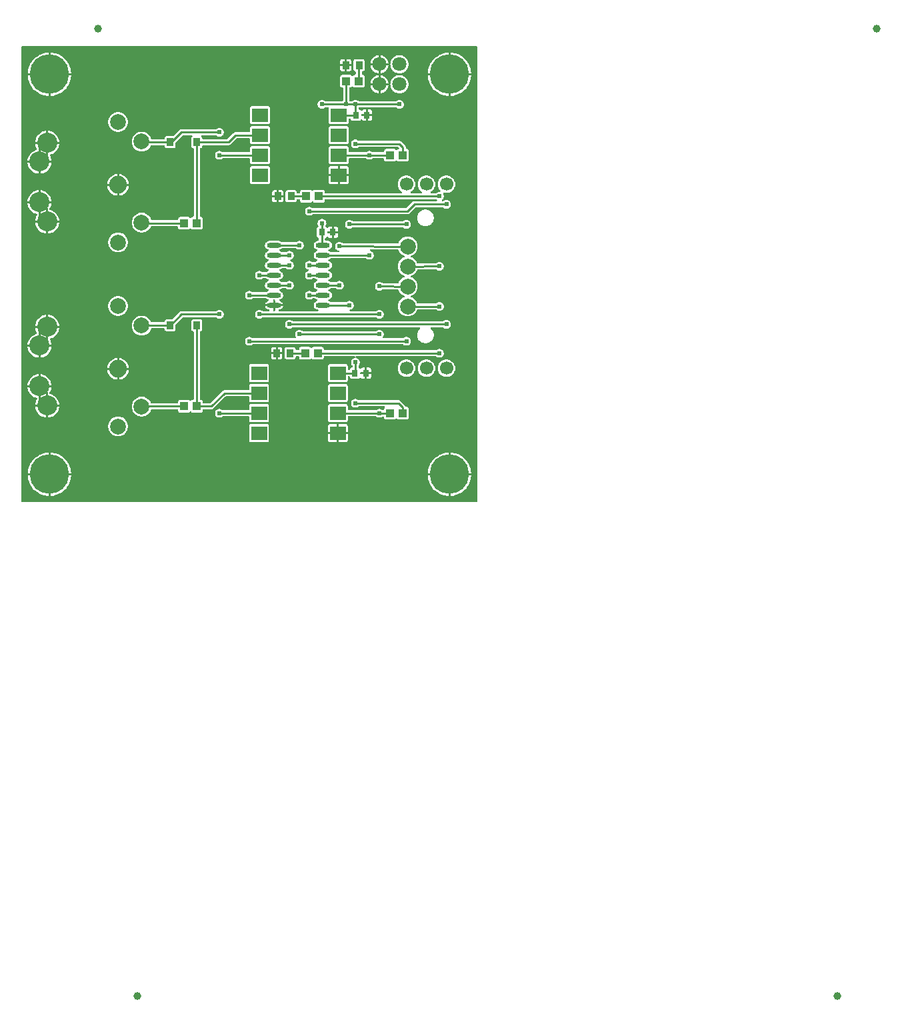
<source format=gtl>
G04 Layer: TopLayer*
G04 Panelize: V-CUT, Column: 2, Row: 2, Board Size: 58.42mm x 58.42mm, Panelized Board Size: 118.84mm x 118.84mm*
G04 EasyEDA v6.5.32, 2023-07-30 20:55:49*
G04 df3d2865ddba4bfc9c966cc034514575,5a6b42c53f6a479593ecc07194224c93,10*
G04 Gerber Generator version 0.2*
G04 Scale: 100 percent, Rotated: No, Reflected: No *
G04 Dimensions in millimeters *
G04 leading zeros omitted , absolute positions ,4 integer and 5 decimal *
%FSLAX45Y45*%
%MOMM*%

%AMMACRO1*21,1,$1,$2,0,0,$3*%
%ADD10C,0.2540*%
%ADD11R,2.0000X1.8000*%
%ADD12R,0.8000X0.9000*%
%ADD13R,1.0000X1.1000*%
%ADD14MACRO1,0.99X0.88X-90.0000*%
%ADD15O,1.7999964X0.5999988*%
%ADD16R,0.8999X1.0000*%
%ADD17C,1.0000*%
%ADD18C,2.5400*%
%ADD19C,2.2500*%
%ADD20C,2.0000*%
%ADD21C,5.0000*%
%ADD22C,1.8000*%
%ADD23C,1.7000*%
%ADD24C,0.6096*%
%ADD25C,0.0192*%

%LPD*%
G36*
X5805932Y25908D02*
G01*
X36068Y26416D01*
X32156Y27178D01*
X28905Y29362D01*
X26670Y32664D01*
X25908Y36576D01*
X25908Y5805932D01*
X26670Y5809843D01*
X28905Y5813094D01*
X32156Y5815330D01*
X36068Y5816092D01*
X5805932Y5816092D01*
X5809843Y5815330D01*
X5813094Y5813094D01*
X5815330Y5809843D01*
X5816092Y5805932D01*
X5816092Y36068D01*
X5815330Y32207D01*
X5813094Y28905D01*
X5809843Y26670D01*
G37*

%LPC*%
G36*
X4584700Y5600700D02*
G01*
X4687112Y5600700D01*
X4686960Y5602528D01*
X4684268Y5616803D01*
X4679746Y5630672D01*
X4673549Y5643829D01*
X4665776Y5656122D01*
X4656480Y5667349D01*
X4645863Y5677306D01*
X4634077Y5685840D01*
X4621326Y5692851D01*
X4607814Y5698236D01*
X4593691Y5701842D01*
X4584700Y5702960D01*
G37*
G36*
X393700Y105562D02*
G01*
X398322Y105664D01*
X421284Y108051D01*
X443992Y112369D01*
X466242Y118618D01*
X487934Y126644D01*
X508812Y136499D01*
X528828Y148031D01*
X547827Y161239D01*
X565607Y175971D01*
X582117Y192125D01*
X597204Y209600D01*
X610819Y228295D01*
X622757Y248107D01*
X633018Y268782D01*
X641553Y290271D01*
X648208Y312369D01*
X653034Y334975D01*
X655929Y357936D01*
X656336Y368300D01*
X393700Y368300D01*
G37*
G36*
X5448300Y105613D02*
G01*
X5448300Y368300D01*
X5185410Y368300D01*
X5187289Y346405D01*
X5191150Y323646D01*
X5196890Y301244D01*
X5204460Y279450D01*
X5213858Y258317D01*
X5224983Y238099D01*
X5237784Y218846D01*
X5252161Y200710D01*
X5267960Y183896D01*
X5285130Y168402D01*
X5303520Y154432D01*
X5323027Y142087D01*
X5343499Y131368D01*
X5364835Y122428D01*
X5386781Y115265D01*
X5409285Y109982D01*
X5432145Y106629D01*
G37*
G36*
X368300Y105613D02*
G01*
X368300Y368300D01*
X105410Y368300D01*
X107289Y346405D01*
X111150Y323646D01*
X116890Y301244D01*
X124460Y279450D01*
X133858Y258317D01*
X144983Y238099D01*
X157784Y218846D01*
X172161Y200710D01*
X187960Y183896D01*
X205130Y168402D01*
X223520Y154432D01*
X243027Y142087D01*
X263499Y131368D01*
X284835Y122428D01*
X306781Y115265D01*
X329285Y109982D01*
X352145Y106629D01*
G37*
G36*
X5473700Y393700D02*
G01*
X5736336Y393700D01*
X5735929Y404063D01*
X5733034Y427024D01*
X5728208Y449630D01*
X5721553Y471728D01*
X5713018Y493217D01*
X5702757Y513892D01*
X5690819Y533704D01*
X5677204Y552348D01*
X5662117Y569874D01*
X5645607Y586028D01*
X5627827Y600760D01*
X5608828Y613968D01*
X5588812Y625500D01*
X5567934Y635355D01*
X5546242Y643382D01*
X5523992Y649630D01*
X5501284Y653948D01*
X5478322Y656336D01*
X5473700Y656437D01*
G37*
G36*
X393700Y393700D02*
G01*
X656336Y393700D01*
X655929Y404063D01*
X653034Y427024D01*
X648208Y449630D01*
X641553Y471728D01*
X633018Y493217D01*
X622757Y513892D01*
X610819Y533704D01*
X597204Y552348D01*
X582117Y569874D01*
X565607Y586028D01*
X547827Y600760D01*
X528828Y613968D01*
X508812Y625500D01*
X487934Y635355D01*
X466242Y643382D01*
X443992Y649630D01*
X421284Y653948D01*
X398322Y656336D01*
X393700Y656437D01*
G37*
G36*
X5185410Y393700D02*
G01*
X5448300Y393700D01*
X5448300Y656386D01*
X5432145Y655370D01*
X5409285Y652018D01*
X5386781Y646734D01*
X5364835Y639572D01*
X5343499Y630631D01*
X5323027Y619912D01*
X5303520Y607568D01*
X5285130Y593598D01*
X5267960Y578104D01*
X5252161Y561289D01*
X5237784Y543153D01*
X5224983Y523900D01*
X5213858Y503682D01*
X5204460Y482549D01*
X5196890Y460756D01*
X5191150Y438353D01*
X5187289Y415594D01*
G37*
G36*
X105410Y393700D02*
G01*
X368300Y393700D01*
X368300Y656386D01*
X352145Y655370D01*
X329285Y652018D01*
X306781Y646734D01*
X284835Y639572D01*
X263499Y630631D01*
X243027Y619912D01*
X223520Y607568D01*
X205130Y593598D01*
X187960Y578104D01*
X172161Y561289D01*
X157784Y543153D01*
X144983Y523900D01*
X133858Y503682D01*
X124460Y482549D01*
X116890Y460756D01*
X111150Y438353D01*
X107289Y415594D01*
G37*
G36*
X3943858Y785774D02*
G01*
X4030573Y785774D01*
X4030573Y889000D01*
X3917391Y889000D01*
X3917391Y812292D01*
X3918102Y805942D01*
X3919982Y800506D01*
X3923080Y795578D01*
X3927195Y791514D01*
X3932072Y788416D01*
X3937558Y786485D01*
G37*
G36*
X4055973Y785774D02*
G01*
X4142740Y785774D01*
X4149039Y786485D01*
X4154525Y788416D01*
X4159402Y791514D01*
X4163517Y795578D01*
X4166565Y800506D01*
X4168495Y805942D01*
X4169206Y812292D01*
X4169206Y889000D01*
X4055973Y889000D01*
G37*
G36*
X2943860Y785774D02*
G01*
X3142742Y785774D01*
X3149041Y786485D01*
X3154527Y788416D01*
X3159404Y791514D01*
X3163519Y795578D01*
X3166567Y800506D01*
X3168497Y805942D01*
X3169208Y812292D01*
X3169208Y991108D01*
X3168497Y997458D01*
X3166567Y1002893D01*
X3163519Y1007821D01*
X3159404Y1011885D01*
X3154527Y1014984D01*
X3149041Y1016914D01*
X3142742Y1017625D01*
X2943860Y1017625D01*
X2937560Y1016914D01*
X2932074Y1014984D01*
X2927197Y1011885D01*
X2923082Y1007821D01*
X2919984Y1002893D01*
X2918104Y997458D01*
X2917393Y991108D01*
X2917393Y812292D01*
X2918104Y805942D01*
X2919984Y800506D01*
X2923082Y795578D01*
X2927197Y791514D01*
X2932074Y788416D01*
X2937560Y786485D01*
G37*
G36*
X1252220Y862177D02*
G01*
X1267409Y863092D01*
X1282344Y865835D01*
X1296873Y870356D01*
X1310741Y876604D01*
X1323746Y884428D01*
X1335684Y893826D01*
X1346454Y904595D01*
X1355801Y916533D01*
X1363675Y929538D01*
X1369923Y943406D01*
X1374444Y957935D01*
X1377188Y972870D01*
X1378102Y988060D01*
X1377188Y1003249D01*
X1374444Y1018184D01*
X1369923Y1032713D01*
X1363675Y1046581D01*
X1355801Y1059586D01*
X1346454Y1071524D01*
X1335684Y1082294D01*
X1323746Y1091641D01*
X1310741Y1099515D01*
X1296873Y1105763D01*
X1282344Y1110284D01*
X1267409Y1113028D01*
X1252220Y1113942D01*
X1237030Y1113028D01*
X1222095Y1110284D01*
X1207566Y1105763D01*
X1193698Y1099515D01*
X1180693Y1091641D01*
X1168755Y1082294D01*
X1157986Y1071524D01*
X1148588Y1059586D01*
X1140764Y1046581D01*
X1134516Y1032713D01*
X1129995Y1018184D01*
X1127252Y1003249D01*
X1126337Y988060D01*
X1127252Y972870D01*
X1129995Y957935D01*
X1134516Y943406D01*
X1140764Y929538D01*
X1148588Y916533D01*
X1157986Y904595D01*
X1168755Y893826D01*
X1180693Y884428D01*
X1193698Y876604D01*
X1207566Y870356D01*
X1222095Y865835D01*
X1237030Y863092D01*
G37*
G36*
X3917391Y914400D02*
G01*
X4030573Y914400D01*
X4030573Y1017625D01*
X3943858Y1017625D01*
X3937558Y1016914D01*
X3932072Y1014984D01*
X3927195Y1011885D01*
X3923080Y1007821D01*
X3919982Y1002893D01*
X3918102Y997458D01*
X3917391Y991108D01*
G37*
G36*
X4055973Y914400D02*
G01*
X4169206Y914400D01*
X4169206Y991108D01*
X4168495Y997458D01*
X4166565Y1002893D01*
X4163517Y1007821D01*
X4159402Y1011885D01*
X4154525Y1014984D01*
X4149039Y1016914D01*
X4142740Y1017625D01*
X4055973Y1017625D01*
G37*
G36*
X2943860Y1039774D02*
G01*
X3142742Y1039774D01*
X3149041Y1040485D01*
X3154527Y1042416D01*
X3159404Y1045514D01*
X3163519Y1049578D01*
X3166567Y1054506D01*
X3168497Y1059942D01*
X3169208Y1066292D01*
X3169208Y1245108D01*
X3168497Y1251458D01*
X3166567Y1256893D01*
X3163519Y1261821D01*
X3159404Y1265885D01*
X3154527Y1268984D01*
X3149041Y1270914D01*
X3142742Y1271625D01*
X2943860Y1271625D01*
X2937560Y1270914D01*
X2932074Y1268984D01*
X2927197Y1265885D01*
X2923082Y1261821D01*
X2919984Y1256893D01*
X2918104Y1251458D01*
X2917393Y1245108D01*
X2917393Y1204468D01*
X2916631Y1200556D01*
X2914396Y1197305D01*
X2911094Y1195070D01*
X2907233Y1194308D01*
X2585008Y1194308D01*
X2581097Y1195070D01*
X2577795Y1197305D01*
X2576220Y1198880D01*
X2568194Y1204518D01*
X2559253Y1208633D01*
X2549804Y1211173D01*
X2540000Y1212037D01*
X2530195Y1211173D01*
X2520746Y1208633D01*
X2511806Y1204518D01*
X2503779Y1198880D01*
X2496820Y1191920D01*
X2491181Y1183894D01*
X2487066Y1174953D01*
X2484526Y1165504D01*
X2483662Y1155700D01*
X2484526Y1145895D01*
X2487066Y1136446D01*
X2491181Y1127506D01*
X2496820Y1119479D01*
X2503779Y1112520D01*
X2511806Y1106881D01*
X2520746Y1102766D01*
X2530195Y1100226D01*
X2540000Y1099362D01*
X2549804Y1100226D01*
X2559253Y1102766D01*
X2568194Y1106881D01*
X2576220Y1112520D01*
X2577795Y1114094D01*
X2581097Y1116330D01*
X2585008Y1117092D01*
X2907233Y1117092D01*
X2911094Y1116330D01*
X2914396Y1114094D01*
X2916631Y1110843D01*
X2917393Y1106932D01*
X2917393Y1066292D01*
X2918104Y1059942D01*
X2919984Y1054506D01*
X2923082Y1049578D01*
X2927197Y1045514D01*
X2932074Y1042416D01*
X2937560Y1040485D01*
G37*
G36*
X3943858Y1039774D02*
G01*
X4142740Y1039774D01*
X4149039Y1040485D01*
X4154525Y1042416D01*
X4159402Y1045514D01*
X4163517Y1049578D01*
X4166565Y1054506D01*
X4168495Y1059942D01*
X4169206Y1066292D01*
X4169206Y1106932D01*
X4169968Y1110843D01*
X4172153Y1114145D01*
X4175455Y1116330D01*
X4179366Y1117092D01*
X4526991Y1117092D01*
X4530902Y1116330D01*
X4534204Y1114094D01*
X4535779Y1112520D01*
X4543806Y1106881D01*
X4552746Y1102766D01*
X4562195Y1100226D01*
X4572000Y1099362D01*
X4581804Y1100226D01*
X4591253Y1102766D01*
X4600194Y1106881D01*
X4608220Y1112520D01*
X4609795Y1114094D01*
X4613097Y1116330D01*
X4617008Y1117092D01*
X4621834Y1117092D01*
X4625695Y1116330D01*
X4628997Y1114094D01*
X4631232Y1110843D01*
X4631994Y1106932D01*
X4631994Y1101293D01*
X4632706Y1094943D01*
X4634636Y1089507D01*
X4637684Y1084580D01*
X4641799Y1080516D01*
X4646676Y1077417D01*
X4652162Y1075486D01*
X4658461Y1074775D01*
X4757318Y1074775D01*
X4763668Y1075486D01*
X4769104Y1077417D01*
X4774031Y1080516D01*
X4778095Y1084580D01*
X4779314Y1086459D01*
X4782108Y1089406D01*
X4785868Y1091031D01*
X4789932Y1091031D01*
X4793691Y1089406D01*
X4796485Y1086459D01*
X4797704Y1084580D01*
X4801768Y1080516D01*
X4806696Y1077417D01*
X4812131Y1075486D01*
X4818481Y1074775D01*
X4917338Y1074775D01*
X4923637Y1075486D01*
X4929124Y1077417D01*
X4934000Y1080516D01*
X4938115Y1084580D01*
X4941163Y1089507D01*
X4943094Y1094943D01*
X4943805Y1101293D01*
X4943805Y1210106D01*
X4943094Y1216456D01*
X4941163Y1221892D01*
X4938115Y1226820D01*
X4934000Y1230884D01*
X4929124Y1233982D01*
X4923637Y1235913D01*
X4917338Y1236624D01*
X4912969Y1236624D01*
X4909362Y1237234D01*
X4906264Y1239113D01*
X4903978Y1241958D01*
X4899964Y1249476D01*
X4894834Y1255725D01*
X4840935Y1309624D01*
X4834686Y1314754D01*
X4828032Y1318310D01*
X4820818Y1320495D01*
X4812792Y1321308D01*
X4312208Y1321308D01*
X4308297Y1322070D01*
X4304995Y1324305D01*
X4303420Y1325880D01*
X4295394Y1331518D01*
X4286453Y1335633D01*
X4277004Y1338173D01*
X4267200Y1339037D01*
X4257395Y1338173D01*
X4247946Y1335633D01*
X4239006Y1331518D01*
X4230979Y1325880D01*
X4224020Y1318920D01*
X4218381Y1310894D01*
X4214266Y1301953D01*
X4211726Y1292504D01*
X4210862Y1282700D01*
X4211726Y1272895D01*
X4214266Y1263446D01*
X4218381Y1254506D01*
X4224020Y1246479D01*
X4230979Y1239520D01*
X4239006Y1233881D01*
X4247946Y1229766D01*
X4257395Y1227226D01*
X4267200Y1226362D01*
X4277004Y1227226D01*
X4286453Y1229766D01*
X4295394Y1233881D01*
X4303420Y1239520D01*
X4304995Y1241094D01*
X4308297Y1243330D01*
X4312208Y1244092D01*
X4630420Y1244092D01*
X4634331Y1243330D01*
X4637582Y1241145D01*
X4639818Y1237843D01*
X4640580Y1233982D01*
X4639868Y1230122D01*
X4634636Y1221892D01*
X4632706Y1216456D01*
X4631994Y1210106D01*
X4631994Y1204468D01*
X4631232Y1200556D01*
X4628997Y1197305D01*
X4625695Y1195070D01*
X4621834Y1194308D01*
X4617008Y1194308D01*
X4613097Y1195070D01*
X4609795Y1197305D01*
X4608220Y1198880D01*
X4600194Y1204518D01*
X4591253Y1208633D01*
X4581804Y1211173D01*
X4572000Y1212037D01*
X4562195Y1211173D01*
X4552746Y1208633D01*
X4543806Y1204518D01*
X4535779Y1198880D01*
X4534204Y1197305D01*
X4530902Y1195070D01*
X4526991Y1194308D01*
X4179366Y1194308D01*
X4175455Y1195070D01*
X4172153Y1197305D01*
X4169968Y1200607D01*
X4169206Y1204468D01*
X4169206Y1245108D01*
X4168495Y1251458D01*
X4166565Y1256893D01*
X4163517Y1261821D01*
X4159402Y1265885D01*
X4154525Y1268984D01*
X4149039Y1270914D01*
X4142740Y1271625D01*
X3943858Y1271625D01*
X3937558Y1270914D01*
X3932072Y1268984D01*
X3927195Y1265885D01*
X3923080Y1261821D01*
X3919982Y1256893D01*
X3918102Y1251458D01*
X3917391Y1245108D01*
X3917391Y1066292D01*
X3918102Y1059942D01*
X3919982Y1054506D01*
X3923080Y1049578D01*
X3927195Y1045514D01*
X3932072Y1042416D01*
X3937558Y1040485D01*
G37*
G36*
X4456887Y5600700D02*
G01*
X4559300Y5600700D01*
X4559300Y5702960D01*
X4550308Y5701842D01*
X4536186Y5698236D01*
X4522673Y5692851D01*
X4509922Y5685840D01*
X4498136Y5677306D01*
X4487519Y5667349D01*
X4478223Y5656122D01*
X4470450Y5643829D01*
X4464253Y5630672D01*
X4459732Y5616803D01*
X4457039Y5602528D01*
G37*
G36*
X4156811Y5588000D02*
G01*
X4214977Y5588000D01*
X4214977Y5624728D01*
X4214266Y5631027D01*
X4212386Y5636514D01*
X4209288Y5641390D01*
X4205224Y5645505D01*
X4200296Y5648604D01*
X4194860Y5650484D01*
X4188510Y5651195D01*
X4156811Y5651195D01*
G37*
G36*
X4073194Y5588000D02*
G01*
X4131411Y5588000D01*
X4131411Y5651195D01*
X4099661Y5651195D01*
X4093362Y5650484D01*
X4087876Y5648604D01*
X4082999Y5645505D01*
X4078884Y5641390D01*
X4075785Y5636514D01*
X4073906Y5631027D01*
X4073194Y5624728D01*
G37*
G36*
X4156811Y5499404D02*
G01*
X4188510Y5499404D01*
X4194860Y5500116D01*
X4200296Y5501995D01*
X4205224Y5505094D01*
X4209288Y5509158D01*
X4212386Y5514086D01*
X4214266Y5519521D01*
X4214977Y5525871D01*
X4214977Y5562600D01*
X4156811Y5562600D01*
G37*
G36*
X365760Y1100023D02*
G01*
X369874Y1100277D01*
X386486Y1103020D01*
X402691Y1107592D01*
X418287Y1113942D01*
X433120Y1121968D01*
X446938Y1131570D01*
X459689Y1142644D01*
X471068Y1155039D01*
X481076Y1168603D01*
X489458Y1183182D01*
X496265Y1198626D01*
X501294Y1214678D01*
X504494Y1231239D01*
X505206Y1239520D01*
X365760Y1239520D01*
G37*
G36*
X340360Y1100023D02*
G01*
X340360Y1239520D01*
X200914Y1239520D01*
X201625Y1231239D01*
X204825Y1214678D01*
X209854Y1198626D01*
X216611Y1183182D01*
X225044Y1168603D01*
X235051Y1155039D01*
X246430Y1142644D01*
X259130Y1131570D01*
X272999Y1121968D01*
X287782Y1113942D01*
X303428Y1107592D01*
X319633Y1103020D01*
X336245Y1100277D01*
G37*
G36*
X1551940Y1113637D02*
G01*
X1567129Y1114552D01*
X1582064Y1117295D01*
X1596593Y1121816D01*
X1610461Y1128064D01*
X1623466Y1135888D01*
X1635404Y1145286D01*
X1646174Y1156055D01*
X1655521Y1167993D01*
X1663395Y1180998D01*
X1669643Y1194866D01*
X1670862Y1198829D01*
X1672996Y1202588D01*
X1676400Y1205077D01*
X1680565Y1205992D01*
X2005634Y1205992D01*
X2009495Y1205230D01*
X2012797Y1202994D01*
X2015032Y1199692D01*
X2015794Y1195832D01*
X2015794Y1190193D01*
X2016506Y1183843D01*
X2018436Y1178407D01*
X2021484Y1173480D01*
X2025599Y1169416D01*
X2030475Y1166317D01*
X2035962Y1164386D01*
X2042261Y1163675D01*
X2141118Y1163675D01*
X2147468Y1164386D01*
X2152904Y1166317D01*
X2157831Y1169416D01*
X2161895Y1173480D01*
X2163114Y1175359D01*
X2165908Y1178306D01*
X2169668Y1179931D01*
X2173732Y1179931D01*
X2177491Y1178306D01*
X2180285Y1175359D01*
X2181504Y1173480D01*
X2185568Y1169416D01*
X2190496Y1166317D01*
X2195931Y1164386D01*
X2202281Y1163675D01*
X2301138Y1163675D01*
X2307437Y1164386D01*
X2312924Y1166317D01*
X2317800Y1169416D01*
X2321915Y1173480D01*
X2324963Y1178407D01*
X2326894Y1183843D01*
X2327605Y1190193D01*
X2327605Y1195832D01*
X2328367Y1199743D01*
X2330551Y1202994D01*
X2333853Y1205230D01*
X2337765Y1205992D01*
X2437892Y1205992D01*
X2445918Y1206804D01*
X2453132Y1208989D01*
X2459837Y1212545D01*
X2466035Y1217676D01*
X2616504Y1368094D01*
X2619806Y1370330D01*
X2623718Y1371092D01*
X2907233Y1371092D01*
X2911094Y1370330D01*
X2914396Y1368094D01*
X2916631Y1364843D01*
X2917393Y1360932D01*
X2917393Y1320292D01*
X2918104Y1313942D01*
X2919984Y1308506D01*
X2923082Y1303578D01*
X2927197Y1299514D01*
X2932074Y1296416D01*
X2937560Y1294485D01*
X2943860Y1293774D01*
X3142742Y1293774D01*
X3149041Y1294485D01*
X3154527Y1296416D01*
X3159404Y1299514D01*
X3163519Y1303578D01*
X3166567Y1308506D01*
X3168497Y1313942D01*
X3169208Y1320292D01*
X3169208Y1499108D01*
X3168497Y1505458D01*
X3166567Y1510893D01*
X3163519Y1515821D01*
X3159404Y1519885D01*
X3154527Y1522984D01*
X3149041Y1524914D01*
X3142742Y1525625D01*
X2943860Y1525625D01*
X2937560Y1524914D01*
X2932074Y1522984D01*
X2927197Y1519885D01*
X2923082Y1515821D01*
X2919984Y1510893D01*
X2918104Y1505458D01*
X2917393Y1499108D01*
X2917393Y1458468D01*
X2916631Y1454556D01*
X2914396Y1451305D01*
X2911094Y1449070D01*
X2907233Y1448308D01*
X2604008Y1448308D01*
X2595981Y1447495D01*
X2588768Y1445310D01*
X2582062Y1441754D01*
X2575864Y1436624D01*
X2425395Y1286205D01*
X2422093Y1283970D01*
X2418181Y1283208D01*
X2337765Y1283208D01*
X2333853Y1283970D01*
X2330551Y1286205D01*
X2328367Y1289456D01*
X2327605Y1293368D01*
X2327605Y1299006D01*
X2326894Y1305356D01*
X2324963Y1310792D01*
X2321915Y1315720D01*
X2317800Y1319784D01*
X2312924Y1322882D01*
X2307488Y1324762D01*
X2299512Y1325575D01*
X2295956Y1326591D01*
X2292959Y1328826D01*
X2291029Y1332026D01*
X2290318Y1335684D01*
X2290572Y2188260D01*
X2291232Y2191867D01*
X2293112Y2195017D01*
X2296058Y2197303D01*
X2299563Y2198370D01*
X2301798Y2198624D01*
X2307234Y2200503D01*
X2312162Y2203602D01*
X2316226Y2207666D01*
X2319324Y2212594D01*
X2321255Y2218029D01*
X2321966Y2224379D01*
X2321966Y2322220D01*
X2321255Y2328570D01*
X2319324Y2334006D01*
X2316226Y2338882D01*
X2312162Y2342997D01*
X2307234Y2346096D01*
X2301798Y2347976D01*
X2295499Y2348687D01*
X2208631Y2348687D01*
X2202281Y2347976D01*
X2196846Y2346096D01*
X2191918Y2342997D01*
X2187854Y2338882D01*
X2184755Y2334006D01*
X2182825Y2328570D01*
X2182114Y2322220D01*
X2182114Y2224379D01*
X2182825Y2218029D01*
X2184755Y2212594D01*
X2187854Y2207666D01*
X2191918Y2203602D01*
X2196846Y2200503D01*
X2202281Y2198624D01*
X2204313Y2198370D01*
X2207818Y2197303D01*
X2210765Y2195068D01*
X2212644Y2191918D01*
X2213356Y2188260D01*
X2213102Y1335684D01*
X2212441Y1332026D01*
X2210511Y1328826D01*
X2207514Y1326591D01*
X2203958Y1325575D01*
X2195880Y1324762D01*
X2190496Y1322882D01*
X2185568Y1319784D01*
X2181504Y1315720D01*
X2180285Y1313840D01*
X2177491Y1310894D01*
X2173732Y1309268D01*
X2169668Y1309268D01*
X2165908Y1310894D01*
X2163114Y1313840D01*
X2161895Y1315720D01*
X2157831Y1319784D01*
X2152904Y1322882D01*
X2147468Y1324813D01*
X2141118Y1325524D01*
X2042261Y1325524D01*
X2035962Y1324813D01*
X2030475Y1322882D01*
X2025599Y1319784D01*
X2021484Y1315720D01*
X2018436Y1310792D01*
X2016506Y1305356D01*
X2015794Y1299006D01*
X2015794Y1293368D01*
X2015032Y1289456D01*
X2012797Y1286205D01*
X2009495Y1283970D01*
X2005634Y1283208D01*
X1676654Y1283208D01*
X1672843Y1283919D01*
X1669592Y1286052D01*
X1667357Y1289202D01*
X1663395Y1298041D01*
X1655521Y1311046D01*
X1646174Y1322984D01*
X1635404Y1333754D01*
X1623466Y1343101D01*
X1610461Y1350975D01*
X1596593Y1357223D01*
X1582064Y1361744D01*
X1567129Y1364488D01*
X1551940Y1365402D01*
X1536750Y1364488D01*
X1521815Y1361744D01*
X1507286Y1357223D01*
X1493418Y1350975D01*
X1480413Y1343101D01*
X1468475Y1333754D01*
X1457706Y1322984D01*
X1448308Y1311046D01*
X1440484Y1298041D01*
X1434236Y1284173D01*
X1429715Y1269644D01*
X1426972Y1254709D01*
X1426057Y1239520D01*
X1426972Y1224330D01*
X1429715Y1209395D01*
X1434236Y1194866D01*
X1440484Y1180998D01*
X1448308Y1167993D01*
X1457706Y1156055D01*
X1468475Y1145286D01*
X1480413Y1135888D01*
X1493418Y1128064D01*
X1507286Y1121816D01*
X1521815Y1117295D01*
X1536750Y1114552D01*
G37*
G36*
X4099661Y5499404D02*
G01*
X4131411Y5499404D01*
X4131411Y5562600D01*
X4073194Y5562600D01*
X4073194Y5525871D01*
X4073906Y5519521D01*
X4075785Y5514086D01*
X4078884Y5509158D01*
X4082999Y5505094D01*
X4087876Y5501995D01*
X4093362Y5500116D01*
G37*
G36*
X105410Y5473700D02*
G01*
X368300Y5473700D01*
X368300Y5736386D01*
X352145Y5735370D01*
X329285Y5732018D01*
X306781Y5726734D01*
X284835Y5719572D01*
X263499Y5710631D01*
X243027Y5699912D01*
X223520Y5687568D01*
X205130Y5673598D01*
X187960Y5658104D01*
X172161Y5641289D01*
X157784Y5623153D01*
X144983Y5603900D01*
X133858Y5583682D01*
X124460Y5562549D01*
X116890Y5540756D01*
X111150Y5518353D01*
X107289Y5495594D01*
G37*
G36*
X5185410Y5473700D02*
G01*
X5448300Y5473700D01*
X5448300Y5736386D01*
X5432145Y5735370D01*
X5409285Y5732018D01*
X5386781Y5726734D01*
X5364835Y5719572D01*
X5343499Y5710631D01*
X5323027Y5699912D01*
X5303520Y5687568D01*
X5285130Y5673598D01*
X5267960Y5658104D01*
X5252161Y5641289D01*
X5237784Y5623153D01*
X5224983Y5603900D01*
X5213858Y5583682D01*
X5204460Y5562549D01*
X5196890Y5540756D01*
X5191150Y5518353D01*
X5187289Y5495594D01*
G37*
G36*
X393700Y5473700D02*
G01*
X656336Y5473700D01*
X655929Y5484063D01*
X653034Y5507024D01*
X648208Y5529630D01*
X641553Y5551728D01*
X633018Y5573217D01*
X622757Y5593892D01*
X610819Y5613704D01*
X597204Y5632348D01*
X582117Y5649874D01*
X565607Y5666028D01*
X547827Y5680760D01*
X528828Y5693968D01*
X508812Y5705500D01*
X487934Y5715355D01*
X466242Y5723382D01*
X443992Y5729630D01*
X421284Y5733948D01*
X398322Y5736336D01*
X393700Y5736437D01*
G37*
G36*
X5473700Y5473700D02*
G01*
X5736336Y5473700D01*
X5735929Y5484063D01*
X5733034Y5507024D01*
X5728208Y5529630D01*
X5721553Y5551728D01*
X5713018Y5573217D01*
X5702757Y5593892D01*
X5690819Y5613704D01*
X5677204Y5632348D01*
X5662117Y5649874D01*
X5645607Y5666028D01*
X5627827Y5680760D01*
X5608828Y5693968D01*
X5588812Y5705500D01*
X5567934Y5715355D01*
X5546242Y5723382D01*
X5523992Y5729630D01*
X5501284Y5733948D01*
X5478322Y5736336D01*
X5473700Y5736437D01*
G37*
G36*
X4584700Y5473039D02*
G01*
X4593691Y5474157D01*
X4607814Y5477764D01*
X4621326Y5483148D01*
X4634077Y5490159D01*
X4645863Y5498693D01*
X4656480Y5508650D01*
X4665776Y5519877D01*
X4673549Y5532170D01*
X4679746Y5545328D01*
X4684268Y5559196D01*
X4686960Y5573471D01*
X4687112Y5575300D01*
X4584700Y5575300D01*
G37*
G36*
X200710Y1264920D02*
G01*
X340360Y1264920D01*
X340360Y1415034D01*
X341122Y1418945D01*
X343306Y1422196D01*
X346608Y1424432D01*
X350520Y1425194D01*
X355600Y1425194D01*
X359460Y1424432D01*
X362762Y1422196D01*
X364998Y1418945D01*
X365760Y1415034D01*
X365760Y1264920D01*
X505409Y1264920D01*
X503123Y1281531D01*
X498957Y1297838D01*
X493064Y1313637D01*
X485444Y1328674D01*
X476250Y1342745D01*
X465531Y1355750D01*
X453491Y1367536D01*
X440182Y1377848D01*
X425805Y1386687D01*
X410565Y1393850D01*
X394665Y1399336D01*
X388924Y1400606D01*
X385470Y1402130D01*
X382778Y1404772D01*
X381254Y1408277D01*
X381101Y1412036D01*
X382371Y1415592D01*
X390398Y1429562D01*
X397205Y1445006D01*
X402234Y1461058D01*
X405434Y1477568D01*
X406146Y1485900D01*
X266700Y1485900D01*
X266700Y1335684D01*
X265938Y1331772D01*
X263702Y1328470D01*
X260451Y1326286D01*
X256540Y1325524D01*
X251460Y1325524D01*
X247548Y1326286D01*
X244297Y1328470D01*
X242062Y1331772D01*
X241300Y1335684D01*
X241300Y1485900D01*
X101854Y1485900D01*
X102565Y1477568D01*
X105765Y1461058D01*
X110794Y1445006D01*
X117602Y1429562D01*
X125983Y1414983D01*
X135991Y1401419D01*
X147370Y1389024D01*
X160070Y1377950D01*
X173939Y1368348D01*
X188772Y1360322D01*
X204368Y1353972D01*
X218744Y1349908D01*
X222148Y1348232D01*
X224688Y1345387D01*
X226009Y1341882D01*
X225958Y1338072D01*
X224485Y1334566D01*
X220624Y1328674D01*
X213055Y1313637D01*
X207111Y1297838D01*
X202996Y1281531D01*
G37*
G36*
X4559300Y5473039D02*
G01*
X4559300Y5575300D01*
X4456887Y5575300D01*
X4457039Y5573471D01*
X4459732Y5559196D01*
X4464253Y5545328D01*
X4470450Y5532170D01*
X4478223Y5519877D01*
X4487519Y5508650D01*
X4498136Y5498693D01*
X4509922Y5490159D01*
X4522673Y5483148D01*
X4536186Y5477764D01*
X4550308Y5474157D01*
G37*
G36*
X4818735Y5472328D02*
G01*
X4833264Y5472328D01*
X4847691Y5474157D01*
X4861814Y5477764D01*
X4875326Y5483148D01*
X4888077Y5490159D01*
X4899863Y5498693D01*
X4910480Y5508650D01*
X4919776Y5519877D01*
X4927549Y5532170D01*
X4933746Y5545328D01*
X4938268Y5559196D01*
X4940960Y5573471D01*
X4941874Y5588000D01*
X4940960Y5602528D01*
X4938268Y5616803D01*
X4933746Y5630672D01*
X4927549Y5643829D01*
X4919776Y5656122D01*
X4910480Y5667349D01*
X4899863Y5677306D01*
X4888077Y5685840D01*
X4875326Y5692851D01*
X4861814Y5698236D01*
X4847691Y5701842D01*
X4833264Y5703671D01*
X4818735Y5703671D01*
X4804308Y5701842D01*
X4790186Y5698236D01*
X4776673Y5692851D01*
X4763922Y5685840D01*
X4752136Y5677306D01*
X4741519Y5667349D01*
X4732223Y5656122D01*
X4724450Y5643829D01*
X4718253Y5630672D01*
X4713732Y5616803D01*
X4711039Y5602528D01*
X4710125Y5588000D01*
X4711039Y5573471D01*
X4713732Y5559196D01*
X4718253Y5545328D01*
X4724450Y5532170D01*
X4732223Y5519877D01*
X4741519Y5508650D01*
X4752136Y5498693D01*
X4763922Y5490159D01*
X4776673Y5483148D01*
X4790186Y5477764D01*
X4804308Y5474157D01*
G37*
G36*
X4584700Y5346700D02*
G01*
X4687112Y5346700D01*
X4686960Y5348528D01*
X4684268Y5362803D01*
X4679746Y5376672D01*
X4673549Y5389829D01*
X4665776Y5402122D01*
X4656480Y5413349D01*
X4645863Y5423306D01*
X4634077Y5431840D01*
X4621326Y5438851D01*
X4607814Y5444236D01*
X4593691Y5447842D01*
X4584700Y5448960D01*
G37*
G36*
X3943858Y1293774D02*
G01*
X4142740Y1293774D01*
X4149039Y1294485D01*
X4154525Y1296416D01*
X4159402Y1299514D01*
X4163517Y1303578D01*
X4166565Y1308506D01*
X4168495Y1313942D01*
X4169206Y1320292D01*
X4169206Y1499108D01*
X4168495Y1505458D01*
X4166565Y1510893D01*
X4163517Y1515821D01*
X4159402Y1519885D01*
X4154525Y1522984D01*
X4149039Y1524914D01*
X4142740Y1525625D01*
X3943858Y1525625D01*
X3937558Y1524914D01*
X3932072Y1522984D01*
X3927195Y1519885D01*
X3923080Y1515821D01*
X3919982Y1510893D01*
X3918102Y1505458D01*
X3917391Y1499108D01*
X3917391Y1320292D01*
X3918102Y1313942D01*
X3919982Y1308506D01*
X3923080Y1303578D01*
X3927195Y1299514D01*
X3932072Y1296416D01*
X3937558Y1294485D01*
G37*
G36*
X4456887Y5346700D02*
G01*
X4559300Y5346700D01*
X4559300Y5448960D01*
X4550308Y5447842D01*
X4536186Y5444236D01*
X4522673Y5438851D01*
X4509922Y5431840D01*
X4498136Y5423306D01*
X4487519Y5413349D01*
X4478223Y5402122D01*
X4470450Y5389829D01*
X4464253Y5376672D01*
X4459732Y5362803D01*
X4457039Y5348528D01*
G37*
G36*
X4559300Y5219039D02*
G01*
X4559300Y5321300D01*
X4456887Y5321300D01*
X4457039Y5319471D01*
X4459732Y5305196D01*
X4464253Y5291328D01*
X4470450Y5278170D01*
X4478223Y5265877D01*
X4487519Y5254650D01*
X4498136Y5244693D01*
X4509922Y5236159D01*
X4522673Y5229148D01*
X4536186Y5223764D01*
X4550308Y5220157D01*
G37*
G36*
X4584700Y5219039D02*
G01*
X4593691Y5220157D01*
X4607814Y5223764D01*
X4621326Y5229148D01*
X4634077Y5236159D01*
X4645863Y5244693D01*
X4656480Y5254650D01*
X4665776Y5265877D01*
X4673549Y5278170D01*
X4679746Y5291328D01*
X4684268Y5305196D01*
X4686960Y5319471D01*
X4687112Y5321300D01*
X4584700Y5321300D01*
G37*
G36*
X266700Y1511300D02*
G01*
X406349Y1511300D01*
X404063Y1527911D01*
X399897Y1544218D01*
X394004Y1560017D01*
X386384Y1575054D01*
X377190Y1589125D01*
X366471Y1602130D01*
X354431Y1613865D01*
X341122Y1624228D01*
X326745Y1633067D01*
X311556Y1640230D01*
X295605Y1645716D01*
X279146Y1649374D01*
X266700Y1650796D01*
G37*
G36*
X101650Y1511300D02*
G01*
X241300Y1511300D01*
X241300Y1650796D01*
X228854Y1649374D01*
X212394Y1645716D01*
X196443Y1640230D01*
X181254Y1633067D01*
X166878Y1624228D01*
X153568Y1613865D01*
X141528Y1602130D01*
X130810Y1589125D01*
X121615Y1575054D01*
X113995Y1560017D01*
X108102Y1544218D01*
X103936Y1527911D01*
G37*
G36*
X2943860Y1547774D02*
G01*
X3142742Y1547774D01*
X3149041Y1548485D01*
X3154527Y1550416D01*
X3159404Y1553514D01*
X3163519Y1557578D01*
X3166567Y1562506D01*
X3168497Y1567942D01*
X3169208Y1574292D01*
X3169208Y1753107D01*
X3168497Y1759457D01*
X3166567Y1764893D01*
X3163519Y1769821D01*
X3159404Y1773885D01*
X3154527Y1776984D01*
X3149041Y1778914D01*
X3142742Y1779625D01*
X2943860Y1779625D01*
X2937560Y1778914D01*
X2932074Y1776984D01*
X2927197Y1773885D01*
X2923082Y1769821D01*
X2919984Y1764893D01*
X2918104Y1759457D01*
X2917393Y1753107D01*
X2917393Y1574292D01*
X2918104Y1567942D01*
X2919984Y1562506D01*
X2923082Y1557578D01*
X2927197Y1553514D01*
X2932074Y1550416D01*
X2937560Y1548485D01*
G37*
G36*
X3943858Y1547774D02*
G01*
X4142740Y1547774D01*
X4149039Y1548485D01*
X4154525Y1550416D01*
X4159402Y1553514D01*
X4163517Y1557578D01*
X4166565Y1562506D01*
X4168495Y1567942D01*
X4169206Y1574292D01*
X4169206Y1614932D01*
X4169968Y1618843D01*
X4172153Y1622094D01*
X4175455Y1624330D01*
X4179366Y1625092D01*
X4185056Y1625092D01*
X4188663Y1624431D01*
X4191812Y1622501D01*
X4194098Y1619605D01*
X4195165Y1616049D01*
X4195521Y1612950D01*
X4197400Y1607464D01*
X4200499Y1602587D01*
X4204614Y1598472D01*
X4209491Y1595424D01*
X4214926Y1593494D01*
X4221276Y1592783D01*
X4300118Y1592783D01*
X4306468Y1593494D01*
X4311904Y1595424D01*
X4316831Y1598472D01*
X4320895Y1602587D01*
X4322114Y1604467D01*
X4324908Y1607413D01*
X4328668Y1608988D01*
X4332732Y1608988D01*
X4336491Y1607413D01*
X4339285Y1604467D01*
X4340453Y1602587D01*
X4344568Y1598472D01*
X4349445Y1595424D01*
X4354931Y1593494D01*
X4361230Y1592783D01*
X4388002Y1592783D01*
X4388002Y1651000D01*
X4336745Y1651000D01*
X4332884Y1651762D01*
X4329582Y1653997D01*
X4327398Y1657248D01*
X4326636Y1661160D01*
X4326636Y1666239D01*
X4327398Y1670100D01*
X4329582Y1673402D01*
X4332884Y1675638D01*
X4336745Y1676400D01*
X4388002Y1676400D01*
X4388002Y1734616D01*
X4361230Y1734616D01*
X4354931Y1733905D01*
X4349445Y1731975D01*
X4344568Y1728927D01*
X4340453Y1724812D01*
X4339285Y1722932D01*
X4336491Y1719986D01*
X4332732Y1718360D01*
X4328668Y1718360D01*
X4324908Y1719986D01*
X4322114Y1722932D01*
X4320895Y1724812D01*
X4316831Y1728876D01*
X4310634Y1732686D01*
X4308094Y1734921D01*
X4306366Y1737918D01*
X4305808Y1741322D01*
X4305808Y1758391D01*
X4306570Y1762302D01*
X4308805Y1765604D01*
X4310380Y1767179D01*
X4316018Y1775206D01*
X4320133Y1784146D01*
X4322673Y1793595D01*
X4323537Y1803400D01*
X4322673Y1813204D01*
X4320133Y1822653D01*
X4316018Y1831593D01*
X4310380Y1839620D01*
X4303420Y1846580D01*
X4295394Y1852218D01*
X4286453Y1856333D01*
X4276140Y1859127D01*
X4272432Y1861007D01*
X4269790Y1864207D01*
X4268622Y1868170D01*
X4269181Y1872284D01*
X4271314Y1875840D01*
X4274718Y1878228D01*
X4278782Y1879092D01*
X5288991Y1879092D01*
X5292902Y1878330D01*
X5296204Y1876094D01*
X5297779Y1874520D01*
X5305806Y1868881D01*
X5314746Y1864766D01*
X5324195Y1862226D01*
X5334000Y1861362D01*
X5343804Y1862226D01*
X5353253Y1864766D01*
X5362194Y1868881D01*
X5370220Y1874520D01*
X5377180Y1881479D01*
X5382818Y1889506D01*
X5386933Y1898446D01*
X5389473Y1907895D01*
X5390337Y1917700D01*
X5389473Y1927504D01*
X5386933Y1936953D01*
X5382818Y1945893D01*
X5377180Y1953920D01*
X5370220Y1960880D01*
X5362194Y1966518D01*
X5353253Y1970633D01*
X5343804Y1973173D01*
X5334000Y1974037D01*
X5324195Y1973173D01*
X5314746Y1970633D01*
X5305806Y1966518D01*
X5297779Y1960880D01*
X5296204Y1959305D01*
X5292902Y1957070D01*
X5288991Y1956307D01*
X3874465Y1956307D01*
X3870553Y1957070D01*
X3867251Y1959305D01*
X3865067Y1962556D01*
X3864305Y1966468D01*
X3864305Y1972106D01*
X3863594Y1978456D01*
X3861663Y1983892D01*
X3858615Y1988820D01*
X3854500Y1992884D01*
X3849624Y1995982D01*
X3844137Y1997913D01*
X3837838Y1998624D01*
X3738981Y1998624D01*
X3732631Y1997913D01*
X3727196Y1995982D01*
X3722268Y1992884D01*
X3718204Y1988820D01*
X3716985Y1986940D01*
X3714191Y1983993D01*
X3710432Y1982368D01*
X3706368Y1982368D01*
X3702608Y1983993D01*
X3699814Y1986940D01*
X3698595Y1988820D01*
X3694531Y1992884D01*
X3689604Y1995982D01*
X3684168Y1997913D01*
X3677818Y1998624D01*
X3578961Y1998624D01*
X3572662Y1997913D01*
X3567176Y1995982D01*
X3562299Y1992884D01*
X3558184Y1988820D01*
X3555136Y1983892D01*
X3553206Y1978456D01*
X3552494Y1972106D01*
X3552494Y1966468D01*
X3551732Y1962556D01*
X3549497Y1959305D01*
X3546195Y1957070D01*
X3542334Y1956307D01*
X3518865Y1956307D01*
X3515207Y1956968D01*
X3512007Y1958949D01*
X3509772Y1961896D01*
X3508756Y1965502D01*
X3507943Y1973529D01*
X3506063Y1978914D01*
X3502964Y1983790D01*
X3498900Y1987905D01*
X3493973Y1990953D01*
X3488537Y1992884D01*
X3482187Y1993595D01*
X3393338Y1993595D01*
X3387039Y1992884D01*
X3381552Y1990953D01*
X3376676Y1987905D01*
X3372561Y1983790D01*
X3369513Y1978914D01*
X3367582Y1973427D01*
X3366871Y1967128D01*
X3366871Y1868271D01*
X3367582Y1861921D01*
X3369513Y1856486D01*
X3372561Y1851558D01*
X3376676Y1847494D01*
X3381552Y1844395D01*
X3387039Y1842516D01*
X3393338Y1841754D01*
X3482187Y1841754D01*
X3488537Y1842516D01*
X3493973Y1844395D01*
X3498900Y1847494D01*
X3502964Y1851558D01*
X3506063Y1856486D01*
X3507943Y1861870D01*
X3508756Y1869897D01*
X3509772Y1873504D01*
X3512007Y1876450D01*
X3515207Y1878431D01*
X3518865Y1879092D01*
X3542334Y1879092D01*
X3546195Y1878330D01*
X3549497Y1876094D01*
X3551732Y1872843D01*
X3552494Y1868932D01*
X3552494Y1863242D01*
X3553206Y1856943D01*
X3555136Y1851456D01*
X3558184Y1846580D01*
X3562299Y1842465D01*
X3567176Y1839417D01*
X3572662Y1837486D01*
X3578961Y1836775D01*
X3677818Y1836775D01*
X3684168Y1837486D01*
X3689604Y1839417D01*
X3694531Y1842465D01*
X3698595Y1846580D01*
X3699814Y1848459D01*
X3702608Y1851406D01*
X3706368Y1853031D01*
X3710432Y1853031D01*
X3714191Y1851406D01*
X3716985Y1848459D01*
X3718204Y1846580D01*
X3722268Y1842465D01*
X3727196Y1839417D01*
X3732631Y1837486D01*
X3738981Y1836775D01*
X3837838Y1836775D01*
X3844137Y1837486D01*
X3849624Y1839417D01*
X3854500Y1842465D01*
X3858615Y1846580D01*
X3861663Y1851456D01*
X3863594Y1856943D01*
X3864305Y1863242D01*
X3864305Y1868932D01*
X3865067Y1872843D01*
X3867251Y1876094D01*
X3870553Y1878330D01*
X3874465Y1879092D01*
X4255617Y1879092D01*
X4259681Y1878228D01*
X4263085Y1875840D01*
X4265218Y1872284D01*
X4265777Y1868170D01*
X4264609Y1864207D01*
X4261967Y1861007D01*
X4258259Y1859127D01*
X4247946Y1856333D01*
X4239006Y1852218D01*
X4230979Y1846580D01*
X4224020Y1839620D01*
X4218381Y1831593D01*
X4214266Y1822653D01*
X4211726Y1813204D01*
X4210862Y1803400D01*
X4211726Y1793595D01*
X4214266Y1784146D01*
X4218381Y1775206D01*
X4224020Y1767179D01*
X4225594Y1765604D01*
X4227830Y1762302D01*
X4228592Y1758391D01*
X4228592Y1744522D01*
X4227931Y1740865D01*
X4226001Y1737715D01*
X4223105Y1735480D01*
X4219549Y1734413D01*
X4214926Y1733905D01*
X4209491Y1731975D01*
X4204614Y1728927D01*
X4200499Y1724812D01*
X4197400Y1719935D01*
X4195521Y1714449D01*
X4195165Y1711350D01*
X4194098Y1707794D01*
X4191812Y1704898D01*
X4188663Y1702968D01*
X4185056Y1702307D01*
X4179366Y1702307D01*
X4175455Y1703070D01*
X4172153Y1705305D01*
X4169968Y1708556D01*
X4169206Y1712468D01*
X4169206Y1753107D01*
X4168495Y1759457D01*
X4166565Y1764893D01*
X4163517Y1769821D01*
X4159402Y1773885D01*
X4154525Y1776984D01*
X4149039Y1778914D01*
X4142740Y1779625D01*
X3943858Y1779625D01*
X3937558Y1778914D01*
X3932072Y1776984D01*
X3927195Y1773885D01*
X3923080Y1769821D01*
X3919982Y1764893D01*
X3918102Y1759457D01*
X3917391Y1753107D01*
X3917391Y1574292D01*
X3918102Y1567942D01*
X3919982Y1562506D01*
X3923080Y1557578D01*
X3927195Y1553514D01*
X3932072Y1550416D01*
X3937558Y1548485D01*
G37*
G36*
X1264920Y1581912D02*
G01*
X1268272Y1582115D01*
X1284122Y1584909D01*
X1299565Y1589532D01*
X1314348Y1595882D01*
X1328267Y1603959D01*
X1341170Y1613560D01*
X1352854Y1624584D01*
X1363218Y1636928D01*
X1372057Y1650390D01*
X1379270Y1664766D01*
X1384808Y1679905D01*
X1388516Y1695551D01*
X1389837Y1706880D01*
X1264920Y1706880D01*
G37*
G36*
X1239520Y1581912D02*
G01*
X1239520Y1706880D01*
X1114602Y1706880D01*
X1115923Y1695551D01*
X1119632Y1679905D01*
X1125118Y1664766D01*
X1132382Y1650390D01*
X1141222Y1636928D01*
X1151534Y1624584D01*
X1163269Y1613560D01*
X1176172Y1603959D01*
X1190091Y1595882D01*
X1204874Y1589532D01*
X1220317Y1584909D01*
X1236167Y1582115D01*
G37*
G36*
X4413402Y1592783D02*
G01*
X4440123Y1592783D01*
X4446422Y1593494D01*
X4451908Y1595424D01*
X4456785Y1598472D01*
X4460900Y1602587D01*
X4463948Y1607464D01*
X4465878Y1612950D01*
X4466590Y1619250D01*
X4466590Y1651000D01*
X4413402Y1651000D01*
G37*
G36*
X4818735Y5218328D02*
G01*
X4833264Y5218328D01*
X4847691Y5220157D01*
X4861814Y5223764D01*
X4875326Y5229148D01*
X4888077Y5236159D01*
X4899863Y5244693D01*
X4910480Y5254650D01*
X4919776Y5265877D01*
X4927549Y5278170D01*
X4933746Y5291328D01*
X4938268Y5305196D01*
X4940960Y5319471D01*
X4941874Y5334000D01*
X4940960Y5348528D01*
X4938268Y5362803D01*
X4933746Y5376672D01*
X4927549Y5389829D01*
X4919776Y5402122D01*
X4910480Y5413349D01*
X4899863Y5423306D01*
X4888077Y5431840D01*
X4875326Y5438851D01*
X4861814Y5444236D01*
X4847691Y5447842D01*
X4833264Y5449671D01*
X4818735Y5449671D01*
X4804308Y5447842D01*
X4790186Y5444236D01*
X4776673Y5438851D01*
X4763922Y5431840D01*
X4752136Y5423306D01*
X4741519Y5413349D01*
X4732223Y5402122D01*
X4724450Y5389829D01*
X4718253Y5376672D01*
X4713732Y5362803D01*
X4711039Y5348528D01*
X4710125Y5334000D01*
X4711039Y5319471D01*
X4713732Y5305196D01*
X4718253Y5291328D01*
X4724450Y5278170D01*
X4732223Y5265877D01*
X4741519Y5254650D01*
X4752136Y5244693D01*
X4763922Y5236159D01*
X4776673Y5229148D01*
X4790186Y5223764D01*
X4804308Y5220157D01*
G37*
G36*
X368300Y5185613D02*
G01*
X368300Y5448300D01*
X105410Y5448300D01*
X107289Y5426405D01*
X111150Y5403646D01*
X116890Y5381244D01*
X124460Y5359450D01*
X133858Y5338318D01*
X144983Y5318099D01*
X157784Y5298846D01*
X172161Y5280710D01*
X187960Y5263896D01*
X205130Y5248402D01*
X223520Y5234432D01*
X243027Y5222087D01*
X263499Y5211368D01*
X284835Y5202428D01*
X306781Y5195265D01*
X329285Y5189982D01*
X352145Y5186629D01*
G37*
G36*
X5165344Y1616354D02*
G01*
X5179517Y1616811D01*
X5193538Y1619097D01*
X5207203Y1623110D01*
X5220157Y1628901D01*
X5232298Y1636268D01*
X5243423Y1645107D01*
X5253329Y1655318D01*
X5261813Y1666697D01*
X5268772Y1679092D01*
X5274106Y1692249D01*
X5277713Y1706016D01*
X5279542Y1720088D01*
X5279542Y1734312D01*
X5277713Y1748383D01*
X5274106Y1762150D01*
X5268772Y1775307D01*
X5261813Y1787702D01*
X5253329Y1799082D01*
X5243423Y1809292D01*
X5232298Y1818132D01*
X5220157Y1825498D01*
X5207203Y1831238D01*
X5193538Y1835302D01*
X5179517Y1837588D01*
X5165344Y1838045D01*
X5151170Y1836674D01*
X5137353Y1833473D01*
X5123992Y1828596D01*
X5111394Y1821992D01*
X5099761Y1813864D01*
X5089245Y1804314D01*
X5080000Y1793493D01*
X5072278Y1781606D01*
X5066080Y1768805D01*
X5061610Y1755343D01*
X5058918Y1741373D01*
X5058003Y1727200D01*
X5058918Y1713026D01*
X5061610Y1699056D01*
X5066080Y1685594D01*
X5072278Y1672793D01*
X5080000Y1660855D01*
X5089245Y1650034D01*
X5099761Y1640484D01*
X5111394Y1632356D01*
X5123992Y1625803D01*
X5137353Y1620875D01*
X5151170Y1617726D01*
G37*
G36*
X4911344Y1616354D02*
G01*
X4925517Y1616811D01*
X4939538Y1619097D01*
X4953203Y1623110D01*
X4966157Y1628901D01*
X4978298Y1636268D01*
X4989423Y1645107D01*
X4999329Y1655318D01*
X5007813Y1666697D01*
X5014772Y1679092D01*
X5020106Y1692249D01*
X5023713Y1706016D01*
X5025542Y1720088D01*
X5025542Y1734312D01*
X5023713Y1748383D01*
X5020106Y1762150D01*
X5014772Y1775307D01*
X5007813Y1787702D01*
X4999329Y1799082D01*
X4989423Y1809292D01*
X4978298Y1818132D01*
X4966157Y1825498D01*
X4953203Y1831238D01*
X4939538Y1835302D01*
X4925517Y1837588D01*
X4911344Y1838045D01*
X4897170Y1836674D01*
X4883353Y1833473D01*
X4869992Y1828596D01*
X4857394Y1821992D01*
X4845761Y1813864D01*
X4835245Y1804314D01*
X4826000Y1793493D01*
X4818278Y1781606D01*
X4812080Y1768805D01*
X4807610Y1755343D01*
X4804918Y1741373D01*
X4804003Y1727200D01*
X4804918Y1713026D01*
X4807610Y1699056D01*
X4812080Y1685594D01*
X4818278Y1672793D01*
X4826000Y1660855D01*
X4835245Y1650034D01*
X4845761Y1640484D01*
X4857394Y1632356D01*
X4869992Y1625803D01*
X4883353Y1620875D01*
X4897170Y1617726D01*
G37*
G36*
X5419344Y1616354D02*
G01*
X5433517Y1616811D01*
X5447538Y1619097D01*
X5461152Y1623110D01*
X5474157Y1628901D01*
X5486298Y1636268D01*
X5497423Y1645107D01*
X5507329Y1655318D01*
X5515813Y1666697D01*
X5522772Y1679092D01*
X5528106Y1692249D01*
X5531713Y1706016D01*
X5533542Y1720088D01*
X5533542Y1734312D01*
X5531713Y1748383D01*
X5528106Y1762150D01*
X5522772Y1775307D01*
X5515813Y1787702D01*
X5507329Y1799082D01*
X5497423Y1809292D01*
X5486298Y1818132D01*
X5474157Y1825498D01*
X5461152Y1831238D01*
X5447538Y1835302D01*
X5433517Y1837588D01*
X5419344Y1838045D01*
X5405170Y1836674D01*
X5391353Y1833473D01*
X5377992Y1828596D01*
X5365394Y1821992D01*
X5353761Y1813864D01*
X5343245Y1804314D01*
X5334000Y1793493D01*
X5326278Y1781606D01*
X5320080Y1768805D01*
X5315610Y1755343D01*
X5312918Y1741373D01*
X5312003Y1727200D01*
X5312918Y1713026D01*
X5315610Y1699056D01*
X5320080Y1685594D01*
X5326278Y1672793D01*
X5334000Y1660855D01*
X5343245Y1650034D01*
X5353761Y1640484D01*
X5365394Y1632356D01*
X5377992Y1625803D01*
X5391353Y1620875D01*
X5405170Y1617726D01*
G37*
G36*
X4413402Y1676400D02*
G01*
X4466590Y1676400D01*
X4466590Y1708150D01*
X4465878Y1714449D01*
X4463948Y1719935D01*
X4460900Y1724812D01*
X4456785Y1728927D01*
X4451908Y1731975D01*
X4446422Y1733905D01*
X4440123Y1734616D01*
X4413402Y1734616D01*
G37*
G36*
X5448300Y5185613D02*
G01*
X5448300Y5448300D01*
X5185410Y5448300D01*
X5187289Y5426405D01*
X5191150Y5403646D01*
X5196890Y5381244D01*
X5204460Y5359450D01*
X5213858Y5338318D01*
X5224983Y5318099D01*
X5237784Y5298846D01*
X5252161Y5280710D01*
X5267960Y5263896D01*
X5285130Y5248402D01*
X5303520Y5234432D01*
X5323027Y5222087D01*
X5343499Y5211368D01*
X5364835Y5202428D01*
X5386781Y5195265D01*
X5409285Y5189982D01*
X5432145Y5186629D01*
G37*
G36*
X393700Y5185562D02*
G01*
X398322Y5185664D01*
X421284Y5188051D01*
X443992Y5192369D01*
X466242Y5198618D01*
X487934Y5206644D01*
X508812Y5216499D01*
X528828Y5228031D01*
X547827Y5241239D01*
X565607Y5255971D01*
X582117Y5272125D01*
X597204Y5289600D01*
X610819Y5308295D01*
X622757Y5328107D01*
X633018Y5348782D01*
X641553Y5370271D01*
X648208Y5392369D01*
X653034Y5414975D01*
X655929Y5437936D01*
X656336Y5448300D01*
X393700Y5448300D01*
G37*
G36*
X1264920Y1732280D02*
G01*
X1389837Y1732280D01*
X1388516Y1743608D01*
X1384808Y1759254D01*
X1379270Y1774393D01*
X1372057Y1788769D01*
X1363218Y1802231D01*
X1352854Y1814525D01*
X1341170Y1825599D01*
X1328267Y1835200D01*
X1314348Y1843227D01*
X1299565Y1849628D01*
X1284122Y1854250D01*
X1268272Y1857044D01*
X1264920Y1857248D01*
G37*
G36*
X1114602Y1732280D02*
G01*
X1239520Y1732280D01*
X1239520Y1857248D01*
X1236167Y1857044D01*
X1220317Y1854250D01*
X1204874Y1849628D01*
X1190091Y1843227D01*
X1176172Y1835200D01*
X1163269Y1825599D01*
X1151534Y1814525D01*
X1141222Y1802231D01*
X1132382Y1788769D01*
X1125118Y1774393D01*
X1119632Y1759254D01*
X1115923Y1743608D01*
G37*
G36*
X5473700Y5185562D02*
G01*
X5478322Y5185664D01*
X5501284Y5188051D01*
X5523992Y5192369D01*
X5546242Y5198618D01*
X5567934Y5206644D01*
X5588812Y5216499D01*
X5608828Y5228031D01*
X5627827Y5241239D01*
X5645607Y5255971D01*
X5662117Y5272125D01*
X5677204Y5289600D01*
X5690819Y5308295D01*
X5702757Y5328107D01*
X5713018Y5348782D01*
X5721553Y5370271D01*
X5728208Y5392369D01*
X5733034Y5414975D01*
X5735929Y5437936D01*
X5736336Y5448300D01*
X5473700Y5448300D01*
G37*
G36*
X4426102Y4953000D02*
G01*
X4479290Y4953000D01*
X4479290Y4984699D01*
X4478578Y4991049D01*
X4476648Y4996484D01*
X4473600Y5001412D01*
X4469485Y5005476D01*
X4464608Y5008575D01*
X4459122Y5010505D01*
X4452823Y5011216D01*
X4426102Y5011216D01*
G37*
G36*
X3280460Y1841754D02*
G01*
X3312210Y1841754D01*
X3318510Y1842516D01*
X3323996Y1844395D01*
X3328873Y1847494D01*
X3332987Y1851558D01*
X3336086Y1856486D01*
X3337966Y1861921D01*
X3338677Y1868271D01*
X3338677Y1905000D01*
X3280460Y1905000D01*
G37*
G36*
X3223361Y1841754D02*
G01*
X3255060Y1841754D01*
X3255060Y1905000D01*
X3196894Y1905000D01*
X3196894Y1868271D01*
X3197606Y1861921D01*
X3199485Y1856486D01*
X3202584Y1851558D01*
X3206699Y1847494D01*
X3211576Y1844395D01*
X3217011Y1842516D01*
G37*
G36*
X4426102Y4869383D02*
G01*
X4452823Y4869383D01*
X4459122Y4870094D01*
X4464608Y4872024D01*
X4469485Y4875072D01*
X4473600Y4879187D01*
X4476648Y4884064D01*
X4478578Y4889550D01*
X4479290Y4895850D01*
X4479290Y4927600D01*
X4426102Y4927600D01*
G37*
G36*
X266700Y1861312D02*
G01*
X270814Y1861515D01*
X287426Y1864309D01*
X303631Y1868881D01*
X319227Y1875231D01*
X334060Y1883257D01*
X347929Y1892858D01*
X360629Y1903933D01*
X372008Y1916328D01*
X382016Y1929892D01*
X390398Y1944471D01*
X397205Y1959914D01*
X402234Y1975967D01*
X405434Y1992477D01*
X406146Y2000808D01*
X266700Y2000808D01*
G37*
G36*
X241300Y1861312D02*
G01*
X241300Y2000808D01*
X101854Y2000808D01*
X102565Y1992477D01*
X105765Y1975967D01*
X110794Y1959914D01*
X117602Y1944471D01*
X125983Y1929892D01*
X135991Y1916328D01*
X147370Y1903933D01*
X160070Y1892858D01*
X173939Y1883257D01*
X188772Y1875231D01*
X204368Y1868881D01*
X220573Y1864309D01*
X237185Y1861515D01*
G37*
G36*
X3956558Y4824374D02*
G01*
X4155440Y4824374D01*
X4161739Y4825085D01*
X4167225Y4827016D01*
X4172102Y4830064D01*
X4176217Y4834178D01*
X4179265Y4839055D01*
X4181195Y4844542D01*
X4181906Y4850841D01*
X4181906Y4891532D01*
X4182668Y4895392D01*
X4184853Y4898694D01*
X4188155Y4900930D01*
X4192066Y4901692D01*
X4197756Y4901692D01*
X4201363Y4901031D01*
X4204512Y4899101D01*
X4206798Y4896205D01*
X4207865Y4892649D01*
X4208221Y4889550D01*
X4210100Y4884064D01*
X4213199Y4879187D01*
X4217314Y4875072D01*
X4222191Y4872024D01*
X4227626Y4870094D01*
X4233976Y4869383D01*
X4312818Y4869383D01*
X4319168Y4870094D01*
X4324604Y4872024D01*
X4329531Y4875072D01*
X4333595Y4879187D01*
X4334814Y4881067D01*
X4337608Y4884013D01*
X4341368Y4885588D01*
X4345432Y4885588D01*
X4349191Y4884013D01*
X4351985Y4881067D01*
X4353153Y4879187D01*
X4357268Y4875072D01*
X4362145Y4872024D01*
X4367631Y4870094D01*
X4373930Y4869383D01*
X4400702Y4869383D01*
X4400702Y4927600D01*
X4349445Y4927600D01*
X4345584Y4928362D01*
X4342282Y4930546D01*
X4340098Y4933848D01*
X4339336Y4937760D01*
X4339336Y4942840D01*
X4340098Y4946700D01*
X4342282Y4950002D01*
X4345584Y4952238D01*
X4349445Y4953000D01*
X4400702Y4953000D01*
X4400702Y5011216D01*
X4373930Y5011216D01*
X4367631Y5010505D01*
X4362145Y5008575D01*
X4357268Y5005476D01*
X4353153Y5001412D01*
X4351985Y4999532D01*
X4349191Y4996586D01*
X4345432Y4994960D01*
X4341368Y4994960D01*
X4337608Y4996586D01*
X4334814Y4999532D01*
X4333595Y5001412D01*
X4329531Y5005476D01*
X4324604Y5008575D01*
X4319168Y5010505D01*
X4314850Y5010962D01*
X4311294Y5012029D01*
X4308398Y5014315D01*
X4306468Y5017465D01*
X4305808Y5021072D01*
X4305808Y5031079D01*
X4306570Y5034991D01*
X4308805Y5038293D01*
X4312107Y5040477D01*
X4316018Y5041239D01*
X4780940Y5039969D01*
X4784801Y5039207D01*
X4788103Y5037023D01*
X4789779Y5035346D01*
X4797806Y5029708D01*
X4806746Y5025542D01*
X4816195Y5023002D01*
X4826000Y5022138D01*
X4835804Y5023002D01*
X4845253Y5025542D01*
X4854194Y5029708D01*
X4862220Y5035346D01*
X4869180Y5042255D01*
X4874818Y5050332D01*
X4878933Y5059222D01*
X4881473Y5068722D01*
X4882337Y5078476D01*
X4881473Y5088280D01*
X4878933Y5097780D01*
X4874818Y5106670D01*
X4869180Y5114747D01*
X4862220Y5121656D01*
X4854194Y5127294D01*
X4845253Y5131460D01*
X4835804Y5134000D01*
X4826000Y5134864D01*
X4816195Y5134000D01*
X4806746Y5131460D01*
X4797806Y5127294D01*
X4789779Y5121656D01*
X4788306Y5120182D01*
X4785004Y5117998D01*
X4781092Y5117185D01*
X4312310Y5118455D01*
X4308398Y5119268D01*
X4305147Y5121452D01*
X4303420Y5123180D01*
X4295394Y5128818D01*
X4286453Y5132933D01*
X4277004Y5135473D01*
X4267200Y5136337D01*
X4257395Y5135473D01*
X4247946Y5132933D01*
X4239006Y5128818D01*
X4230979Y5123180D01*
X4229404Y5121554D01*
X4226102Y5119370D01*
X4222191Y5118608D01*
X4197858Y5118608D01*
X4193997Y5119370D01*
X4190695Y5121554D01*
X4188460Y5124856D01*
X4187698Y5128768D01*
X4187698Y5281015D01*
X4188358Y5284673D01*
X4190339Y5287873D01*
X4193286Y5290108D01*
X4196892Y5291124D01*
X4204919Y5291937D01*
X4210304Y5293817D01*
X4215231Y5296916D01*
X4219295Y5300980D01*
X4220514Y5302859D01*
X4223308Y5305806D01*
X4227068Y5307431D01*
X4231132Y5307431D01*
X4234891Y5305806D01*
X4237685Y5302859D01*
X4238904Y5300980D01*
X4242968Y5296916D01*
X4247896Y5293817D01*
X4253331Y5291886D01*
X4259681Y5291175D01*
X4358538Y5291175D01*
X4364837Y5291886D01*
X4370324Y5293817D01*
X4375200Y5296916D01*
X4379315Y5300980D01*
X4382363Y5305907D01*
X4384294Y5311343D01*
X4385005Y5317693D01*
X4385005Y5426506D01*
X4384294Y5432856D01*
X4382363Y5438292D01*
X4379315Y5443220D01*
X4375200Y5447284D01*
X4370324Y5450382D01*
X4364939Y5452262D01*
X4356862Y5453075D01*
X4353306Y5454091D01*
X4350308Y5456326D01*
X4348378Y5459526D01*
X4347667Y5463184D01*
X4347667Y5489244D01*
X4348378Y5492902D01*
X4350308Y5496052D01*
X4353306Y5498287D01*
X4356862Y5499354D01*
X4364888Y5500116D01*
X4370324Y5501995D01*
X4375200Y5505094D01*
X4379315Y5509158D01*
X4382363Y5514086D01*
X4384294Y5519521D01*
X4385005Y5525871D01*
X4385005Y5624728D01*
X4384294Y5631027D01*
X4382363Y5636514D01*
X4379315Y5641390D01*
X4375200Y5645505D01*
X4370324Y5648604D01*
X4364837Y5650484D01*
X4358538Y5651195D01*
X4269689Y5651195D01*
X4263339Y5650484D01*
X4257903Y5648604D01*
X4252976Y5645505D01*
X4248912Y5641390D01*
X4245813Y5636514D01*
X4243882Y5631027D01*
X4243171Y5624728D01*
X4243171Y5525871D01*
X4243882Y5519521D01*
X4245813Y5514086D01*
X4248912Y5509158D01*
X4252976Y5505094D01*
X4257903Y5501995D01*
X4263694Y5499963D01*
X4267200Y5497830D01*
X4269638Y5494477D01*
X4270451Y5490413D01*
X4270451Y5463184D01*
X4269790Y5459526D01*
X4267860Y5456326D01*
X4264863Y5454091D01*
X4261307Y5453075D01*
X4253280Y5452262D01*
X4247896Y5450382D01*
X4242968Y5447284D01*
X4238904Y5443220D01*
X4237685Y5441340D01*
X4234891Y5438394D01*
X4231132Y5436768D01*
X4227068Y5436768D01*
X4223308Y5438394D01*
X4220514Y5441340D01*
X4219295Y5443220D01*
X4215231Y5447284D01*
X4210304Y5450382D01*
X4204868Y5452313D01*
X4198518Y5453024D01*
X4099661Y5453024D01*
X4093362Y5452313D01*
X4087876Y5450382D01*
X4082999Y5447284D01*
X4078884Y5443220D01*
X4075836Y5438292D01*
X4073906Y5432856D01*
X4073194Y5426506D01*
X4073194Y5317693D01*
X4073906Y5311343D01*
X4075836Y5305907D01*
X4078884Y5300980D01*
X4082999Y5296916D01*
X4087876Y5293817D01*
X4093260Y5291937D01*
X4101337Y5291124D01*
X4104894Y5290108D01*
X4107840Y5287873D01*
X4109821Y5284673D01*
X4110482Y5281015D01*
X4110482Y5128768D01*
X4109720Y5124856D01*
X4107484Y5121554D01*
X4104233Y5119370D01*
X4100322Y5118608D01*
X3886504Y5118608D01*
X3882593Y5119370D01*
X3879291Y5121554D01*
X3877716Y5123180D01*
X3869690Y5128818D01*
X3860749Y5132933D01*
X3851300Y5135473D01*
X3841496Y5136337D01*
X3831691Y5135473D01*
X3822242Y5132933D01*
X3813301Y5128818D01*
X3805275Y5123180D01*
X3798315Y5116220D01*
X3792677Y5108194D01*
X3788562Y5099253D01*
X3786022Y5089804D01*
X3785158Y5080000D01*
X3786022Y5070195D01*
X3788562Y5060746D01*
X3792677Y5051806D01*
X3798315Y5043779D01*
X3805275Y5036820D01*
X3813301Y5031181D01*
X3822242Y5027066D01*
X3831691Y5024526D01*
X3841496Y5023662D01*
X3851300Y5024526D01*
X3860749Y5027066D01*
X3869690Y5031181D01*
X3877716Y5036820D01*
X3879291Y5038394D01*
X3882593Y5040630D01*
X3886454Y5041392D01*
X3920032Y5041392D01*
X3924198Y5040477D01*
X3927601Y5037988D01*
X3929684Y5034330D01*
X3930091Y5029708D01*
X3930091Y4850841D01*
X3930802Y4844542D01*
X3932682Y4839055D01*
X3935780Y4834178D01*
X3939895Y4830064D01*
X3944772Y4827016D01*
X3950258Y4825085D01*
G37*
G36*
X3196894Y1930400D02*
G01*
X3255060Y1930400D01*
X3255060Y1993595D01*
X3223361Y1993595D01*
X3217011Y1992884D01*
X3211576Y1990953D01*
X3206699Y1987905D01*
X3202584Y1983790D01*
X3199485Y1978914D01*
X3197606Y1973427D01*
X3196894Y1967128D01*
G37*
G36*
X3280460Y1930400D02*
G01*
X3338677Y1930400D01*
X3338677Y1967128D01*
X3337966Y1973427D01*
X3336086Y1978914D01*
X3332987Y1983790D01*
X3328873Y1987905D01*
X3323996Y1990953D01*
X3318510Y1992884D01*
X3312210Y1993595D01*
X3280460Y1993595D01*
G37*
G36*
X2956560Y4824374D02*
G01*
X3155442Y4824374D01*
X3161741Y4825085D01*
X3167227Y4827016D01*
X3172104Y4830064D01*
X3176219Y4834178D01*
X3179267Y4839055D01*
X3181197Y4844542D01*
X3181908Y4850841D01*
X3181908Y5029708D01*
X3181197Y5036058D01*
X3179267Y5041493D01*
X3176219Y5046421D01*
X3172104Y5050485D01*
X3167227Y5053584D01*
X3161741Y5055463D01*
X3155442Y5056174D01*
X2956560Y5056174D01*
X2950260Y5055463D01*
X2944774Y5053584D01*
X2939897Y5050485D01*
X2935782Y5046421D01*
X2932684Y5041493D01*
X2930804Y5036058D01*
X2930093Y5029708D01*
X2930093Y4850841D01*
X2930804Y4844542D01*
X2932684Y4839055D01*
X2935782Y4834178D01*
X2939897Y4830064D01*
X2944774Y4827016D01*
X2950260Y4825085D01*
G37*
G36*
X1252220Y4728057D02*
G01*
X1267409Y4728972D01*
X1282344Y4731715D01*
X1296873Y4736236D01*
X1310741Y4742484D01*
X1323746Y4750308D01*
X1335684Y4759706D01*
X1346454Y4770475D01*
X1355801Y4782413D01*
X1363675Y4795418D01*
X1369923Y4809286D01*
X1374444Y4823815D01*
X1377188Y4838750D01*
X1378102Y4853940D01*
X1377188Y4869129D01*
X1374444Y4884064D01*
X1369923Y4898593D01*
X1363675Y4912410D01*
X1355801Y4925466D01*
X1346454Y4937404D01*
X1335684Y4948174D01*
X1323746Y4957521D01*
X1310741Y4965395D01*
X1296873Y4971643D01*
X1282344Y4976164D01*
X1267409Y4978908D01*
X1252220Y4979822D01*
X1237030Y4978908D01*
X1222095Y4976164D01*
X1207566Y4971643D01*
X1193698Y4965395D01*
X1180693Y4957521D01*
X1168755Y4948174D01*
X1157986Y4937404D01*
X1148588Y4925466D01*
X1140764Y4912410D01*
X1134516Y4898593D01*
X1129995Y4884064D01*
X1127252Y4869129D01*
X1126337Y4853940D01*
X1127252Y4838750D01*
X1129995Y4823815D01*
X1134516Y4809286D01*
X1140764Y4795418D01*
X1148588Y4782413D01*
X1157986Y4770475D01*
X1168755Y4759706D01*
X1180693Y4750308D01*
X1193698Y4742484D01*
X1207566Y4736236D01*
X1222095Y4731715D01*
X1237030Y4728972D01*
G37*
G36*
X365760Y4602480D02*
G01*
X505409Y4602480D01*
X503123Y4619091D01*
X498957Y4635398D01*
X493064Y4651197D01*
X485444Y4666234D01*
X476250Y4680305D01*
X465531Y4693310D01*
X453491Y4705045D01*
X440182Y4715408D01*
X425805Y4724247D01*
X410565Y4731410D01*
X394665Y4736896D01*
X378206Y4740554D01*
X365760Y4741976D01*
G37*
G36*
X2921000Y2013762D02*
G01*
X2930804Y2014626D01*
X2940253Y2017166D01*
X2949194Y2021281D01*
X2957220Y2026920D01*
X2958795Y2028494D01*
X2962097Y2030730D01*
X2966008Y2031492D01*
X4869891Y2031492D01*
X4873802Y2030730D01*
X4877104Y2028494D01*
X4878679Y2026920D01*
X4886706Y2021281D01*
X4895646Y2017166D01*
X4905095Y2014626D01*
X4914900Y2013762D01*
X4924704Y2014626D01*
X4934153Y2017166D01*
X4943094Y2021281D01*
X4951120Y2026920D01*
X4958080Y2033879D01*
X4963718Y2041906D01*
X4967833Y2050846D01*
X4970373Y2060295D01*
X4971237Y2070100D01*
X4970373Y2079904D01*
X4967833Y2089353D01*
X4963718Y2098294D01*
X4958080Y2106320D01*
X4951120Y2113280D01*
X4943094Y2118918D01*
X4934153Y2123033D01*
X4924704Y2125573D01*
X4914900Y2126437D01*
X4905095Y2125573D01*
X4895646Y2123033D01*
X4886706Y2118918D01*
X4878679Y2113280D01*
X4877104Y2111705D01*
X4873802Y2109470D01*
X4869891Y2108708D01*
X4624832Y2108708D01*
X4620514Y2109673D01*
X4617059Y2112314D01*
X4615027Y2116226D01*
X4614824Y2120646D01*
X4616500Y2124710D01*
X4620818Y2130806D01*
X4624933Y2139746D01*
X4627473Y2149195D01*
X4628337Y2159000D01*
X4627473Y2168804D01*
X4624933Y2178253D01*
X4620818Y2187194D01*
X4615180Y2195220D01*
X4608220Y2202180D01*
X4600194Y2207818D01*
X4591253Y2211933D01*
X4581804Y2214473D01*
X4572000Y2215337D01*
X4562195Y2214473D01*
X4552746Y2211933D01*
X4543806Y2207818D01*
X4535779Y2202180D01*
X4534204Y2200605D01*
X4530902Y2198370D01*
X4526991Y2197608D01*
X3601008Y2197608D01*
X3597097Y2198370D01*
X3593795Y2200605D01*
X3592220Y2202180D01*
X3584194Y2207818D01*
X3575253Y2211933D01*
X3565804Y2214473D01*
X3556000Y2215337D01*
X3546195Y2214473D01*
X3536746Y2211933D01*
X3527806Y2207818D01*
X3519779Y2202180D01*
X3512820Y2195220D01*
X3507181Y2187194D01*
X3503066Y2178253D01*
X3500526Y2168804D01*
X3499662Y2159000D01*
X3500526Y2149195D01*
X3503066Y2139746D01*
X3507181Y2130806D01*
X3511499Y2124710D01*
X3513175Y2120646D01*
X3512972Y2116226D01*
X3510940Y2112314D01*
X3507486Y2109673D01*
X3503168Y2108708D01*
X2965958Y2108708D01*
X2962097Y2109470D01*
X2958795Y2111705D01*
X2957220Y2113280D01*
X2949194Y2118918D01*
X2940253Y2123033D01*
X2930804Y2125573D01*
X2921000Y2126437D01*
X2911195Y2125573D01*
X2901746Y2123033D01*
X2892806Y2118918D01*
X2884779Y2113280D01*
X2877820Y2106320D01*
X2872181Y2098294D01*
X2868066Y2089353D01*
X2865526Y2079904D01*
X2864662Y2070100D01*
X2865526Y2060295D01*
X2868066Y2050846D01*
X2872181Y2041906D01*
X2877820Y2033879D01*
X2884779Y2026920D01*
X2892806Y2021281D01*
X2901746Y2017166D01*
X2911195Y2014626D01*
G37*
G36*
X200710Y4602480D02*
G01*
X340360Y4602480D01*
X340360Y4741976D01*
X327914Y4740554D01*
X311454Y4736896D01*
X295503Y4731410D01*
X280263Y4724247D01*
X265938Y4715408D01*
X252628Y4705045D01*
X240588Y4693310D01*
X229870Y4680305D01*
X220624Y4666234D01*
X213055Y4651197D01*
X207111Y4635398D01*
X202996Y4619091D01*
G37*
G36*
X101650Y2026208D02*
G01*
X241300Y2026208D01*
X241300Y2176322D01*
X242062Y2180234D01*
X244297Y2183485D01*
X247548Y2185720D01*
X251460Y2186482D01*
X256540Y2186482D01*
X260451Y2185720D01*
X263702Y2183485D01*
X265938Y2180234D01*
X266700Y2176322D01*
X266700Y2026208D01*
X406349Y2026208D01*
X404063Y2042820D01*
X399897Y2059127D01*
X394004Y2074925D01*
X386334Y2090013D01*
X384911Y2093518D01*
X384860Y2097328D01*
X386181Y2100884D01*
X388721Y2103678D01*
X392074Y2105355D01*
X402691Y2108352D01*
X418287Y2114702D01*
X433120Y2122728D01*
X446938Y2132330D01*
X459689Y2143404D01*
X471068Y2155799D01*
X481076Y2169363D01*
X489458Y2183942D01*
X496265Y2199386D01*
X501294Y2215438D01*
X504494Y2231999D01*
X505206Y2240280D01*
X365760Y2240280D01*
X365760Y2090064D01*
X364998Y2086152D01*
X362762Y2082850D01*
X359460Y2080666D01*
X355600Y2079904D01*
X350520Y2079904D01*
X346608Y2080666D01*
X343306Y2082850D01*
X341122Y2086152D01*
X340360Y2090064D01*
X340360Y2240280D01*
X200914Y2240280D01*
X201625Y2231999D01*
X204825Y2215438D01*
X209854Y2199386D01*
X216611Y2183942D01*
X221183Y2176119D01*
X222402Y2172512D01*
X222250Y2168753D01*
X220725Y2165299D01*
X218033Y2162606D01*
X214579Y2161133D01*
X212394Y2160625D01*
X196443Y2155139D01*
X181254Y2147976D01*
X166878Y2139137D01*
X153568Y2128774D01*
X141528Y2117039D01*
X130810Y2104034D01*
X121615Y2089962D01*
X113995Y2074925D01*
X108102Y2059127D01*
X103936Y2042820D01*
G37*
G36*
X3956558Y4570374D02*
G01*
X4155440Y4570374D01*
X4161739Y4571085D01*
X4167225Y4573016D01*
X4172102Y4576064D01*
X4176217Y4580178D01*
X4179265Y4585055D01*
X4181195Y4590542D01*
X4181906Y4596841D01*
X4181906Y4775708D01*
X4181195Y4782058D01*
X4179265Y4787493D01*
X4176217Y4792421D01*
X4172102Y4796485D01*
X4167225Y4799584D01*
X4161739Y4801463D01*
X4155440Y4802174D01*
X3956558Y4802174D01*
X3950258Y4801463D01*
X3944772Y4799584D01*
X3939895Y4796485D01*
X3935780Y4792421D01*
X3932682Y4787493D01*
X3930802Y4782058D01*
X3930091Y4775708D01*
X3930091Y4596841D01*
X3930802Y4590542D01*
X3932682Y4585055D01*
X3935780Y4580178D01*
X3939895Y4576064D01*
X3944772Y4573016D01*
X3950258Y4571085D01*
G37*
G36*
X5156250Y2043734D02*
G01*
X5170068Y2044598D01*
X5183632Y2047341D01*
X5196738Y2051761D01*
X5209184Y2057907D01*
X5220665Y2065578D01*
X5231079Y2074722D01*
X5240223Y2085136D01*
X5247944Y2096668D01*
X5254040Y2109063D01*
X5258511Y2122220D01*
X5261203Y2135784D01*
X5262118Y2149602D01*
X5261203Y2163419D01*
X5258511Y2176983D01*
X5254040Y2190140D01*
X5247944Y2202535D01*
X5240223Y2214067D01*
X5231079Y2224481D01*
X5225288Y2229612D01*
X5222798Y2232812D01*
X5221833Y2236774D01*
X5222443Y2240788D01*
X5224627Y2244242D01*
X5227980Y2246579D01*
X5231942Y2247392D01*
X5377942Y2247392D01*
X5381802Y2246630D01*
X5385104Y2244394D01*
X5386679Y2242820D01*
X5394706Y2237181D01*
X5403646Y2233066D01*
X5413095Y2230526D01*
X5422900Y2229662D01*
X5432704Y2230526D01*
X5442153Y2233066D01*
X5451094Y2237181D01*
X5459120Y2242820D01*
X5466080Y2249779D01*
X5471718Y2257806D01*
X5475833Y2266746D01*
X5478373Y2276195D01*
X5479237Y2286000D01*
X5478373Y2295804D01*
X5475833Y2305253D01*
X5471718Y2314194D01*
X5466080Y2322220D01*
X5459120Y2329180D01*
X5451094Y2334818D01*
X5442153Y2338933D01*
X5432704Y2341473D01*
X5422900Y2342337D01*
X5413095Y2341473D01*
X5403646Y2338933D01*
X5394706Y2334818D01*
X5386679Y2329180D01*
X5385104Y2327554D01*
X5381802Y2325370D01*
X5377891Y2324608D01*
X3474008Y2324608D01*
X3470097Y2325370D01*
X3466795Y2327554D01*
X3465220Y2329180D01*
X3457194Y2334818D01*
X3448253Y2338933D01*
X3438804Y2341473D01*
X3429000Y2342337D01*
X3419195Y2341473D01*
X3409746Y2338933D01*
X3400806Y2334818D01*
X3392779Y2329180D01*
X3385820Y2322220D01*
X3380181Y2314194D01*
X3376066Y2305253D01*
X3373526Y2295804D01*
X3372662Y2286000D01*
X3373526Y2276195D01*
X3376066Y2266746D01*
X3380181Y2257806D01*
X3385820Y2249779D01*
X3392779Y2242820D01*
X3400806Y2237181D01*
X3409746Y2233066D01*
X3419195Y2230526D01*
X3429000Y2229662D01*
X3438804Y2230526D01*
X3448253Y2233066D01*
X3457194Y2237181D01*
X3465220Y2242820D01*
X3466795Y2244394D01*
X3470097Y2246630D01*
X3473958Y2247392D01*
X5080508Y2247392D01*
X5084470Y2246579D01*
X5087823Y2244242D01*
X5090007Y2240788D01*
X5090617Y2236774D01*
X5089652Y2232812D01*
X5087162Y2229612D01*
X5081371Y2224481D01*
X5072227Y2214067D01*
X5064506Y2202535D01*
X5058410Y2190140D01*
X5053939Y2176983D01*
X5051247Y2163419D01*
X5050332Y2149602D01*
X5051247Y2135784D01*
X5053939Y2122220D01*
X5058410Y2109063D01*
X5064506Y2096668D01*
X5072227Y2085136D01*
X5081371Y2074722D01*
X5091785Y2065578D01*
X5103266Y2057907D01*
X5115712Y2051761D01*
X5128818Y2047341D01*
X5142382Y2044598D01*
G37*
G36*
X101650Y4363008D02*
G01*
X241300Y4363008D01*
X241300Y4513122D01*
X242062Y4517034D01*
X244297Y4520285D01*
X247548Y4522520D01*
X251460Y4523282D01*
X256540Y4523282D01*
X260451Y4522520D01*
X263702Y4520285D01*
X265938Y4517034D01*
X266700Y4513122D01*
X266700Y4363008D01*
X406349Y4363008D01*
X404063Y4379620D01*
X399897Y4395927D01*
X394004Y4411726D01*
X386334Y4426813D01*
X384911Y4430318D01*
X384860Y4434128D01*
X386181Y4437684D01*
X388721Y4440478D01*
X392074Y4442155D01*
X402691Y4445152D01*
X418287Y4451502D01*
X433120Y4459528D01*
X446938Y4469130D01*
X459689Y4480204D01*
X471068Y4492599D01*
X481076Y4506163D01*
X489458Y4520742D01*
X496265Y4536186D01*
X501294Y4552238D01*
X504494Y4568748D01*
X505206Y4577080D01*
X365760Y4577080D01*
X365760Y4426864D01*
X364998Y4422952D01*
X362762Y4419650D01*
X359460Y4417466D01*
X355600Y4416704D01*
X350520Y4416704D01*
X346608Y4417466D01*
X343306Y4419650D01*
X341122Y4422952D01*
X340360Y4426864D01*
X340360Y4577080D01*
X200914Y4577080D01*
X201625Y4568748D01*
X204825Y4552238D01*
X209854Y4536186D01*
X216611Y4520742D01*
X221132Y4512919D01*
X222402Y4509312D01*
X222250Y4505553D01*
X220725Y4502099D01*
X218033Y4499406D01*
X214579Y4497933D01*
X212394Y4497425D01*
X196443Y4491939D01*
X181254Y4484776D01*
X166878Y4475937D01*
X153568Y4465574D01*
X141528Y4453839D01*
X130810Y4440834D01*
X121615Y4426762D01*
X113995Y4411726D01*
X108102Y4395927D01*
X103936Y4379620D01*
G37*
G36*
X3956558Y4316374D02*
G01*
X4155440Y4316374D01*
X4161739Y4317085D01*
X4167225Y4319016D01*
X4172102Y4322064D01*
X4176217Y4326178D01*
X4179265Y4331055D01*
X4181195Y4336542D01*
X4181906Y4342841D01*
X4181906Y4383532D01*
X4182668Y4387392D01*
X4184853Y4390694D01*
X4188155Y4392930D01*
X4192066Y4393692D01*
X4400042Y4393692D01*
X4403902Y4392930D01*
X4407204Y4390694D01*
X4408779Y4389120D01*
X4416806Y4383481D01*
X4425746Y4379366D01*
X4435195Y4376826D01*
X4445000Y4375962D01*
X4454804Y4376826D01*
X4464253Y4379366D01*
X4473194Y4383481D01*
X4481220Y4389120D01*
X4482795Y4390694D01*
X4486097Y4392930D01*
X4489958Y4393692D01*
X4621834Y4393692D01*
X4625695Y4392930D01*
X4628997Y4390694D01*
X4631232Y4387392D01*
X4631994Y4383532D01*
X4631994Y4377842D01*
X4632706Y4371543D01*
X4634636Y4366056D01*
X4637684Y4361180D01*
X4641799Y4357065D01*
X4646676Y4354017D01*
X4652162Y4352086D01*
X4658461Y4351375D01*
X4757318Y4351375D01*
X4763668Y4352086D01*
X4769104Y4354017D01*
X4774031Y4357065D01*
X4778095Y4361180D01*
X4779314Y4363059D01*
X4782108Y4366006D01*
X4785868Y4367631D01*
X4789932Y4367631D01*
X4793691Y4366006D01*
X4796485Y4363059D01*
X4797704Y4361180D01*
X4801768Y4357065D01*
X4806696Y4354017D01*
X4812131Y4352086D01*
X4818481Y4351375D01*
X4917338Y4351375D01*
X4923637Y4352086D01*
X4929124Y4354017D01*
X4934000Y4357065D01*
X4938115Y4361180D01*
X4941163Y4366056D01*
X4943094Y4371543D01*
X4943805Y4377842D01*
X4943805Y4486706D01*
X4943094Y4493056D01*
X4941163Y4498492D01*
X4938115Y4503420D01*
X4934000Y4507484D01*
X4929124Y4510582D01*
X4923688Y4512462D01*
X4915712Y4513224D01*
X4912106Y4514291D01*
X4909159Y4516526D01*
X4907178Y4519726D01*
X4906518Y4523384D01*
X4906518Y4534052D01*
X4905705Y4542078D01*
X4903520Y4549292D01*
X4899964Y4555998D01*
X4894834Y4562195D01*
X4853635Y4603445D01*
X4847386Y4608525D01*
X4840732Y4612081D01*
X4833518Y4614316D01*
X4825492Y4615078D01*
X4312158Y4615078D01*
X4308297Y4615840D01*
X4304995Y4618075D01*
X4303420Y4619650D01*
X4295394Y4625289D01*
X4286453Y4629404D01*
X4277004Y4631944D01*
X4267200Y4632807D01*
X4257395Y4631944D01*
X4247946Y4629404D01*
X4239006Y4625289D01*
X4230979Y4619650D01*
X4224020Y4612690D01*
X4218381Y4604664D01*
X4214266Y4595723D01*
X4211726Y4586274D01*
X4210862Y4576470D01*
X4211726Y4566666D01*
X4214266Y4557217D01*
X4218381Y4548276D01*
X4224020Y4540250D01*
X4230979Y4533290D01*
X4239006Y4527651D01*
X4247946Y4523536D01*
X4257395Y4520996D01*
X4267200Y4520133D01*
X4277004Y4520996D01*
X4286453Y4523536D01*
X4295394Y4527651D01*
X4303420Y4533290D01*
X4304995Y4534916D01*
X4308297Y4537100D01*
X4312208Y4537862D01*
X4805781Y4537862D01*
X4809693Y4537100D01*
X4812995Y4534916D01*
X4818126Y4529734D01*
X4820513Y4525924D01*
X4821021Y4521454D01*
X4819548Y4517186D01*
X4816398Y4513986D01*
X4806696Y4510582D01*
X4801768Y4507484D01*
X4797704Y4503420D01*
X4796485Y4501540D01*
X4793691Y4498594D01*
X4789932Y4496968D01*
X4785868Y4496968D01*
X4782108Y4498594D01*
X4779314Y4501540D01*
X4778095Y4503420D01*
X4774031Y4507484D01*
X4769104Y4510582D01*
X4763668Y4512513D01*
X4757318Y4513224D01*
X4658461Y4513224D01*
X4652162Y4512513D01*
X4646676Y4510582D01*
X4641799Y4507484D01*
X4637684Y4503420D01*
X4634636Y4498492D01*
X4632706Y4493056D01*
X4631994Y4486706D01*
X4631994Y4481068D01*
X4631232Y4477156D01*
X4628997Y4473854D01*
X4625695Y4471670D01*
X4621834Y4470908D01*
X4490008Y4470908D01*
X4486097Y4471670D01*
X4482795Y4473854D01*
X4481220Y4475480D01*
X4473194Y4481118D01*
X4464253Y4485233D01*
X4454804Y4487773D01*
X4445000Y4488637D01*
X4435195Y4487773D01*
X4425746Y4485233D01*
X4416806Y4481118D01*
X4408779Y4475480D01*
X4407204Y4473854D01*
X4403902Y4471670D01*
X4399991Y4470908D01*
X4192066Y4470908D01*
X4188155Y4471670D01*
X4184853Y4473905D01*
X4182668Y4477156D01*
X4181906Y4481068D01*
X4181906Y4521708D01*
X4181195Y4528058D01*
X4179265Y4533493D01*
X4176217Y4538421D01*
X4172102Y4542485D01*
X4167225Y4545584D01*
X4161739Y4547463D01*
X4155440Y4548174D01*
X3956558Y4548174D01*
X3950258Y4547463D01*
X3944772Y4545584D01*
X3939895Y4542485D01*
X3935780Y4538421D01*
X3932682Y4533493D01*
X3930802Y4528058D01*
X3930091Y4521708D01*
X3930091Y4342841D01*
X3930802Y4336542D01*
X3932682Y4331055D01*
X3935780Y4326178D01*
X3939895Y4322064D01*
X3944772Y4319016D01*
X3950258Y4317085D01*
G37*
G36*
X2956560Y4316374D02*
G01*
X3155442Y4316374D01*
X3161741Y4317085D01*
X3167227Y4319016D01*
X3172104Y4322064D01*
X3176219Y4326178D01*
X3179267Y4331055D01*
X3181197Y4336542D01*
X3181908Y4342841D01*
X3181908Y4521708D01*
X3181197Y4528058D01*
X3179267Y4533493D01*
X3176219Y4538421D01*
X3172104Y4542485D01*
X3167227Y4545584D01*
X3161741Y4547463D01*
X3155442Y4548174D01*
X2956560Y4548174D01*
X2950260Y4547463D01*
X2944774Y4545584D01*
X2939897Y4542485D01*
X2935782Y4538421D01*
X2932684Y4533493D01*
X2930804Y4528058D01*
X2930093Y4521708D01*
X2930093Y4481068D01*
X2929331Y4477156D01*
X2927096Y4473905D01*
X2923794Y4471670D01*
X2919933Y4470908D01*
X2585008Y4470908D01*
X2581097Y4471670D01*
X2577795Y4473905D01*
X2576220Y4475480D01*
X2568194Y4481118D01*
X2559253Y4485233D01*
X2549804Y4487773D01*
X2540000Y4488637D01*
X2530195Y4487773D01*
X2520746Y4485233D01*
X2511806Y4481118D01*
X2503779Y4475480D01*
X2496820Y4468520D01*
X2491181Y4460494D01*
X2487066Y4451553D01*
X2484526Y4442104D01*
X2483662Y4432300D01*
X2484526Y4422495D01*
X2487066Y4413046D01*
X2491181Y4404106D01*
X2496820Y4396079D01*
X2503779Y4389120D01*
X2511806Y4383481D01*
X2520746Y4379366D01*
X2530195Y4376826D01*
X2540000Y4375962D01*
X2549804Y4376826D01*
X2559253Y4379366D01*
X2568194Y4383481D01*
X2576220Y4389120D01*
X2577795Y4390694D01*
X2581097Y4392930D01*
X2585008Y4393692D01*
X2919933Y4393692D01*
X2923794Y4392930D01*
X2927096Y4390694D01*
X2929331Y4387443D01*
X2930093Y4383532D01*
X2930093Y4342841D01*
X2930804Y4336542D01*
X2932684Y4331055D01*
X2935782Y4326178D01*
X2939897Y4322064D01*
X2944774Y4319016D01*
X2950260Y4317085D01*
G37*
G36*
X1551940Y2142337D02*
G01*
X1567129Y2143252D01*
X1582064Y2145995D01*
X1596593Y2150516D01*
X1610461Y2156764D01*
X1623466Y2164588D01*
X1635404Y2173986D01*
X1646174Y2184755D01*
X1655521Y2196693D01*
X1663395Y2209698D01*
X1669643Y2223566D01*
X1670862Y2227529D01*
X1672996Y2231288D01*
X1676400Y2233777D01*
X1680565Y2234692D01*
X1833473Y2234692D01*
X1837131Y2234031D01*
X1840280Y2232050D01*
X1842516Y2229104D01*
X1843582Y2225548D01*
X1844344Y2217978D01*
X1846275Y2212594D01*
X1849323Y2207666D01*
X1853438Y2203602D01*
X1858314Y2200503D01*
X1863801Y2198624D01*
X1870100Y2197862D01*
X1956968Y2197862D01*
X1963318Y2198624D01*
X1968754Y2200503D01*
X1973681Y2203602D01*
X1977745Y2207666D01*
X1980844Y2212594D01*
X1982724Y2218029D01*
X1983435Y2224379D01*
X1983435Y2280259D01*
X1984248Y2284120D01*
X1986432Y2287422D01*
X2070404Y2371394D01*
X2073706Y2373630D01*
X2077618Y2374392D01*
X2494991Y2374392D01*
X2498902Y2373630D01*
X2502204Y2371394D01*
X2503779Y2369820D01*
X2511806Y2364181D01*
X2520746Y2360066D01*
X2530195Y2357526D01*
X2540000Y2356662D01*
X2549804Y2357526D01*
X2559253Y2360066D01*
X2568194Y2364181D01*
X2576220Y2369820D01*
X2583180Y2376779D01*
X2588818Y2384806D01*
X2592933Y2393746D01*
X2595473Y2403195D01*
X2596337Y2413000D01*
X2595473Y2422804D01*
X2592933Y2432253D01*
X2588818Y2441194D01*
X2583180Y2449220D01*
X2576220Y2456180D01*
X2568194Y2461818D01*
X2559253Y2465933D01*
X2549804Y2468473D01*
X2540000Y2469337D01*
X2530195Y2468473D01*
X2520746Y2465933D01*
X2511806Y2461818D01*
X2503779Y2456180D01*
X2502204Y2454605D01*
X2498902Y2452370D01*
X2494991Y2451608D01*
X2057907Y2451608D01*
X2049881Y2450795D01*
X2042668Y2448610D01*
X2035962Y2445054D01*
X2029764Y2439924D01*
X1941474Y2351684D01*
X1938172Y2349500D01*
X1934311Y2348687D01*
X1870100Y2348687D01*
X1863801Y2347976D01*
X1858314Y2346096D01*
X1853438Y2342997D01*
X1849323Y2338882D01*
X1846275Y2334006D01*
X1844344Y2328570D01*
X1843582Y2321001D01*
X1842516Y2317445D01*
X1840280Y2314498D01*
X1837131Y2312568D01*
X1833473Y2311908D01*
X1676654Y2311908D01*
X1672843Y2312619D01*
X1669592Y2314752D01*
X1667357Y2317902D01*
X1663395Y2326741D01*
X1655521Y2339746D01*
X1646174Y2351684D01*
X1635404Y2362454D01*
X1623466Y2371801D01*
X1610461Y2379675D01*
X1596593Y2385923D01*
X1582064Y2390444D01*
X1567129Y2393188D01*
X1551940Y2394102D01*
X1536750Y2393188D01*
X1521815Y2390444D01*
X1507286Y2385923D01*
X1493418Y2379675D01*
X1480413Y2371801D01*
X1468475Y2362454D01*
X1457706Y2351684D01*
X1448308Y2339746D01*
X1440484Y2326741D01*
X1434236Y2312873D01*
X1429715Y2298344D01*
X1426972Y2283409D01*
X1426057Y2268220D01*
X1426972Y2253030D01*
X1429715Y2238095D01*
X1434236Y2223566D01*
X1440484Y2209698D01*
X1448308Y2196693D01*
X1457706Y2184755D01*
X1468475Y2173986D01*
X1480413Y2164588D01*
X1493418Y2156764D01*
X1507286Y2150516D01*
X1521815Y2145995D01*
X1536750Y2143252D01*
G37*
G36*
X241300Y4198112D02*
G01*
X241300Y4337608D01*
X101854Y4337608D01*
X102565Y4329277D01*
X105765Y4312767D01*
X110794Y4296714D01*
X117602Y4281271D01*
X125983Y4266692D01*
X135991Y4253128D01*
X147370Y4240733D01*
X160070Y4229658D01*
X173939Y4220057D01*
X188772Y4212031D01*
X204368Y4205681D01*
X220573Y4201109D01*
X237185Y4198315D01*
G37*
G36*
X266700Y4198112D02*
G01*
X270814Y4198315D01*
X287426Y4201109D01*
X303631Y4205681D01*
X319227Y4212031D01*
X334060Y4220057D01*
X347929Y4229658D01*
X360629Y4240733D01*
X372008Y4253128D01*
X382016Y4266692D01*
X390398Y4281271D01*
X397205Y4296714D01*
X402234Y4312767D01*
X405434Y4329277D01*
X406146Y4337608D01*
X266700Y4337608D01*
G37*
G36*
X4068673Y4191000D02*
G01*
X4181906Y4191000D01*
X4181906Y4267708D01*
X4181195Y4274058D01*
X4179265Y4279493D01*
X4176217Y4284421D01*
X4172102Y4288485D01*
X4167225Y4291584D01*
X4161739Y4293463D01*
X4155440Y4294174D01*
X4068673Y4294174D01*
G37*
G36*
X3930091Y4191000D02*
G01*
X4043273Y4191000D01*
X4043273Y4294174D01*
X3956558Y4294174D01*
X3950258Y4293463D01*
X3944772Y4291584D01*
X3939895Y4288485D01*
X3935780Y4284421D01*
X3932682Y4279493D01*
X3930802Y4274058D01*
X3930091Y4267708D01*
G37*
G36*
X365760Y2265680D02*
G01*
X505409Y2265680D01*
X503123Y2282291D01*
X498957Y2298598D01*
X493064Y2314397D01*
X485444Y2329434D01*
X476250Y2343505D01*
X465531Y2356510D01*
X453491Y2368296D01*
X440182Y2378608D01*
X425805Y2387447D01*
X410565Y2394610D01*
X394665Y2400096D01*
X378206Y2403805D01*
X365760Y2405176D01*
G37*
G36*
X200710Y2265680D02*
G01*
X340360Y2265680D01*
X340360Y2405176D01*
X327914Y2403805D01*
X311454Y2400096D01*
X295503Y2394610D01*
X280263Y2387447D01*
X265938Y2378608D01*
X252628Y2368296D01*
X240588Y2356510D01*
X229870Y2343505D01*
X220624Y2329434D01*
X213055Y2314397D01*
X207111Y2298598D01*
X202996Y2282291D01*
G37*
G36*
X1264920Y4069079D02*
G01*
X1389837Y4069079D01*
X1388516Y4080408D01*
X1384808Y4096054D01*
X1379270Y4111193D01*
X1372057Y4125569D01*
X1363218Y4139031D01*
X1352854Y4151325D01*
X1341170Y4162399D01*
X1328267Y4172000D01*
X1314348Y4180027D01*
X1299565Y4186428D01*
X1284122Y4191050D01*
X1268272Y4193844D01*
X1264920Y4194048D01*
G37*
G36*
X1114602Y4069079D02*
G01*
X1239520Y4069079D01*
X1239520Y4194048D01*
X1236167Y4193844D01*
X1220317Y4191050D01*
X1204874Y4186428D01*
X1190091Y4180027D01*
X1176172Y4172000D01*
X1163269Y4162399D01*
X1151534Y4151325D01*
X1141222Y4139031D01*
X1132382Y4125569D01*
X1125118Y4111193D01*
X1119632Y4096054D01*
X1115923Y4080408D01*
G37*
G36*
X2956560Y4062374D02*
G01*
X3155442Y4062374D01*
X3161741Y4063085D01*
X3167227Y4065015D01*
X3172104Y4068064D01*
X3176219Y4072178D01*
X3179267Y4077055D01*
X3181197Y4082542D01*
X3181908Y4088841D01*
X3181908Y4267708D01*
X3181197Y4274058D01*
X3179267Y4279493D01*
X3176219Y4284421D01*
X3172104Y4288485D01*
X3167227Y4291584D01*
X3161741Y4293463D01*
X3155442Y4294174D01*
X2956560Y4294174D01*
X2950260Y4293463D01*
X2944774Y4291584D01*
X2939897Y4288485D01*
X2935782Y4284421D01*
X2932684Y4279493D01*
X2930804Y4274058D01*
X2930093Y4267708D01*
X2930093Y4088841D01*
X2930804Y4082542D01*
X2932684Y4077055D01*
X2935782Y4072178D01*
X2939897Y4068064D01*
X2944774Y4065015D01*
X2950260Y4063085D01*
G37*
G36*
X3048000Y2356662D02*
G01*
X3057804Y2357526D01*
X3067253Y2360066D01*
X3076194Y2364181D01*
X3084220Y2369820D01*
X3085795Y2371394D01*
X3089097Y2373630D01*
X3093008Y2374392D01*
X4526991Y2374392D01*
X4530902Y2373630D01*
X4534204Y2371394D01*
X4535779Y2369820D01*
X4543806Y2364181D01*
X4552746Y2360066D01*
X4562195Y2357526D01*
X4572000Y2356662D01*
X4581804Y2357526D01*
X4591253Y2360066D01*
X4600194Y2364181D01*
X4608220Y2369820D01*
X4615180Y2376779D01*
X4620818Y2384806D01*
X4624933Y2393746D01*
X4627473Y2403195D01*
X4628337Y2413000D01*
X4627473Y2422804D01*
X4624933Y2432253D01*
X4620818Y2441194D01*
X4615180Y2449220D01*
X4608220Y2456180D01*
X4600194Y2461818D01*
X4591253Y2465933D01*
X4581804Y2468473D01*
X4572000Y2469337D01*
X4562195Y2468473D01*
X4552746Y2465933D01*
X4543806Y2461818D01*
X4535779Y2456180D01*
X4534204Y2454605D01*
X4530902Y2452370D01*
X4526991Y2451608D01*
X4202582Y2451608D01*
X4198518Y2452471D01*
X4195114Y2454859D01*
X4192981Y2458415D01*
X4192473Y2462530D01*
X4193590Y2466492D01*
X4196232Y2469692D01*
X4199940Y2471572D01*
X4210253Y2474366D01*
X4219143Y2478481D01*
X4227220Y2484120D01*
X4234180Y2491079D01*
X4239768Y2499106D01*
X4243933Y2508046D01*
X4246473Y2517495D01*
X4247337Y2527300D01*
X4246473Y2537104D01*
X4243933Y2546553D01*
X4239768Y2555494D01*
X4234180Y2563520D01*
X4227220Y2570480D01*
X4219143Y2576118D01*
X4210253Y2580233D01*
X4200753Y2582773D01*
X4191000Y2583637D01*
X4181195Y2582773D01*
X4171696Y2580233D01*
X4162806Y2576118D01*
X4154779Y2570480D01*
X4153204Y2568905D01*
X4149902Y2566670D01*
X4145991Y2565908D01*
X3957574Y2565908D01*
X3953713Y2566670D01*
X3950411Y2568905D01*
X3949192Y2570073D01*
X3941216Y2575661D01*
X3932377Y2579776D01*
X3927957Y2580995D01*
X3924046Y2583027D01*
X3921404Y2586482D01*
X3920439Y2590800D01*
X3921404Y2595067D01*
X3924046Y2598572D01*
X3927957Y2600604D01*
X3932377Y2601772D01*
X3941216Y2605887D01*
X3949192Y2611475D01*
X3956100Y2618384D01*
X3961688Y2626360D01*
X3965803Y2635199D01*
X3968292Y2644597D01*
X3969156Y2654300D01*
X3968292Y2664002D01*
X3965803Y2673400D01*
X3961688Y2682240D01*
X3956100Y2690215D01*
X3949192Y2697073D01*
X3941216Y2702661D01*
X3932377Y2706776D01*
X3927957Y2707995D01*
X3924046Y2710027D01*
X3921404Y2713482D01*
X3920439Y2717800D01*
X3921404Y2722067D01*
X3924046Y2725572D01*
X3927957Y2727604D01*
X3932377Y2728772D01*
X3941216Y2732887D01*
X3949192Y2738475D01*
X3950411Y2739694D01*
X3953713Y2741930D01*
X3957624Y2742692D01*
X4018991Y2742692D01*
X4022902Y2741930D01*
X4026204Y2739694D01*
X4027779Y2738120D01*
X4035806Y2732481D01*
X4044746Y2728366D01*
X4054195Y2725826D01*
X4064000Y2724962D01*
X4073804Y2725826D01*
X4083253Y2728366D01*
X4092194Y2732481D01*
X4100220Y2738120D01*
X4107179Y2745079D01*
X4112818Y2753106D01*
X4116933Y2762046D01*
X4119473Y2771495D01*
X4120337Y2781300D01*
X4119473Y2791104D01*
X4116933Y2800553D01*
X4112818Y2809494D01*
X4107179Y2817520D01*
X4100220Y2824480D01*
X4092194Y2830118D01*
X4083253Y2834233D01*
X4073804Y2836773D01*
X4064000Y2837637D01*
X4054195Y2836773D01*
X4044746Y2834233D01*
X4035806Y2830118D01*
X4027779Y2824480D01*
X4026204Y2822905D01*
X4022902Y2820670D01*
X4018991Y2819908D01*
X3957574Y2819908D01*
X3953713Y2820670D01*
X3950411Y2822905D01*
X3949192Y2824073D01*
X3941216Y2829661D01*
X3932377Y2833776D01*
X3927957Y2834995D01*
X3924046Y2837027D01*
X3921404Y2840482D01*
X3920439Y2844800D01*
X3921404Y2849067D01*
X3924046Y2852572D01*
X3927957Y2854604D01*
X3932377Y2855772D01*
X3941216Y2859887D01*
X3949192Y2865475D01*
X3956100Y2872384D01*
X3961688Y2880360D01*
X3965803Y2889199D01*
X3968292Y2898597D01*
X3969156Y2908300D01*
X3968292Y2918002D01*
X3965803Y2927400D01*
X3961688Y2936240D01*
X3956100Y2944215D01*
X3949192Y2951073D01*
X3941216Y2956661D01*
X3932377Y2960776D01*
X3927957Y2961995D01*
X3924046Y2964027D01*
X3921404Y2967482D01*
X3920439Y2971800D01*
X3921404Y2976067D01*
X3924046Y2979572D01*
X3927957Y2981604D01*
X3932377Y2982772D01*
X3941216Y2986887D01*
X3949192Y2992475D01*
X3956100Y2999384D01*
X3961688Y3007360D01*
X3965803Y3016199D01*
X3968292Y3025597D01*
X3969156Y3035300D01*
X3968292Y3045002D01*
X3965803Y3054400D01*
X3961688Y3063240D01*
X3956100Y3071215D01*
X3949192Y3078073D01*
X3941216Y3083661D01*
X3932377Y3087776D01*
X3927957Y3088995D01*
X3924046Y3091027D01*
X3921404Y3094482D01*
X3920439Y3098800D01*
X3921404Y3103067D01*
X3924046Y3106572D01*
X3927957Y3108604D01*
X3932377Y3109772D01*
X3941216Y3113887D01*
X3949192Y3119475D01*
X3950411Y3120694D01*
X3953713Y3122930D01*
X3957624Y3123692D01*
X4400042Y3123692D01*
X4403902Y3122930D01*
X4407204Y3120694D01*
X4408779Y3119120D01*
X4416806Y3113481D01*
X4425746Y3109366D01*
X4435195Y3106826D01*
X4445000Y3105962D01*
X4454804Y3106826D01*
X4464253Y3109366D01*
X4473194Y3113481D01*
X4481220Y3119120D01*
X4488180Y3126079D01*
X4493818Y3134106D01*
X4497933Y3143046D01*
X4500473Y3152495D01*
X4501337Y3162300D01*
X4500473Y3172104D01*
X4497933Y3181553D01*
X4493818Y3190494D01*
X4488180Y3198520D01*
X4481220Y3205480D01*
X4473194Y3211118D01*
X4464253Y3215233D01*
X4458309Y3216859D01*
X4454601Y3218738D01*
X4451908Y3221939D01*
X4450791Y3225901D01*
X4451350Y3230016D01*
X4453483Y3233572D01*
X4456887Y3236010D01*
X4460951Y3236823D01*
X4804156Y3235807D01*
X4807915Y3235096D01*
X4811166Y3232962D01*
X4813350Y3229813D01*
X4819751Y3215690D01*
X4827625Y3202635D01*
X4836972Y3190697D01*
X4847742Y3179927D01*
X4859680Y3170580D01*
X4872736Y3162706D01*
X4886655Y3156458D01*
X4889804Y3154222D01*
X4891887Y3150971D01*
X4892649Y3147161D01*
X4891887Y3143351D01*
X4889804Y3140151D01*
X4886655Y3137916D01*
X4872736Y3131616D01*
X4859680Y3123793D01*
X4847742Y3114395D01*
X4836972Y3103626D01*
X4827625Y3091688D01*
X4819751Y3078683D01*
X4813503Y3064814D01*
X4808982Y3050286D01*
X4806238Y3035350D01*
X4805324Y3020161D01*
X4806238Y3004972D01*
X4808982Y2990037D01*
X4813503Y2975508D01*
X4819751Y2961690D01*
X4827625Y2948635D01*
X4836972Y2936697D01*
X4847742Y2925927D01*
X4859680Y2916580D01*
X4872736Y2908706D01*
X4886655Y2902458D01*
X4889804Y2900222D01*
X4891887Y2896971D01*
X4892649Y2893161D01*
X4891887Y2889351D01*
X4889804Y2886151D01*
X4886655Y2883916D01*
X4872736Y2877616D01*
X4859680Y2869793D01*
X4847742Y2860395D01*
X4836972Y2849626D01*
X4827625Y2837688D01*
X4819751Y2824683D01*
X4813858Y2811576D01*
X4811623Y2808376D01*
X4808321Y2806293D01*
X4804511Y2805582D01*
X4617212Y2806903D01*
X4613402Y2807665D01*
X4610100Y2809849D01*
X4608220Y2811780D01*
X4600194Y2817418D01*
X4591253Y2821533D01*
X4581804Y2824073D01*
X4572000Y2824937D01*
X4562195Y2824073D01*
X4552746Y2821533D01*
X4543806Y2817418D01*
X4535779Y2811780D01*
X4528820Y2804820D01*
X4523181Y2796794D01*
X4519066Y2787853D01*
X4516526Y2778404D01*
X4515662Y2768600D01*
X4516526Y2758795D01*
X4519066Y2749346D01*
X4523181Y2740406D01*
X4528820Y2732379D01*
X4535779Y2725420D01*
X4543806Y2719781D01*
X4552746Y2715666D01*
X4562195Y2713126D01*
X4572000Y2712262D01*
X4581804Y2713126D01*
X4591253Y2715666D01*
X4600194Y2719781D01*
X4608220Y2725420D01*
X4609490Y2726690D01*
X4612792Y2728925D01*
X4616754Y2729687D01*
X4804003Y2728366D01*
X4807762Y2727604D01*
X4810963Y2725470D01*
X4813198Y2722321D01*
X4819751Y2707640D01*
X4827625Y2694635D01*
X4836972Y2682697D01*
X4847742Y2671927D01*
X4859680Y2662580D01*
X4872736Y2654706D01*
X4886655Y2648458D01*
X4889804Y2646222D01*
X4891887Y2642971D01*
X4892649Y2639161D01*
X4891887Y2635351D01*
X4889804Y2632151D01*
X4886655Y2629916D01*
X4872736Y2623616D01*
X4859680Y2615793D01*
X4847742Y2606395D01*
X4836972Y2595626D01*
X4827625Y2583688D01*
X4819751Y2570683D01*
X4813503Y2556814D01*
X4808982Y2542286D01*
X4806238Y2527350D01*
X4805324Y2512161D01*
X4806238Y2496972D01*
X4808982Y2482037D01*
X4813503Y2467508D01*
X4819751Y2453690D01*
X4827625Y2440635D01*
X4836972Y2428697D01*
X4847742Y2417927D01*
X4859680Y2408580D01*
X4872736Y2400706D01*
X4886553Y2394458D01*
X4901082Y2389936D01*
X4916017Y2387193D01*
X4931206Y2386279D01*
X4946396Y2387193D01*
X4961331Y2389936D01*
X4975860Y2394458D01*
X4989728Y2400706D01*
X5002733Y2408580D01*
X5014722Y2417927D01*
X5025440Y2428697D01*
X5034838Y2440635D01*
X5042662Y2453690D01*
X5048961Y2467559D01*
X5051145Y2470708D01*
X5054396Y2472842D01*
X5058206Y2473553D01*
X5288991Y2473553D01*
X5292902Y2472791D01*
X5296204Y2470556D01*
X5297779Y2468981D01*
X5305806Y2463342D01*
X5314746Y2459228D01*
X5324195Y2456688D01*
X5334000Y2455824D01*
X5343804Y2456688D01*
X5353253Y2459228D01*
X5362194Y2463342D01*
X5370220Y2468981D01*
X5377180Y2475941D01*
X5382818Y2483967D01*
X5386933Y2492908D01*
X5389473Y2502357D01*
X5390337Y2512161D01*
X5389473Y2521966D01*
X5386933Y2531414D01*
X5382818Y2540355D01*
X5377180Y2548382D01*
X5370220Y2555341D01*
X5362194Y2560980D01*
X5353253Y2565095D01*
X5343804Y2567635D01*
X5334000Y2568498D01*
X5324195Y2567635D01*
X5314746Y2565095D01*
X5305806Y2560980D01*
X5297779Y2555341D01*
X5296204Y2553766D01*
X5292902Y2551531D01*
X5288991Y2550769D01*
X5058206Y2550769D01*
X5054396Y2551531D01*
X5051196Y2553614D01*
X5048961Y2556764D01*
X5042662Y2570683D01*
X5034838Y2583688D01*
X5025440Y2595626D01*
X5014722Y2606395D01*
X5002733Y2615793D01*
X4989728Y2623616D01*
X4975809Y2629916D01*
X4972659Y2632151D01*
X4970526Y2635351D01*
X4969814Y2639161D01*
X4970526Y2642971D01*
X4972659Y2646222D01*
X4975809Y2648458D01*
X4989728Y2654706D01*
X5002733Y2662580D01*
X5014722Y2671927D01*
X5025440Y2682697D01*
X5034838Y2694635D01*
X5042662Y2707690D01*
X5048910Y2721508D01*
X5053431Y2736037D01*
X5056174Y2750972D01*
X5057089Y2766161D01*
X5056174Y2781350D01*
X5053431Y2796286D01*
X5048910Y2810814D01*
X5042662Y2824683D01*
X5034838Y2837688D01*
X5025440Y2849626D01*
X5014722Y2860395D01*
X5002733Y2869793D01*
X4989728Y2877616D01*
X4975809Y2883916D01*
X4972659Y2886151D01*
X4970526Y2889351D01*
X4969814Y2893161D01*
X4970526Y2896971D01*
X4972659Y2900222D01*
X4975809Y2902458D01*
X4989728Y2908706D01*
X5002733Y2916580D01*
X5014722Y2925927D01*
X5025440Y2936697D01*
X5034838Y2948635D01*
X5042662Y2961640D01*
X5049266Y2976321D01*
X5051450Y2979470D01*
X5054701Y2981553D01*
X5058460Y2982315D01*
X5289245Y2983738D01*
X5293156Y2982976D01*
X5296458Y2980740D01*
X5297779Y2979420D01*
X5305806Y2973781D01*
X5314746Y2969666D01*
X5324195Y2967126D01*
X5334000Y2966262D01*
X5343804Y2967126D01*
X5353253Y2969666D01*
X5362194Y2973781D01*
X5370220Y2979420D01*
X5377180Y2986379D01*
X5382818Y2994406D01*
X5386933Y3003346D01*
X5389473Y3012795D01*
X5390337Y3022600D01*
X5389473Y3032404D01*
X5386933Y3041853D01*
X5382818Y3050794D01*
X5377180Y3058820D01*
X5370220Y3065780D01*
X5362194Y3071418D01*
X5353253Y3075533D01*
X5343804Y3078073D01*
X5334000Y3078937D01*
X5324195Y3078073D01*
X5314746Y3075533D01*
X5305806Y3071418D01*
X5297779Y3065780D01*
X5295900Y3063900D01*
X5292648Y3061716D01*
X5288788Y3060954D01*
X5057952Y3059531D01*
X5054092Y3060242D01*
X5050840Y3062376D01*
X5048605Y3065526D01*
X5042662Y3078683D01*
X5034838Y3091688D01*
X5025440Y3103626D01*
X5014722Y3114395D01*
X5002733Y3123793D01*
X4989728Y3131616D01*
X4975809Y3137916D01*
X4972659Y3140151D01*
X4970526Y3143351D01*
X4969814Y3147161D01*
X4970526Y3150971D01*
X4972659Y3154222D01*
X4975809Y3156458D01*
X4989728Y3162706D01*
X5002733Y3170580D01*
X5014722Y3179927D01*
X5025440Y3190697D01*
X5034838Y3202635D01*
X5042662Y3215690D01*
X5048910Y3229508D01*
X5053431Y3244037D01*
X5056174Y3258972D01*
X5057089Y3274161D01*
X5056174Y3289350D01*
X5053431Y3304286D01*
X5048910Y3318814D01*
X5042662Y3332683D01*
X5034838Y3345687D01*
X5025440Y3357626D01*
X5014722Y3368395D01*
X5002733Y3377793D01*
X4989728Y3385616D01*
X4975860Y3391865D01*
X4961331Y3396386D01*
X4946396Y3399129D01*
X4931206Y3400044D01*
X4916017Y3399129D01*
X4901082Y3396386D01*
X4886553Y3391865D01*
X4872736Y3385616D01*
X4859680Y3377793D01*
X4847742Y3368395D01*
X4836972Y3357626D01*
X4827625Y3345687D01*
X4819751Y3332683D01*
X4813604Y3319018D01*
X4811369Y3315868D01*
X4808118Y3313785D01*
X4804308Y3313023D01*
X4109110Y3315055D01*
X4105198Y3315868D01*
X4101947Y3318052D01*
X4100220Y3319779D01*
X4092194Y3325418D01*
X4083253Y3329533D01*
X4073804Y3332073D01*
X4064000Y3332937D01*
X4054195Y3332073D01*
X4044746Y3329533D01*
X4035806Y3325418D01*
X4027779Y3319779D01*
X4020820Y3312820D01*
X4015181Y3304794D01*
X4011066Y3295853D01*
X4008526Y3286404D01*
X4007662Y3276600D01*
X4008526Y3266795D01*
X4011066Y3257346D01*
X4015181Y3248406D01*
X4020820Y3240379D01*
X4027779Y3233420D01*
X4035806Y3227781D01*
X4044746Y3223666D01*
X4055059Y3220872D01*
X4058767Y3218992D01*
X4061409Y3215792D01*
X4062577Y3211830D01*
X4062018Y3207715D01*
X4059885Y3204159D01*
X4056481Y3201771D01*
X4052417Y3200908D01*
X3957574Y3200908D01*
X3953713Y3201670D01*
X3950411Y3203905D01*
X3949192Y3205073D01*
X3941216Y3210661D01*
X3932377Y3214776D01*
X3927957Y3215995D01*
X3924046Y3218027D01*
X3921404Y3221482D01*
X3920439Y3225800D01*
X3921404Y3230067D01*
X3924046Y3233572D01*
X3927957Y3235604D01*
X3932377Y3236772D01*
X3941216Y3240887D01*
X3949192Y3246475D01*
X3956100Y3253384D01*
X3961688Y3261360D01*
X3965803Y3270199D01*
X3968292Y3279597D01*
X3969156Y3289300D01*
X3968292Y3299002D01*
X3965803Y3308400D01*
X3961688Y3317240D01*
X3956100Y3325215D01*
X3949192Y3332073D01*
X3941216Y3337661D01*
X3932377Y3341776D01*
X3922979Y3344316D01*
X3912870Y3345179D01*
X3890365Y3345179D01*
X3886454Y3345992D01*
X3883151Y3348177D01*
X3880967Y3351479D01*
X3880205Y3355340D01*
X3880205Y3374491D01*
X3881069Y3378555D01*
X3883456Y3381908D01*
X3887012Y3384092D01*
X3892804Y3386124D01*
X3897731Y3389172D01*
X3901795Y3393287D01*
X3903014Y3395167D01*
X3905808Y3398113D01*
X3909568Y3399688D01*
X3913632Y3399688D01*
X3917391Y3398113D01*
X3920185Y3395167D01*
X3921353Y3393287D01*
X3925468Y3389172D01*
X3930345Y3386124D01*
X3935831Y3384194D01*
X3942130Y3383483D01*
X3968902Y3383483D01*
X3968902Y3441700D01*
X3917645Y3441700D01*
X3913784Y3442462D01*
X3910482Y3444646D01*
X3908298Y3447948D01*
X3907536Y3451860D01*
X3907536Y3456940D01*
X3908298Y3460800D01*
X3910482Y3464102D01*
X3913784Y3466337D01*
X3917645Y3467100D01*
X3968902Y3467100D01*
X3968902Y3525316D01*
X3942130Y3525316D01*
X3935831Y3524605D01*
X3930345Y3522675D01*
X3925468Y3519576D01*
X3921353Y3515512D01*
X3920185Y3513632D01*
X3917391Y3510686D01*
X3913632Y3509060D01*
X3909568Y3509060D01*
X3905808Y3510686D01*
X3903014Y3513632D01*
X3901795Y3515512D01*
X3897782Y3519525D01*
X3891483Y3523386D01*
X3888486Y3526180D01*
X3886809Y3529990D01*
X3886809Y3534105D01*
X3888435Y3537864D01*
X3890314Y3540506D01*
X3894429Y3549446D01*
X3896969Y3558895D01*
X3897833Y3568700D01*
X3896969Y3578504D01*
X3894429Y3587953D01*
X3890314Y3596894D01*
X3884676Y3604920D01*
X3877716Y3611879D01*
X3869690Y3617518D01*
X3860749Y3621633D01*
X3851300Y3624173D01*
X3841496Y3625037D01*
X3831691Y3624173D01*
X3822242Y3621633D01*
X3813301Y3617518D01*
X3805275Y3611879D01*
X3798315Y3604920D01*
X3792677Y3596894D01*
X3788562Y3587953D01*
X3786022Y3578504D01*
X3785158Y3568700D01*
X3786022Y3558895D01*
X3788562Y3549446D01*
X3792677Y3540506D01*
X3794607Y3537813D01*
X3796233Y3534054D01*
X3796233Y3529939D01*
X3794607Y3526180D01*
X3791610Y3523335D01*
X3785463Y3519576D01*
X3781399Y3515512D01*
X3778300Y3510584D01*
X3776421Y3505149D01*
X3775710Y3498799D01*
X3775710Y3409950D01*
X3776421Y3403650D01*
X3778300Y3398164D01*
X3781399Y3393287D01*
X3785514Y3389172D01*
X3790391Y3386124D01*
X3796182Y3384092D01*
X3799738Y3381959D01*
X3802126Y3378555D01*
X3802989Y3374491D01*
X3802989Y3355340D01*
X3802278Y3351631D01*
X3800297Y3348482D01*
X3797300Y3346196D01*
X3793693Y3345179D01*
X3783584Y3344316D01*
X3774186Y3341776D01*
X3765346Y3337661D01*
X3757371Y3332073D01*
X3750513Y3325215D01*
X3744925Y3317240D01*
X3740810Y3308400D01*
X3738270Y3299002D01*
X3737406Y3289300D01*
X3738270Y3279597D01*
X3740810Y3270199D01*
X3744925Y3261360D01*
X3750513Y3253384D01*
X3757371Y3246475D01*
X3765346Y3240887D01*
X3774186Y3236772D01*
X3778605Y3235604D01*
X3782517Y3233572D01*
X3785209Y3230067D01*
X3786124Y3225800D01*
X3785209Y3221482D01*
X3782517Y3218027D01*
X3778605Y3215995D01*
X3774186Y3214776D01*
X3765346Y3210661D01*
X3757371Y3205073D01*
X3750513Y3198215D01*
X3744925Y3190240D01*
X3740810Y3181400D01*
X3738270Y3172002D01*
X3737406Y3162300D01*
X3738270Y3152597D01*
X3740810Y3143199D01*
X3744925Y3134360D01*
X3750513Y3126384D01*
X3757371Y3119475D01*
X3765346Y3113887D01*
X3774186Y3109772D01*
X3778605Y3108604D01*
X3782517Y3106572D01*
X3785209Y3103067D01*
X3786124Y3098800D01*
X3785209Y3094482D01*
X3782517Y3091027D01*
X3778605Y3088995D01*
X3774186Y3087776D01*
X3765346Y3083661D01*
X3757371Y3078073D01*
X3756151Y3076905D01*
X3752850Y3074670D01*
X3748989Y3073908D01*
X3727958Y3073908D01*
X3724097Y3074670D01*
X3720795Y3076905D01*
X3719220Y3078480D01*
X3711143Y3084118D01*
X3702253Y3088233D01*
X3692753Y3090773D01*
X3683000Y3091637D01*
X3673195Y3090773D01*
X3663696Y3088233D01*
X3654806Y3084118D01*
X3646779Y3078480D01*
X3639820Y3071520D01*
X3634181Y3063494D01*
X3630066Y3054553D01*
X3627475Y3045104D01*
X3626662Y3035300D01*
X3627475Y3025495D01*
X3630066Y3016046D01*
X3634181Y3007106D01*
X3639820Y2999079D01*
X3646779Y2992120D01*
X3654806Y2986481D01*
X3663696Y2982366D01*
X3666439Y2981604D01*
X3670350Y2979572D01*
X3673043Y2976067D01*
X3674008Y2971800D01*
X3673043Y2967482D01*
X3670350Y2964027D01*
X3666439Y2961995D01*
X3663696Y2961233D01*
X3654806Y2957118D01*
X3646779Y2951480D01*
X3639820Y2944520D01*
X3634181Y2936494D01*
X3630066Y2927553D01*
X3627475Y2918104D01*
X3626662Y2908300D01*
X3627475Y2898495D01*
X3630066Y2889046D01*
X3634181Y2880106D01*
X3639820Y2872079D01*
X3646779Y2865120D01*
X3654806Y2859481D01*
X3663696Y2855366D01*
X3673195Y2852826D01*
X3683000Y2851962D01*
X3692753Y2852826D01*
X3702253Y2855366D01*
X3711143Y2859481D01*
X3719220Y2865120D01*
X3720795Y2866694D01*
X3724097Y2868930D01*
X3728008Y2869692D01*
X3748989Y2869692D01*
X3752850Y2868930D01*
X3756151Y2866694D01*
X3757371Y2865475D01*
X3765346Y2859887D01*
X3774186Y2855772D01*
X3778605Y2854604D01*
X3782517Y2852572D01*
X3785209Y2849067D01*
X3786124Y2844800D01*
X3785209Y2840482D01*
X3782517Y2837027D01*
X3778605Y2834995D01*
X3774186Y2833776D01*
X3765346Y2829661D01*
X3757371Y2824073D01*
X3750513Y2817215D01*
X3744925Y2809240D01*
X3740810Y2800400D01*
X3738270Y2791002D01*
X3737406Y2781300D01*
X3738270Y2771597D01*
X3740810Y2762199D01*
X3744925Y2753360D01*
X3750513Y2745384D01*
X3757371Y2738475D01*
X3765346Y2732887D01*
X3774186Y2728772D01*
X3778605Y2727604D01*
X3782517Y2725572D01*
X3785209Y2722067D01*
X3786124Y2717800D01*
X3785209Y2713482D01*
X3782517Y2710027D01*
X3778605Y2707995D01*
X3774186Y2706776D01*
X3765346Y2702661D01*
X3757371Y2697073D01*
X3756151Y2695905D01*
X3752850Y2693670D01*
X3748989Y2692908D01*
X3727958Y2692908D01*
X3724097Y2693670D01*
X3720795Y2695905D01*
X3719220Y2697480D01*
X3711143Y2703118D01*
X3702253Y2707233D01*
X3692753Y2709773D01*
X3683000Y2710637D01*
X3673195Y2709773D01*
X3663696Y2707233D01*
X3654806Y2703118D01*
X3646779Y2697480D01*
X3639820Y2690520D01*
X3634181Y2682494D01*
X3630066Y2673553D01*
X3627475Y2664104D01*
X3626662Y2654300D01*
X3627475Y2644495D01*
X3630066Y2635046D01*
X3634181Y2626106D01*
X3639820Y2618079D01*
X3646779Y2611120D01*
X3654806Y2605481D01*
X3663696Y2601366D01*
X3673195Y2598826D01*
X3683000Y2597962D01*
X3692753Y2598826D01*
X3702253Y2601366D01*
X3711143Y2605481D01*
X3719220Y2611120D01*
X3720795Y2612694D01*
X3724097Y2614930D01*
X3728008Y2615692D01*
X3748989Y2615692D01*
X3752850Y2614930D01*
X3756151Y2612694D01*
X3757371Y2611475D01*
X3765346Y2605887D01*
X3774186Y2601772D01*
X3778605Y2600604D01*
X3782517Y2598572D01*
X3785209Y2595067D01*
X3786124Y2590800D01*
X3785209Y2586482D01*
X3782517Y2583027D01*
X3778605Y2580995D01*
X3774186Y2579776D01*
X3765346Y2575661D01*
X3757371Y2570073D01*
X3750513Y2563215D01*
X3744925Y2555240D01*
X3740810Y2546400D01*
X3738270Y2537002D01*
X3737406Y2527300D01*
X3738270Y2517597D01*
X3740810Y2508199D01*
X3744925Y2499360D01*
X3750513Y2491384D01*
X3757371Y2484475D01*
X3765346Y2478887D01*
X3774186Y2474772D01*
X3783584Y2472283D01*
X3788003Y2471877D01*
X3792169Y2470556D01*
X3795420Y2467610D01*
X3797096Y2463546D01*
X3796944Y2459126D01*
X3794912Y2455214D01*
X3791407Y2452573D01*
X3787089Y2451608D01*
X3299460Y2451608D01*
X3295192Y2452573D01*
X3291687Y2455214D01*
X3289655Y2459126D01*
X3289452Y2463546D01*
X3291179Y2467610D01*
X3294379Y2470556D01*
X3298596Y2471877D01*
X3303015Y2472283D01*
X3312414Y2474772D01*
X3321202Y2478887D01*
X3329228Y2484475D01*
X3336086Y2491384D01*
X3341674Y2499360D01*
X3345789Y2508199D01*
X3347516Y2514600D01*
X3246018Y2514600D01*
X3246018Y2461768D01*
X3245205Y2457856D01*
X3243021Y2454605D01*
X3239719Y2452370D01*
X3235858Y2451608D01*
X3230727Y2451608D01*
X3226866Y2452370D01*
X3223564Y2454605D01*
X3221380Y2457856D01*
X3220618Y2461768D01*
X3220618Y2514600D01*
X3119069Y2514600D01*
X3120796Y2508199D01*
X3124911Y2499360D01*
X3130499Y2491384D01*
X3137357Y2484475D01*
X3145383Y2478887D01*
X3154172Y2474772D01*
X3163570Y2472283D01*
X3167989Y2471877D01*
X3172206Y2470556D01*
X3175457Y2467610D01*
X3177133Y2463546D01*
X3176930Y2459126D01*
X3174898Y2455214D01*
X3171393Y2452573D01*
X3167126Y2451608D01*
X3093008Y2451608D01*
X3089097Y2452370D01*
X3085795Y2454605D01*
X3084220Y2456180D01*
X3076194Y2461818D01*
X3067253Y2465933D01*
X3057804Y2468473D01*
X3048000Y2469337D01*
X3038195Y2468473D01*
X3028746Y2465933D01*
X3019806Y2461818D01*
X3011779Y2456180D01*
X3004820Y2449220D01*
X2999181Y2441194D01*
X2995066Y2432253D01*
X2992526Y2422804D01*
X2991662Y2413000D01*
X2992526Y2403195D01*
X2995066Y2393746D01*
X2999181Y2384806D01*
X3004820Y2376779D01*
X3011779Y2369820D01*
X3019806Y2364181D01*
X3028746Y2360066D01*
X3038195Y2357526D01*
G37*
G36*
X3956558Y4062374D02*
G01*
X4043273Y4062374D01*
X4043273Y4165600D01*
X3930091Y4165600D01*
X3930091Y4088841D01*
X3930802Y4082542D01*
X3932682Y4077055D01*
X3935780Y4072178D01*
X3939895Y4068064D01*
X3944772Y4065015D01*
X3950258Y4063085D01*
G37*
G36*
X4068673Y4062374D02*
G01*
X4155440Y4062374D01*
X4161739Y4063085D01*
X4167225Y4065015D01*
X4172102Y4068064D01*
X4176217Y4072178D01*
X4179265Y4077055D01*
X4181195Y4082542D01*
X4181906Y4088841D01*
X4181906Y4165600D01*
X4068673Y4165600D01*
G37*
G36*
X1252220Y2391257D02*
G01*
X1267409Y2392172D01*
X1282344Y2394915D01*
X1296873Y2399436D01*
X1310741Y2405684D01*
X1323746Y2413508D01*
X1335684Y2422906D01*
X1346454Y2433675D01*
X1355801Y2445613D01*
X1363675Y2458618D01*
X1369923Y2472486D01*
X1374444Y2487015D01*
X1377188Y2501950D01*
X1378102Y2517140D01*
X1377188Y2532329D01*
X1374444Y2547264D01*
X1369923Y2561793D01*
X1363675Y2575661D01*
X1355801Y2588666D01*
X1346454Y2600604D01*
X1335684Y2611374D01*
X1323746Y2620721D01*
X1310741Y2628595D01*
X1296873Y2634843D01*
X1282344Y2639364D01*
X1267409Y2642108D01*
X1252220Y2643022D01*
X1237030Y2642108D01*
X1222095Y2639364D01*
X1207566Y2634843D01*
X1193698Y2628595D01*
X1180693Y2620721D01*
X1168755Y2611374D01*
X1157986Y2600604D01*
X1148588Y2588666D01*
X1140764Y2575661D01*
X1134516Y2561793D01*
X1129995Y2547264D01*
X1127252Y2532329D01*
X1126337Y2517140D01*
X1127252Y2501950D01*
X1129995Y2487015D01*
X1134516Y2472486D01*
X1140764Y2458618D01*
X1148588Y2445613D01*
X1157986Y2433675D01*
X1168755Y2422906D01*
X1180693Y2413508D01*
X1193698Y2405684D01*
X1207566Y2399436D01*
X1222095Y2394915D01*
X1237030Y2392172D01*
G37*
G36*
X3293160Y3924300D02*
G01*
X3351377Y3924300D01*
X3351377Y3961028D01*
X3350666Y3967327D01*
X3348786Y3972814D01*
X3345687Y3977690D01*
X3341573Y3981805D01*
X3336696Y3984853D01*
X3331210Y3986784D01*
X3324910Y3987495D01*
X3293160Y3987495D01*
G37*
G36*
X3209594Y3924300D02*
G01*
X3267760Y3924300D01*
X3267760Y3987495D01*
X3236061Y3987495D01*
X3229711Y3986784D01*
X3224276Y3984853D01*
X3219399Y3981805D01*
X3215284Y3977690D01*
X3212185Y3972814D01*
X3210306Y3967327D01*
X3209594Y3961028D01*
G37*
G36*
X1239520Y3918712D02*
G01*
X1239520Y4043679D01*
X1114602Y4043679D01*
X1115923Y4032351D01*
X1119632Y4016705D01*
X1125118Y4001566D01*
X1132382Y3987190D01*
X1141222Y3973728D01*
X1151534Y3961384D01*
X1163269Y3950360D01*
X1176172Y3940759D01*
X1190091Y3932682D01*
X1204874Y3926332D01*
X1220317Y3921709D01*
X1236167Y3918915D01*
G37*
G36*
X1264920Y3918712D02*
G01*
X1268272Y3918915D01*
X1284122Y3921709D01*
X1299565Y3926332D01*
X1314348Y3932682D01*
X1328267Y3940759D01*
X1341170Y3950360D01*
X1352854Y3961384D01*
X1363218Y3973728D01*
X1372057Y3987190D01*
X1379270Y4001566D01*
X1384808Y4016705D01*
X1388516Y4032351D01*
X1389837Y4043679D01*
X1264920Y4043679D01*
G37*
G36*
X101650Y3848100D02*
G01*
X241300Y3848100D01*
X241300Y3987596D01*
X228854Y3986174D01*
X212394Y3982516D01*
X196443Y3977030D01*
X181254Y3969867D01*
X166878Y3961028D01*
X153568Y3950665D01*
X141528Y3938930D01*
X130810Y3925925D01*
X121615Y3911854D01*
X113995Y3896817D01*
X108102Y3881018D01*
X103936Y3864711D01*
G37*
G36*
X3119069Y2540000D02*
G01*
X3220618Y2540000D01*
X3220618Y2588209D01*
X3221380Y2592120D01*
X3223564Y2595422D01*
X3226866Y2597607D01*
X3230727Y2598369D01*
X3235858Y2598369D01*
X3239719Y2597607D01*
X3243021Y2595422D01*
X3245205Y2592120D01*
X3246018Y2588209D01*
X3246018Y2540000D01*
X3347516Y2540000D01*
X3345789Y2546400D01*
X3341674Y2555240D01*
X3336086Y2563215D01*
X3329228Y2570073D01*
X3321202Y2575661D01*
X3312414Y2579776D01*
X3307994Y2580995D01*
X3304082Y2583027D01*
X3301390Y2586482D01*
X3300425Y2590800D01*
X3301390Y2595067D01*
X3304082Y2598572D01*
X3307994Y2600604D01*
X3312414Y2601772D01*
X3321202Y2605887D01*
X3329228Y2611475D01*
X3336086Y2618384D01*
X3341674Y2626360D01*
X3345789Y2635199D01*
X3348329Y2644597D01*
X3349142Y2654300D01*
X3348329Y2664002D01*
X3345789Y2673400D01*
X3341674Y2682240D01*
X3336086Y2690215D01*
X3329228Y2697073D01*
X3321202Y2702661D01*
X3312414Y2706776D01*
X3307994Y2707995D01*
X3304082Y2710027D01*
X3301390Y2713482D01*
X3300425Y2717800D01*
X3301390Y2722067D01*
X3304082Y2725572D01*
X3307994Y2727604D01*
X3312414Y2728772D01*
X3321202Y2732887D01*
X3329228Y2738475D01*
X3330448Y2739694D01*
X3333699Y2741930D01*
X3337610Y2742692D01*
X3383991Y2742692D01*
X3387902Y2741930D01*
X3391204Y2739694D01*
X3392779Y2738120D01*
X3400806Y2732481D01*
X3409746Y2728366D01*
X3419195Y2725826D01*
X3429000Y2724962D01*
X3438804Y2725826D01*
X3448253Y2728366D01*
X3457194Y2732481D01*
X3465220Y2738120D01*
X3472179Y2745079D01*
X3477818Y2753106D01*
X3481933Y2762046D01*
X3484473Y2771495D01*
X3485337Y2781300D01*
X3484473Y2791104D01*
X3481933Y2800553D01*
X3477818Y2809494D01*
X3472179Y2817520D01*
X3465220Y2824480D01*
X3457194Y2830118D01*
X3448253Y2834233D01*
X3438804Y2836773D01*
X3429000Y2837637D01*
X3419195Y2836773D01*
X3409746Y2834233D01*
X3400806Y2830118D01*
X3392779Y2824480D01*
X3391204Y2822905D01*
X3387902Y2820670D01*
X3383991Y2819908D01*
X3337610Y2819908D01*
X3333699Y2820670D01*
X3330397Y2822905D01*
X3329228Y2824073D01*
X3321202Y2829661D01*
X3312414Y2833776D01*
X3307994Y2834995D01*
X3304082Y2837027D01*
X3301390Y2840482D01*
X3300425Y2844800D01*
X3301390Y2849067D01*
X3304082Y2852572D01*
X3307994Y2854604D01*
X3312414Y2855772D01*
X3321202Y2859887D01*
X3329228Y2865475D01*
X3336086Y2872384D01*
X3341674Y2880360D01*
X3345789Y2889199D01*
X3348329Y2898597D01*
X3349142Y2908300D01*
X3348329Y2918002D01*
X3345789Y2927400D01*
X3341674Y2936240D01*
X3336086Y2944215D01*
X3329228Y2951073D01*
X3321202Y2956661D01*
X3312414Y2960776D01*
X3307994Y2961995D01*
X3304082Y2964027D01*
X3301390Y2967482D01*
X3300425Y2971800D01*
X3301390Y2976067D01*
X3304082Y2979572D01*
X3307994Y2981604D01*
X3312414Y2982772D01*
X3321202Y2986887D01*
X3329228Y2992475D01*
X3330448Y2993694D01*
X3333699Y2995930D01*
X3337610Y2996692D01*
X3383991Y2996692D01*
X3387902Y2995930D01*
X3391204Y2993694D01*
X3392779Y2992120D01*
X3400806Y2986481D01*
X3409746Y2982366D01*
X3419195Y2979826D01*
X3429000Y2978962D01*
X3438804Y2979826D01*
X3448253Y2982366D01*
X3457194Y2986481D01*
X3465220Y2992120D01*
X3472179Y2999079D01*
X3477818Y3007106D01*
X3481933Y3016046D01*
X3484473Y3025495D01*
X3485337Y3035300D01*
X3484473Y3045104D01*
X3481933Y3054553D01*
X3477818Y3063494D01*
X3472179Y3071520D01*
X3465220Y3078480D01*
X3457194Y3084118D01*
X3448253Y3088233D01*
X3445510Y3088995D01*
X3441649Y3091027D01*
X3438956Y3094482D01*
X3437991Y3098800D01*
X3438956Y3103118D01*
X3441649Y3106572D01*
X3445510Y3108604D01*
X3448253Y3109366D01*
X3457194Y3113481D01*
X3465220Y3119120D01*
X3472179Y3126079D01*
X3477818Y3134106D01*
X3481933Y3143046D01*
X3484473Y3152495D01*
X3485337Y3162300D01*
X3484473Y3172104D01*
X3481933Y3181553D01*
X3477818Y3190494D01*
X3472179Y3198520D01*
X3465220Y3205480D01*
X3457194Y3211118D01*
X3448253Y3215233D01*
X3438804Y3217773D01*
X3429000Y3218637D01*
X3419195Y3217773D01*
X3409746Y3215233D01*
X3400806Y3211118D01*
X3392779Y3205480D01*
X3391204Y3203905D01*
X3387902Y3201670D01*
X3383991Y3200908D01*
X3337610Y3200908D01*
X3333699Y3201670D01*
X3330397Y3203905D01*
X3329228Y3205073D01*
X3321202Y3210661D01*
X3312414Y3214776D01*
X3307994Y3215995D01*
X3304082Y3218027D01*
X3301390Y3221482D01*
X3300425Y3225800D01*
X3301390Y3230067D01*
X3304082Y3233572D01*
X3307994Y3235604D01*
X3312414Y3236772D01*
X3321202Y3240887D01*
X3329228Y3246475D01*
X3330397Y3247694D01*
X3333699Y3249930D01*
X3337610Y3250692D01*
X3511042Y3250692D01*
X3514902Y3249930D01*
X3518204Y3247694D01*
X3519779Y3246120D01*
X3527806Y3240481D01*
X3536746Y3236366D01*
X3546195Y3233826D01*
X3556000Y3232962D01*
X3565804Y3233826D01*
X3575253Y3236366D01*
X3584194Y3240481D01*
X3592220Y3246120D01*
X3599179Y3253079D01*
X3604818Y3261106D01*
X3608933Y3270046D01*
X3611473Y3279495D01*
X3612337Y3289300D01*
X3611473Y3299104D01*
X3608933Y3308553D01*
X3604818Y3317494D01*
X3599179Y3325520D01*
X3592220Y3332479D01*
X3584194Y3338118D01*
X3575253Y3342233D01*
X3565804Y3344773D01*
X3556000Y3345637D01*
X3546195Y3344773D01*
X3536746Y3342233D01*
X3527806Y3338118D01*
X3519779Y3332479D01*
X3518204Y3330854D01*
X3514902Y3328670D01*
X3510991Y3327908D01*
X3337610Y3327908D01*
X3333699Y3328670D01*
X3330397Y3330905D01*
X3329228Y3332073D01*
X3321202Y3337661D01*
X3312414Y3341776D01*
X3303015Y3344316D01*
X3292856Y3345179D01*
X3173730Y3345179D01*
X3163570Y3344316D01*
X3154172Y3341776D01*
X3145383Y3337661D01*
X3137357Y3332073D01*
X3130499Y3325215D01*
X3124911Y3317240D01*
X3120796Y3308400D01*
X3118256Y3299002D01*
X3117443Y3289300D01*
X3118256Y3279597D01*
X3120796Y3270199D01*
X3124911Y3261360D01*
X3130499Y3253384D01*
X3137357Y3246475D01*
X3145383Y3240887D01*
X3154172Y3236772D01*
X3158591Y3235604D01*
X3162503Y3233572D01*
X3165195Y3230067D01*
X3166160Y3225800D01*
X3165195Y3221482D01*
X3162503Y3218027D01*
X3158591Y3215995D01*
X3154172Y3214776D01*
X3145383Y3210661D01*
X3137357Y3205073D01*
X3130499Y3198215D01*
X3124911Y3190240D01*
X3120796Y3181400D01*
X3118256Y3172002D01*
X3117443Y3162300D01*
X3118256Y3152597D01*
X3120796Y3143199D01*
X3124911Y3134360D01*
X3130499Y3126384D01*
X3137357Y3119475D01*
X3145383Y3113887D01*
X3154172Y3109772D01*
X3158591Y3108604D01*
X3162503Y3106572D01*
X3165195Y3103067D01*
X3166160Y3098800D01*
X3165195Y3094482D01*
X3162503Y3091027D01*
X3158591Y3088995D01*
X3154172Y3087776D01*
X3145383Y3083661D01*
X3137357Y3078073D01*
X3130499Y3071215D01*
X3124911Y3063240D01*
X3120796Y3054400D01*
X3118256Y3045002D01*
X3117443Y3035300D01*
X3118256Y3025597D01*
X3120796Y3016199D01*
X3124911Y3007360D01*
X3130499Y2999384D01*
X3137357Y2992475D01*
X3145383Y2986887D01*
X3154172Y2982772D01*
X3158591Y2981604D01*
X3162503Y2979572D01*
X3165195Y2976067D01*
X3166160Y2971800D01*
X3165195Y2967482D01*
X3162503Y2964027D01*
X3158591Y2961995D01*
X3154172Y2960776D01*
X3145383Y2956661D01*
X3137357Y2951073D01*
X3136188Y2949905D01*
X3132886Y2947670D01*
X3128975Y2946908D01*
X3093008Y2946908D01*
X3089097Y2947670D01*
X3085795Y2949905D01*
X3084220Y2951480D01*
X3076194Y2957118D01*
X3067253Y2961233D01*
X3057804Y2963773D01*
X3048000Y2964637D01*
X3038195Y2963773D01*
X3028746Y2961233D01*
X3019806Y2957118D01*
X3011779Y2951480D01*
X3004820Y2944520D01*
X2999181Y2936494D01*
X2995066Y2927553D01*
X2992526Y2918104D01*
X2991662Y2908300D01*
X2992526Y2898495D01*
X2995066Y2889046D01*
X2999181Y2880106D01*
X3004820Y2872079D01*
X3011779Y2865120D01*
X3019806Y2859481D01*
X3028746Y2855366D01*
X3038195Y2852826D01*
X3048000Y2851962D01*
X3057804Y2852826D01*
X3067253Y2855366D01*
X3076194Y2859481D01*
X3084220Y2865120D01*
X3085795Y2866694D01*
X3089097Y2868930D01*
X3093008Y2869692D01*
X3128975Y2869692D01*
X3132886Y2868930D01*
X3136138Y2866694D01*
X3137357Y2865475D01*
X3145383Y2859887D01*
X3154172Y2855772D01*
X3158591Y2854604D01*
X3162503Y2852572D01*
X3165195Y2849067D01*
X3166160Y2844800D01*
X3165195Y2840482D01*
X3162503Y2837027D01*
X3158591Y2834995D01*
X3154172Y2833776D01*
X3145383Y2829661D01*
X3137357Y2824073D01*
X3130499Y2817215D01*
X3124911Y2809240D01*
X3120796Y2800400D01*
X3118256Y2791002D01*
X3117443Y2781300D01*
X3118256Y2771597D01*
X3120796Y2762199D01*
X3124911Y2753360D01*
X3130499Y2745384D01*
X3137357Y2738475D01*
X3145383Y2732887D01*
X3154172Y2728772D01*
X3158591Y2727604D01*
X3162503Y2725572D01*
X3165195Y2722067D01*
X3166160Y2717800D01*
X3165195Y2713482D01*
X3162503Y2710027D01*
X3158591Y2707995D01*
X3154172Y2706776D01*
X3145383Y2702661D01*
X3137357Y2697073D01*
X3136188Y2695905D01*
X3132886Y2693670D01*
X3128975Y2692908D01*
X2965958Y2692908D01*
X2962097Y2693670D01*
X2958795Y2695905D01*
X2957220Y2697480D01*
X2949194Y2703118D01*
X2940253Y2707233D01*
X2930804Y2709773D01*
X2921000Y2710637D01*
X2911195Y2709773D01*
X2901746Y2707233D01*
X2892806Y2703118D01*
X2884779Y2697480D01*
X2877820Y2690520D01*
X2872181Y2682494D01*
X2868066Y2673553D01*
X2865526Y2664104D01*
X2864662Y2654300D01*
X2865526Y2644495D01*
X2868066Y2635046D01*
X2872181Y2626106D01*
X2877820Y2618079D01*
X2884779Y2611120D01*
X2892806Y2605481D01*
X2901746Y2601366D01*
X2911195Y2598826D01*
X2921000Y2597962D01*
X2930804Y2598826D01*
X2940253Y2601366D01*
X2949194Y2605481D01*
X2957220Y2611120D01*
X2958795Y2612694D01*
X2962097Y2614930D01*
X2966008Y2615692D01*
X3128975Y2615692D01*
X3132886Y2614930D01*
X3136138Y2612694D01*
X3137357Y2611475D01*
X3145383Y2605887D01*
X3154172Y2601772D01*
X3158591Y2600604D01*
X3162503Y2598572D01*
X3165195Y2595067D01*
X3166160Y2590800D01*
X3165195Y2586482D01*
X3162503Y2583027D01*
X3158591Y2580995D01*
X3154172Y2579776D01*
X3145383Y2575661D01*
X3137357Y2570073D01*
X3130499Y2563215D01*
X3124911Y2555240D01*
X3120796Y2546400D01*
G37*
G36*
X266700Y3848100D02*
G01*
X406349Y3848100D01*
X404063Y3864711D01*
X399897Y3881018D01*
X394004Y3896817D01*
X386384Y3911854D01*
X377190Y3925925D01*
X366471Y3938930D01*
X354431Y3950665D01*
X341122Y3961028D01*
X326745Y3969867D01*
X311556Y3977030D01*
X295605Y3982516D01*
X279146Y3986174D01*
X266700Y3987596D01*
G37*
G36*
X3293160Y3835654D02*
G01*
X3324910Y3835654D01*
X3331210Y3836415D01*
X3336696Y3838295D01*
X3341573Y3841394D01*
X3345687Y3845458D01*
X3348786Y3850386D01*
X3350666Y3855821D01*
X3351377Y3862171D01*
X3351377Y3898900D01*
X3293160Y3898900D01*
G37*
G36*
X3236061Y3835654D02*
G01*
X3267760Y3835654D01*
X3267760Y3898900D01*
X3209594Y3898900D01*
X3209594Y3862171D01*
X3210306Y3855821D01*
X3212185Y3850386D01*
X3215284Y3845458D01*
X3219399Y3841394D01*
X3224276Y3838295D01*
X3229711Y3836415D01*
G37*
G36*
X3683000Y3664762D02*
G01*
X3692753Y3665575D01*
X3702253Y3668166D01*
X3711143Y3672281D01*
X3719220Y3677920D01*
X3720795Y3679494D01*
X3724097Y3681729D01*
X3728008Y3682492D01*
X4927092Y3682492D01*
X4935118Y3683304D01*
X4942332Y3685489D01*
X4949037Y3689045D01*
X4955235Y3694176D01*
X5029504Y3768394D01*
X5032806Y3770629D01*
X5036718Y3771392D01*
X5377891Y3771392D01*
X5381802Y3770629D01*
X5385104Y3768394D01*
X5386679Y3766820D01*
X5394706Y3761181D01*
X5403646Y3757066D01*
X5413095Y3754526D01*
X5422900Y3753662D01*
X5432704Y3754526D01*
X5442153Y3757066D01*
X5451094Y3761181D01*
X5459120Y3766820D01*
X5466080Y3773779D01*
X5471718Y3781806D01*
X5475833Y3790746D01*
X5478373Y3800195D01*
X5479237Y3810000D01*
X5478373Y3819804D01*
X5475833Y3829253D01*
X5471718Y3838194D01*
X5466080Y3846220D01*
X5459120Y3853179D01*
X5451094Y3858818D01*
X5442153Y3862933D01*
X5432704Y3865473D01*
X5422900Y3866337D01*
X5413095Y3865473D01*
X5403646Y3862933D01*
X5394706Y3858818D01*
X5386679Y3853179D01*
X5385104Y3851605D01*
X5381802Y3849370D01*
X5377891Y3848608D01*
X5374132Y3848608D01*
X5369966Y3849522D01*
X5366562Y3852011D01*
X5364429Y3855720D01*
X5364022Y3859936D01*
X5365394Y3864000D01*
X5368290Y3867099D01*
X5370220Y3868420D01*
X5377180Y3875379D01*
X5382818Y3883406D01*
X5386933Y3892346D01*
X5389473Y3901795D01*
X5390337Y3911600D01*
X5389473Y3921404D01*
X5386933Y3930853D01*
X5382818Y3939794D01*
X5381396Y3941775D01*
X5379770Y3945483D01*
X5379720Y3949547D01*
X5381294Y3953306D01*
X5384139Y3956151D01*
X5387898Y3957624D01*
X5391962Y3957523D01*
X5405170Y3954526D01*
X5419293Y3953154D01*
X5433517Y3953611D01*
X5447538Y3955897D01*
X5461152Y3959910D01*
X5474157Y3965651D01*
X5486298Y3973017D01*
X5497423Y3981907D01*
X5507278Y3992118D01*
X5515813Y4003497D01*
X5522772Y4015892D01*
X5528106Y4029049D01*
X5531713Y4042765D01*
X5533542Y4056887D01*
X5533542Y4071112D01*
X5531713Y4085183D01*
X5528106Y4098899D01*
X5522772Y4112107D01*
X5515813Y4124451D01*
X5507278Y4135882D01*
X5497423Y4146092D01*
X5486298Y4154932D01*
X5474157Y4162298D01*
X5461152Y4168038D01*
X5447538Y4172102D01*
X5433517Y4174337D01*
X5419293Y4174794D01*
X5405170Y4173423D01*
X5391302Y4170273D01*
X5377992Y4165396D01*
X5365394Y4158792D01*
X5353710Y4150664D01*
X5343194Y4141114D01*
X5334000Y4130294D01*
X5326227Y4118406D01*
X5320080Y4105605D01*
X5315610Y4092092D01*
X5312867Y4078173D01*
X5311952Y4064000D01*
X5312867Y4049826D01*
X5315610Y4035856D01*
X5320080Y4022394D01*
X5326227Y4009593D01*
X5334000Y3997655D01*
X5343194Y3986834D01*
X5344871Y3985310D01*
X5347360Y3981907D01*
X5348224Y3977843D01*
X5347360Y3973728D01*
X5344922Y3970324D01*
X5341315Y3968191D01*
X5337149Y3967683D01*
X5334000Y3967937D01*
X5324195Y3967073D01*
X5314746Y3964533D01*
X5305806Y3960418D01*
X5297779Y3954779D01*
X5296204Y3953205D01*
X5292902Y3950970D01*
X5288991Y3950208D01*
X5231028Y3950208D01*
X5226761Y3951122D01*
X5223256Y3953764D01*
X5221224Y3957624D01*
X5220970Y3961993D01*
X5222595Y3966057D01*
X5225745Y3969054D01*
X5232298Y3973017D01*
X5243423Y3981907D01*
X5253278Y3992118D01*
X5261813Y4003497D01*
X5268772Y4015892D01*
X5274106Y4029049D01*
X5277713Y4042765D01*
X5279542Y4056887D01*
X5279542Y4071112D01*
X5277713Y4085183D01*
X5274106Y4098899D01*
X5268772Y4112107D01*
X5261813Y4124451D01*
X5253278Y4135882D01*
X5243423Y4146092D01*
X5232298Y4154932D01*
X5220157Y4162298D01*
X5207152Y4168038D01*
X5193538Y4172102D01*
X5179517Y4174337D01*
X5165293Y4174794D01*
X5151170Y4173423D01*
X5137302Y4170273D01*
X5123992Y4165396D01*
X5111394Y4158792D01*
X5099710Y4150664D01*
X5089194Y4141114D01*
X5080000Y4130294D01*
X5072227Y4118406D01*
X5066080Y4105605D01*
X5061610Y4092092D01*
X5058867Y4078173D01*
X5058003Y4064000D01*
X5058867Y4049826D01*
X5061610Y4035856D01*
X5066080Y4022394D01*
X5072227Y4009593D01*
X5080000Y3997655D01*
X5089194Y3986834D01*
X5099710Y3977284D01*
X5112054Y3968699D01*
X5115001Y3965600D01*
X5116372Y3961587D01*
X5115966Y3957320D01*
X5113883Y3953611D01*
X5110429Y3951122D01*
X5106263Y3950208D01*
X4977028Y3950208D01*
X4972761Y3951122D01*
X4969256Y3953764D01*
X4967224Y3957624D01*
X4966970Y3961993D01*
X4968595Y3966057D01*
X4971745Y3969054D01*
X4978298Y3973017D01*
X4989423Y3981907D01*
X4999278Y3992118D01*
X5007813Y4003497D01*
X5014772Y4015892D01*
X5020106Y4029049D01*
X5023713Y4042765D01*
X5025542Y4056887D01*
X5025542Y4071112D01*
X5023713Y4085183D01*
X5020106Y4098899D01*
X5014772Y4112107D01*
X5007813Y4124451D01*
X4999278Y4135882D01*
X4989423Y4146092D01*
X4978298Y4154932D01*
X4966157Y4162298D01*
X4953152Y4168038D01*
X4939538Y4172102D01*
X4925517Y4174337D01*
X4911293Y4174794D01*
X4897170Y4173423D01*
X4883302Y4170273D01*
X4869992Y4165396D01*
X4857394Y4158792D01*
X4845710Y4150664D01*
X4835194Y4141114D01*
X4826000Y4130294D01*
X4818227Y4118406D01*
X4812080Y4105605D01*
X4807610Y4092092D01*
X4804867Y4078173D01*
X4804003Y4064000D01*
X4804867Y4049826D01*
X4807610Y4035856D01*
X4812080Y4022394D01*
X4818227Y4009593D01*
X4826000Y3997655D01*
X4835194Y3986834D01*
X4845710Y3977284D01*
X4858054Y3968699D01*
X4861001Y3965600D01*
X4862372Y3961587D01*
X4861966Y3957320D01*
X4859883Y3953611D01*
X4856429Y3951122D01*
X4852263Y3950208D01*
X3887165Y3950208D01*
X3883253Y3950970D01*
X3879951Y3953205D01*
X3877767Y3956456D01*
X3877005Y3960368D01*
X3877005Y3966006D01*
X3876294Y3972356D01*
X3874363Y3977792D01*
X3871315Y3982720D01*
X3867200Y3986784D01*
X3862324Y3989882D01*
X3856837Y3991813D01*
X3850538Y3992524D01*
X3751681Y3992524D01*
X3745331Y3991813D01*
X3739896Y3989882D01*
X3734968Y3986784D01*
X3730904Y3982720D01*
X3729685Y3980840D01*
X3726891Y3977894D01*
X3723132Y3976268D01*
X3719068Y3976268D01*
X3715308Y3977894D01*
X3712514Y3980840D01*
X3711295Y3982720D01*
X3707231Y3986784D01*
X3702304Y3989882D01*
X3696868Y3991813D01*
X3690518Y3992524D01*
X3591661Y3992524D01*
X3585362Y3991813D01*
X3579876Y3989882D01*
X3574999Y3986784D01*
X3570884Y3982720D01*
X3567836Y3977792D01*
X3565906Y3972356D01*
X3565194Y3966006D01*
X3565194Y3960368D01*
X3564432Y3956456D01*
X3562197Y3953205D01*
X3558895Y3950970D01*
X3555034Y3950208D01*
X3531565Y3950208D01*
X3527907Y3950868D01*
X3524707Y3952849D01*
X3522472Y3955796D01*
X3521456Y3959402D01*
X3520643Y3967429D01*
X3518763Y3972814D01*
X3515664Y3977690D01*
X3511600Y3981805D01*
X3506673Y3984853D01*
X3501237Y3986784D01*
X3494887Y3987495D01*
X3406038Y3987495D01*
X3399739Y3986784D01*
X3394252Y3984853D01*
X3389376Y3981805D01*
X3385261Y3977690D01*
X3382213Y3972814D01*
X3380282Y3967327D01*
X3379571Y3961028D01*
X3379571Y3862171D01*
X3380282Y3855821D01*
X3382213Y3850386D01*
X3385261Y3845458D01*
X3389376Y3841394D01*
X3394252Y3838295D01*
X3399739Y3836415D01*
X3406038Y3835654D01*
X3494887Y3835654D01*
X3501237Y3836415D01*
X3506673Y3838295D01*
X3511600Y3841394D01*
X3515664Y3845458D01*
X3518763Y3850386D01*
X3520643Y3855770D01*
X3521456Y3863797D01*
X3522472Y3867404D01*
X3524707Y3870350D01*
X3527907Y3872331D01*
X3531565Y3872992D01*
X3555034Y3872992D01*
X3558895Y3872229D01*
X3562197Y3869994D01*
X3564432Y3866743D01*
X3565194Y3862832D01*
X3565194Y3857142D01*
X3565906Y3850843D01*
X3567836Y3845356D01*
X3570884Y3840479D01*
X3574999Y3836365D01*
X3579876Y3833317D01*
X3585362Y3831386D01*
X3591661Y3830675D01*
X3690518Y3830675D01*
X3696868Y3831386D01*
X3702304Y3833317D01*
X3707231Y3836365D01*
X3711295Y3840479D01*
X3712514Y3842359D01*
X3715308Y3845306D01*
X3719068Y3846931D01*
X3723132Y3846931D01*
X3726891Y3845306D01*
X3729685Y3842359D01*
X3730904Y3840479D01*
X3734968Y3836365D01*
X3739896Y3833317D01*
X3745331Y3831386D01*
X3751681Y3830675D01*
X3850538Y3830675D01*
X3856837Y3831386D01*
X3862324Y3833317D01*
X3867200Y3836365D01*
X3871315Y3840479D01*
X3874363Y3845356D01*
X3876294Y3850843D01*
X3877005Y3857142D01*
X3877005Y3862832D01*
X3877767Y3866743D01*
X3879951Y3869994D01*
X3883253Y3872229D01*
X3887165Y3872992D01*
X5288991Y3872992D01*
X5292902Y3872229D01*
X5296204Y3869994D01*
X5299710Y3867099D01*
X5302605Y3864000D01*
X5303977Y3859936D01*
X5303570Y3855720D01*
X5301437Y3852011D01*
X5298033Y3849522D01*
X5293868Y3848608D01*
X5017008Y3848608D01*
X5008981Y3847795D01*
X5001768Y3845610D01*
X4995062Y3842054D01*
X4988864Y3836924D01*
X4914595Y3762705D01*
X4911293Y3760470D01*
X4907381Y3759708D01*
X3727958Y3759708D01*
X3724097Y3760470D01*
X3720795Y3762705D01*
X3719220Y3764279D01*
X3711143Y3769868D01*
X3702253Y3774033D01*
X3692753Y3776573D01*
X3683000Y3777437D01*
X3673195Y3776573D01*
X3663696Y3774033D01*
X3654806Y3769868D01*
X3646779Y3764279D01*
X3639820Y3757320D01*
X3634181Y3749243D01*
X3630066Y3740353D01*
X3627475Y3730853D01*
X3626662Y3721100D01*
X3627475Y3711295D01*
X3630066Y3701796D01*
X3634181Y3692906D01*
X3639820Y3684879D01*
X3646779Y3677920D01*
X3654806Y3672281D01*
X3663696Y3668166D01*
X3673195Y3665575D01*
G37*
G36*
X200710Y3601720D02*
G01*
X340360Y3601720D01*
X340360Y3751834D01*
X341122Y3755745D01*
X343306Y3758996D01*
X346608Y3761232D01*
X350520Y3761994D01*
X355600Y3761994D01*
X359460Y3761232D01*
X362762Y3758996D01*
X364998Y3755745D01*
X365760Y3751834D01*
X365760Y3601720D01*
X505409Y3601720D01*
X503123Y3618331D01*
X498957Y3634638D01*
X493064Y3650437D01*
X485444Y3665474D01*
X476250Y3679545D01*
X465531Y3692550D01*
X453491Y3704285D01*
X440182Y3714648D01*
X425805Y3723487D01*
X410565Y3730650D01*
X394665Y3736136D01*
X388924Y3737406D01*
X385470Y3738930D01*
X382778Y3741572D01*
X381254Y3745077D01*
X381101Y3748836D01*
X382371Y3752392D01*
X390398Y3766362D01*
X397205Y3781806D01*
X402234Y3797858D01*
X405434Y3814368D01*
X406146Y3822700D01*
X266700Y3822700D01*
X266700Y3672484D01*
X265938Y3668572D01*
X263702Y3665270D01*
X260451Y3663086D01*
X256540Y3662324D01*
X251460Y3662324D01*
X247548Y3663086D01*
X244297Y3665270D01*
X242062Y3668572D01*
X241300Y3672484D01*
X241300Y3822700D01*
X101854Y3822700D01*
X102565Y3814368D01*
X105765Y3797858D01*
X110794Y3781806D01*
X117602Y3766362D01*
X125983Y3751783D01*
X135991Y3738219D01*
X147370Y3725824D01*
X160070Y3714750D01*
X173939Y3705148D01*
X188772Y3697122D01*
X204368Y3690772D01*
X218744Y3686708D01*
X222148Y3685032D01*
X224688Y3682187D01*
X226009Y3678682D01*
X225958Y3674872D01*
X224536Y3671366D01*
X220624Y3665474D01*
X213055Y3650437D01*
X207111Y3634638D01*
X202996Y3618331D01*
G37*
G36*
X5156250Y3530803D02*
G01*
X5170068Y3531717D01*
X5183632Y3534410D01*
X5196738Y3538880D01*
X5209184Y3544976D01*
X5220665Y3552698D01*
X5231079Y3561842D01*
X5240223Y3572256D01*
X5247944Y3583736D01*
X5254040Y3596182D01*
X5258511Y3609289D01*
X5261203Y3622852D01*
X5262118Y3636670D01*
X5261203Y3650538D01*
X5258511Y3664102D01*
X5254040Y3677208D01*
X5247944Y3689654D01*
X5240223Y3701135D01*
X5231079Y3711549D01*
X5220665Y3720693D01*
X5209184Y3728415D01*
X5196738Y3734511D01*
X5183632Y3738981D01*
X5170068Y3741674D01*
X5156250Y3742588D01*
X5142382Y3741674D01*
X5128818Y3738981D01*
X5115712Y3734511D01*
X5103266Y3728415D01*
X5091785Y3720693D01*
X5081371Y3711549D01*
X5072227Y3701135D01*
X5064506Y3689654D01*
X5058410Y3677208D01*
X5053939Y3664102D01*
X5051247Y3650538D01*
X5050332Y3636670D01*
X5051247Y3622852D01*
X5053939Y3609289D01*
X5058410Y3596182D01*
X5064506Y3583736D01*
X5072227Y3572256D01*
X5081371Y3561842D01*
X5091785Y3552698D01*
X5103266Y3544976D01*
X5115712Y3538880D01*
X5128818Y3534410D01*
X5142382Y3531717D01*
G37*
G36*
X4191000Y3499662D02*
G01*
X4200753Y3500475D01*
X4210253Y3503066D01*
X4219143Y3507181D01*
X4227220Y3512820D01*
X4228795Y3514394D01*
X4232097Y3516629D01*
X4236008Y3517392D01*
X4869891Y3517392D01*
X4873802Y3516629D01*
X4877104Y3514394D01*
X4878679Y3512820D01*
X4886706Y3507181D01*
X4895646Y3503066D01*
X4905095Y3500526D01*
X4914900Y3499662D01*
X4924704Y3500526D01*
X4934153Y3503066D01*
X4943094Y3507181D01*
X4951120Y3512820D01*
X4958080Y3519779D01*
X4963718Y3527806D01*
X4967833Y3536746D01*
X4970373Y3546195D01*
X4971237Y3556000D01*
X4970373Y3565804D01*
X4967833Y3575253D01*
X4963718Y3584194D01*
X4958080Y3592220D01*
X4951120Y3599179D01*
X4943094Y3604818D01*
X4934153Y3608933D01*
X4924704Y3611473D01*
X4914900Y3612337D01*
X4905095Y3611473D01*
X4895646Y3608933D01*
X4886706Y3604818D01*
X4878679Y3599179D01*
X4877104Y3597605D01*
X4873802Y3595370D01*
X4869891Y3594608D01*
X4235958Y3594608D01*
X4232097Y3595370D01*
X4228795Y3597605D01*
X4227220Y3599179D01*
X4219143Y3604768D01*
X4210253Y3608933D01*
X4200753Y3611473D01*
X4191000Y3612337D01*
X4181195Y3611473D01*
X4171696Y3608933D01*
X4162806Y3604768D01*
X4154779Y3599179D01*
X4147820Y3592220D01*
X4142181Y3584143D01*
X4138066Y3575253D01*
X4135475Y3565753D01*
X4134662Y3556000D01*
X4135475Y3546195D01*
X4138066Y3536696D01*
X4142181Y3527806D01*
X4147820Y3519779D01*
X4154779Y3512820D01*
X4162806Y3507181D01*
X4171696Y3503066D01*
X4181195Y3500475D01*
G37*
G36*
X3994302Y3467100D02*
G01*
X4047490Y3467100D01*
X4047490Y3498799D01*
X4046778Y3505149D01*
X4044848Y3510584D01*
X4041800Y3515512D01*
X4037685Y3519576D01*
X4032808Y3522675D01*
X4027322Y3524605D01*
X4021023Y3525316D01*
X3994302Y3525316D01*
G37*
G36*
X1551940Y3450437D02*
G01*
X1567129Y3451351D01*
X1582064Y3454095D01*
X1596593Y3458616D01*
X1610461Y3464864D01*
X1623466Y3472687D01*
X1635404Y3482086D01*
X1646174Y3492855D01*
X1655521Y3504793D01*
X1663395Y3517798D01*
X1666239Y3524097D01*
X1668475Y3527247D01*
X1671726Y3529329D01*
X1675485Y3530092D01*
X2005634Y3530092D01*
X2009495Y3529329D01*
X2012797Y3527094D01*
X2015032Y3523792D01*
X2015794Y3519932D01*
X2015794Y3514242D01*
X2016506Y3507943D01*
X2018436Y3502456D01*
X2021484Y3497579D01*
X2025599Y3493465D01*
X2030475Y3490417D01*
X2035962Y3488486D01*
X2042261Y3487775D01*
X2141118Y3487775D01*
X2147468Y3488486D01*
X2152904Y3490417D01*
X2157831Y3493465D01*
X2161895Y3497579D01*
X2163114Y3499459D01*
X2165908Y3502406D01*
X2169668Y3504031D01*
X2173732Y3504031D01*
X2177491Y3502406D01*
X2180285Y3499459D01*
X2181504Y3497579D01*
X2185568Y3493465D01*
X2190496Y3490417D01*
X2195931Y3488486D01*
X2202281Y3487775D01*
X2301138Y3487775D01*
X2307437Y3488486D01*
X2312924Y3490417D01*
X2317800Y3493465D01*
X2321915Y3497579D01*
X2324963Y3502456D01*
X2326894Y3507943D01*
X2327605Y3514242D01*
X2327605Y3623106D01*
X2326894Y3629456D01*
X2324963Y3634892D01*
X2321915Y3639820D01*
X2317800Y3643884D01*
X2312924Y3646982D01*
X2307488Y3648862D01*
X2299766Y3649675D01*
X2296210Y3650691D01*
X2293264Y3652926D01*
X2291334Y3656126D01*
X2290673Y3659784D01*
X2290673Y4512360D01*
X2291334Y4515967D01*
X2293213Y4519117D01*
X2296160Y4521403D01*
X2299665Y4522470D01*
X2301798Y4522673D01*
X2307234Y4524603D01*
X2312162Y4527702D01*
X2316226Y4531766D01*
X2319324Y4536694D01*
X2321204Y4542078D01*
X2322017Y4549698D01*
X2323033Y4553254D01*
X2325319Y4556150D01*
X2328468Y4558131D01*
X2332126Y4558792D01*
X2653792Y4558792D01*
X2661818Y4559604D01*
X2669032Y4561789D01*
X2675737Y4565345D01*
X2681935Y4570476D01*
X2756204Y4644694D01*
X2759506Y4646930D01*
X2763418Y4647692D01*
X2919933Y4647692D01*
X2923794Y4646930D01*
X2927096Y4644694D01*
X2929331Y4641443D01*
X2930093Y4637532D01*
X2930093Y4596841D01*
X2930804Y4590542D01*
X2932684Y4585055D01*
X2935782Y4580178D01*
X2939897Y4576064D01*
X2944774Y4573016D01*
X2950260Y4571085D01*
X2956560Y4570374D01*
X3155442Y4570374D01*
X3161741Y4571085D01*
X3167227Y4573016D01*
X3172104Y4576064D01*
X3176219Y4580178D01*
X3179267Y4585055D01*
X3181197Y4590542D01*
X3181908Y4596841D01*
X3181908Y4775708D01*
X3181197Y4782058D01*
X3179267Y4787493D01*
X3176219Y4792421D01*
X3172104Y4796485D01*
X3167227Y4799584D01*
X3161741Y4801463D01*
X3155442Y4802174D01*
X2956560Y4802174D01*
X2950260Y4801463D01*
X2944774Y4799584D01*
X2939897Y4796485D01*
X2935782Y4792421D01*
X2932684Y4787493D01*
X2930804Y4782058D01*
X2930093Y4775708D01*
X2930093Y4735068D01*
X2929331Y4731156D01*
X2927096Y4727905D01*
X2923794Y4725670D01*
X2919933Y4724908D01*
X2743708Y4724908D01*
X2735681Y4724095D01*
X2728468Y4721910D01*
X2721762Y4718354D01*
X2715564Y4713224D01*
X2641295Y4639005D01*
X2637993Y4636770D01*
X2634081Y4636008D01*
X2332126Y4636008D01*
X2328468Y4636668D01*
X2325319Y4638598D01*
X2323033Y4641545D01*
X2322017Y4645101D01*
X2321204Y4652670D01*
X2319324Y4658106D01*
X2316226Y4662982D01*
X2309114Y4670145D01*
X2307590Y4674209D01*
X2307945Y4678527D01*
X2309977Y4682286D01*
X2313432Y4684877D01*
X2317648Y4685792D01*
X2494991Y4685792D01*
X2498902Y4685030D01*
X2502204Y4682794D01*
X2503779Y4681220D01*
X2511806Y4675581D01*
X2520746Y4671466D01*
X2530195Y4668926D01*
X2540000Y4668062D01*
X2549804Y4668926D01*
X2559253Y4671466D01*
X2568194Y4675581D01*
X2576220Y4681220D01*
X2583180Y4688179D01*
X2588818Y4696206D01*
X2592933Y4705146D01*
X2595473Y4714595D01*
X2596337Y4724400D01*
X2595473Y4734204D01*
X2592933Y4743653D01*
X2588818Y4752594D01*
X2583180Y4760620D01*
X2576220Y4767580D01*
X2568194Y4773218D01*
X2559253Y4777333D01*
X2549804Y4779873D01*
X2540000Y4780737D01*
X2530195Y4779873D01*
X2520746Y4777333D01*
X2511806Y4773218D01*
X2503779Y4767580D01*
X2502204Y4766005D01*
X2498902Y4763770D01*
X2494991Y4763008D01*
X2057907Y4763008D01*
X2049881Y4762195D01*
X2042668Y4760010D01*
X2035962Y4756454D01*
X2029764Y4751324D01*
X1954174Y4675784D01*
X1950872Y4673549D01*
X1947011Y4672787D01*
X1870100Y4672787D01*
X1863801Y4672076D01*
X1858314Y4670196D01*
X1853438Y4667097D01*
X1849323Y4662982D01*
X1846275Y4658106D01*
X1844344Y4652670D01*
X1843582Y4645101D01*
X1842516Y4641545D01*
X1840280Y4638598D01*
X1837131Y4636668D01*
X1833473Y4636008D01*
X1681378Y4636008D01*
X1677212Y4636922D01*
X1673758Y4639411D01*
X1671675Y4643120D01*
X1669643Y4649673D01*
X1663395Y4663490D01*
X1655521Y4676546D01*
X1646174Y4688484D01*
X1635404Y4699254D01*
X1623466Y4708601D01*
X1610461Y4716475D01*
X1596593Y4722723D01*
X1582064Y4727244D01*
X1567129Y4729988D01*
X1551940Y4730902D01*
X1536750Y4729988D01*
X1521815Y4727244D01*
X1507286Y4722723D01*
X1493418Y4716475D01*
X1480413Y4708601D01*
X1468475Y4699254D01*
X1457706Y4688484D01*
X1448308Y4676546D01*
X1440484Y4663490D01*
X1434236Y4649673D01*
X1429715Y4635144D01*
X1426972Y4620209D01*
X1426057Y4605020D01*
X1426972Y4589830D01*
X1429715Y4574895D01*
X1434236Y4560366D01*
X1440484Y4546498D01*
X1448308Y4533493D01*
X1457706Y4521555D01*
X1468475Y4510786D01*
X1480413Y4501388D01*
X1493418Y4493564D01*
X1507286Y4487316D01*
X1521815Y4482795D01*
X1536750Y4480052D01*
X1551940Y4479137D01*
X1567129Y4480052D01*
X1582064Y4482795D01*
X1596593Y4487316D01*
X1610461Y4493564D01*
X1623466Y4501388D01*
X1635404Y4510786D01*
X1646174Y4521555D01*
X1655521Y4533493D01*
X1663395Y4546498D01*
X1666239Y4552797D01*
X1668475Y4555947D01*
X1671726Y4558080D01*
X1675485Y4558792D01*
X1833473Y4558792D01*
X1837131Y4558131D01*
X1840280Y4556150D01*
X1842516Y4553254D01*
X1843582Y4549698D01*
X1844344Y4542078D01*
X1846275Y4536694D01*
X1849323Y4531766D01*
X1853438Y4527702D01*
X1858314Y4524603D01*
X1863801Y4522673D01*
X1870100Y4521962D01*
X1956968Y4521962D01*
X1963318Y4522673D01*
X1968754Y4524603D01*
X1973681Y4527702D01*
X1977745Y4531766D01*
X1980844Y4536694D01*
X1982724Y4542129D01*
X1983435Y4548479D01*
X1983435Y4591659D01*
X1984248Y4595520D01*
X1986432Y4598822D01*
X2070404Y4682794D01*
X2073706Y4685030D01*
X2077618Y4685792D01*
X2186432Y4685792D01*
X2190648Y4684877D01*
X2194102Y4682286D01*
X2196185Y4678527D01*
X2196490Y4674209D01*
X2194966Y4670145D01*
X2187854Y4662982D01*
X2184755Y4658106D01*
X2182825Y4652619D01*
X2182114Y4646320D01*
X2182114Y4548479D01*
X2182825Y4542129D01*
X2184755Y4536694D01*
X2187854Y4531766D01*
X2191918Y4527702D01*
X2196846Y4524603D01*
X2202281Y4522673D01*
X2204415Y4522470D01*
X2207920Y4521403D01*
X2210866Y4519117D01*
X2212746Y4515967D01*
X2213457Y4512360D01*
X2213457Y3659784D01*
X2212644Y3655872D01*
X2210460Y3652570D01*
X2207158Y3650386D01*
X2195931Y3648913D01*
X2190496Y3646982D01*
X2185568Y3643884D01*
X2181504Y3639820D01*
X2180285Y3637940D01*
X2177491Y3634994D01*
X2173732Y3633368D01*
X2169668Y3633368D01*
X2165908Y3634994D01*
X2163114Y3637940D01*
X2161895Y3639820D01*
X2157831Y3643884D01*
X2152904Y3646982D01*
X2147468Y3648913D01*
X2141118Y3649624D01*
X2042261Y3649624D01*
X2035962Y3648913D01*
X2030475Y3646982D01*
X2025599Y3643884D01*
X2021484Y3639820D01*
X2018436Y3634892D01*
X2016506Y3629456D01*
X2015794Y3623106D01*
X2015794Y3617468D01*
X2015032Y3613556D01*
X2012797Y3610254D01*
X2009495Y3608070D01*
X2005634Y3607308D01*
X1681378Y3607308D01*
X1677212Y3608171D01*
X1673758Y3610711D01*
X1671675Y3614420D01*
X1669643Y3620973D01*
X1663395Y3634790D01*
X1655521Y3647846D01*
X1646174Y3659784D01*
X1635404Y3670554D01*
X1623466Y3679901D01*
X1610461Y3687775D01*
X1596593Y3694023D01*
X1582064Y3698544D01*
X1567129Y3701287D01*
X1551940Y3702202D01*
X1536750Y3701287D01*
X1521815Y3698544D01*
X1507286Y3694023D01*
X1493418Y3687775D01*
X1480413Y3679901D01*
X1468475Y3670554D01*
X1457706Y3659784D01*
X1448308Y3647846D01*
X1440484Y3634790D01*
X1434236Y3620973D01*
X1429715Y3606444D01*
X1426972Y3591509D01*
X1426057Y3576320D01*
X1426972Y3561130D01*
X1429715Y3546195D01*
X1434236Y3531666D01*
X1440484Y3517798D01*
X1448308Y3504793D01*
X1457706Y3492855D01*
X1468475Y3482086D01*
X1480413Y3472687D01*
X1493418Y3464864D01*
X1507286Y3458616D01*
X1521815Y3454095D01*
X1536750Y3451351D01*
G37*
G36*
X365760Y3436823D02*
G01*
X369874Y3437026D01*
X386486Y3439820D01*
X402691Y3444392D01*
X418287Y3450742D01*
X433120Y3458768D01*
X446938Y3468370D01*
X459689Y3479444D01*
X471068Y3491839D01*
X481076Y3505403D01*
X489458Y3519982D01*
X496265Y3535426D01*
X501294Y3551478D01*
X504494Y3567988D01*
X505206Y3576320D01*
X365760Y3576320D01*
G37*
G36*
X340360Y3436823D02*
G01*
X340360Y3576320D01*
X200914Y3576320D01*
X201625Y3567988D01*
X204825Y3551478D01*
X209854Y3535426D01*
X216611Y3519982D01*
X225044Y3505403D01*
X235051Y3491839D01*
X246430Y3479444D01*
X259130Y3468370D01*
X272999Y3458768D01*
X287782Y3450742D01*
X303428Y3444392D01*
X319633Y3439820D01*
X336245Y3437026D01*
G37*
G36*
X3994302Y3383483D02*
G01*
X4021023Y3383483D01*
X4027322Y3384194D01*
X4032808Y3386124D01*
X4037685Y3389172D01*
X4041800Y3393287D01*
X4044848Y3398164D01*
X4046778Y3403650D01*
X4047490Y3409950D01*
X4047490Y3441700D01*
X3994302Y3441700D01*
G37*
G36*
X1252220Y3198977D02*
G01*
X1267409Y3199892D01*
X1282344Y3202635D01*
X1296873Y3207156D01*
X1310741Y3213404D01*
X1323746Y3221228D01*
X1335684Y3230626D01*
X1346454Y3241395D01*
X1355801Y3253333D01*
X1363675Y3266338D01*
X1369923Y3280206D01*
X1374444Y3294735D01*
X1377188Y3309670D01*
X1378102Y3324860D01*
X1377188Y3340049D01*
X1374444Y3354984D01*
X1369923Y3369513D01*
X1363675Y3383330D01*
X1355801Y3396386D01*
X1346454Y3408324D01*
X1335684Y3419094D01*
X1323746Y3428441D01*
X1310741Y3436315D01*
X1296873Y3442563D01*
X1282344Y3447084D01*
X1267409Y3449828D01*
X1252220Y3450742D01*
X1237030Y3449828D01*
X1222095Y3447084D01*
X1207566Y3442563D01*
X1193698Y3436315D01*
X1180693Y3428441D01*
X1168755Y3419094D01*
X1157986Y3408324D01*
X1148588Y3396386D01*
X1140764Y3383330D01*
X1134516Y3369513D01*
X1129995Y3354984D01*
X1127252Y3340049D01*
X1126337Y3324860D01*
X1127252Y3309670D01*
X1129995Y3294735D01*
X1134516Y3280206D01*
X1140764Y3266338D01*
X1148588Y3253333D01*
X1157986Y3241395D01*
X1168755Y3230626D01*
X1180693Y3221228D01*
X1193698Y3213404D01*
X1207566Y3207156D01*
X1222095Y3202635D01*
X1237030Y3199892D01*
G37*
G36*
X5473700Y105562D02*
G01*
X5478322Y105664D01*
X5501284Y108051D01*
X5523992Y112369D01*
X5546242Y118618D01*
X5567934Y126644D01*
X5588812Y136499D01*
X5608828Y148031D01*
X5627827Y161239D01*
X5645607Y175971D01*
X5662117Y192125D01*
X5677204Y209600D01*
X5690819Y228295D01*
X5702757Y248107D01*
X5713018Y268782D01*
X5721553Y290271D01*
X5728208Y312369D01*
X5733034Y334975D01*
X5735929Y357936D01*
X5736336Y368300D01*
X5473700Y368300D01*
G37*

%LPD*%
D10*
X3450590Y3911600D02*
G01*
X3641090Y3911600D01*
X2540000Y4724400D02*
G01*
X2057400Y4724400D01*
X1930400Y4597400D01*
X1913636Y4597400D01*
X1913559Y4597400D02*
G01*
X1559562Y4597400D01*
X1551942Y4605020D01*
X4260689Y1663700D02*
G01*
X4260689Y1669895D01*
X4267200Y1676405D01*
X4267200Y1803400D01*
X4273389Y4940287D02*
G01*
X4267200Y4946477D01*
X4267200Y5080000D01*
X4444987Y4432294D02*
G01*
X4707905Y4432292D01*
X4444987Y4432292D02*
G01*
X4055991Y4432300D01*
X3055993Y4432300D02*
G01*
X2539994Y4432300D01*
X2252040Y4597400D02*
G01*
X2654300Y4597400D01*
X2743200Y4686300D01*
X3055998Y4686300D01*
X2251682Y3568694D02*
G01*
X2252040Y3569050D01*
X2252040Y4597400D01*
X1551939Y3576320D02*
G01*
X1559567Y3568692D01*
X2091684Y3568692D01*
X2540000Y2413000D02*
G01*
X2057400Y2413000D01*
X1917694Y2273294D01*
X1913557Y2273294D01*
X3043298Y1155705D02*
G01*
X3043298Y1155700D01*
X2540000Y1155700D01*
X1551939Y2268220D02*
G01*
X1557014Y2273294D01*
X1913554Y2273294D01*
X2091684Y1244597D02*
G01*
X1557017Y1244597D01*
X1551939Y1239520D01*
X2251709Y1244600D02*
G01*
X2251963Y2273300D01*
X4055991Y4940300D02*
G01*
X4273389Y4940289D01*
X4043291Y1663707D02*
G01*
X4260689Y1663697D01*
X4571987Y1155700D02*
G01*
X4707905Y1155697D01*
X4571987Y1155697D02*
G01*
X4043291Y1155707D01*
X3437793Y1917700D02*
G01*
X3628390Y1917700D01*
X3556000Y2159000D02*
G01*
X4572000Y2159000D01*
X4314093Y5575300D02*
G01*
X4309082Y5570288D01*
X4309082Y5372100D01*
X4149092Y5372100D02*
G01*
X4149092Y5079987D01*
X3853301Y3289294D02*
G01*
X3841589Y3301006D01*
X3841589Y3454392D01*
X3841495Y3454400D02*
G01*
X3841495Y3568700D01*
X4149090Y5080000D02*
G01*
X4267192Y5079989D01*
X4826000Y5078476D01*
X3841495Y5079989D02*
G01*
X4149079Y5079989D01*
X4267200Y4576475D02*
G01*
X4825989Y4576475D01*
X4867909Y4534555D01*
X4867909Y4432300D01*
X4267200Y1282700D02*
G01*
X4813287Y1282700D01*
X4867907Y1228079D01*
X4867907Y1155700D01*
X5333987Y3022594D02*
G01*
X4931209Y3020164D01*
X3801109Y3911600D02*
G01*
X5333989Y3911600D01*
X3555992Y3289292D02*
G01*
X3233293Y3289300D01*
X4444992Y3162294D02*
G01*
X3853306Y3162300D01*
X4572000Y2768600D02*
G01*
X4931156Y2766060D01*
X3233165Y2908300D02*
G01*
X3048000Y2908300D01*
X3048000Y2413000D02*
G01*
X4572000Y2413000D01*
X3233165Y3162300D02*
G01*
X3429000Y3162300D01*
X3429000Y3035300D02*
G01*
X3233165Y3035300D01*
X3429000Y2781300D02*
G01*
X3233290Y2781300D01*
X3683000Y2654300D02*
G01*
X3853309Y2654300D01*
X3853309Y3035300D02*
G01*
X3683000Y3035300D01*
X3683000Y2908300D02*
G01*
X3853309Y2908300D01*
X3853434Y2781300D02*
G01*
X4064000Y2781300D01*
X4064000Y3276600D02*
G01*
X4931156Y3274060D01*
X5333987Y2512164D02*
G01*
X4931209Y2512164D01*
X3788409Y1917700D02*
G01*
X5333989Y1917700D01*
X3683000Y3721100D02*
G01*
X4927600Y3721100D01*
X5016500Y3810000D01*
X5422900Y3810000D01*
X3853434Y2527300D02*
G01*
X4191000Y2527300D01*
X4191000Y3556000D02*
G01*
X4914900Y3556000D01*
X2921000Y2654300D02*
G01*
X3233290Y2654300D01*
X4914887Y2070094D02*
G01*
X4914887Y2070100D01*
X2921000Y2070100D01*
X5422889Y2285994D02*
G01*
X3428992Y2285994D01*
X3043174Y1409700D02*
G01*
X2603500Y1409700D01*
X2438400Y1244600D01*
X2251709Y1244600D01*
D11*
G01*
X3056000Y4940300D03*
G01*
X3056000Y4686300D03*
G01*
X3056000Y4432300D03*
G01*
X3056000Y4178300D03*
G01*
X4055999Y4686300D03*
G01*
X4055999Y4940300D03*
G01*
X4055999Y4178300D03*
G01*
X4055999Y4432300D03*
D12*
G01*
X4413402Y4940300D03*
G01*
X4273397Y4940300D03*
D13*
G01*
X2251684Y3568700D03*
G01*
X2091690Y3568700D03*
D14*
G01*
X1913544Y4597389D03*
G01*
X2252045Y4597389D03*
D13*
G01*
X4707890Y4432300D03*
G01*
X4867909Y4432300D03*
D15*
G01*
X3853306Y2527300D03*
G01*
X3853306Y2654300D03*
G01*
X3853306Y2781300D03*
G01*
X3853306Y2908300D03*
G01*
X3853306Y3035300D03*
G01*
X3853306Y3162300D03*
G01*
X3853306Y3289300D03*
G01*
X3233293Y2527300D03*
G01*
X3233293Y2654300D03*
G01*
X3233293Y2781300D03*
G01*
X3233293Y2908300D03*
G01*
X3233293Y3035300D03*
G01*
X3233293Y3162300D03*
G01*
X3233293Y3289300D03*
D13*
G01*
X4707890Y1155700D03*
G01*
X4867909Y1155700D03*
G01*
X2251684Y1244600D03*
G01*
X2091690Y1244600D03*
D11*
G01*
X3043300Y1663700D03*
G01*
X3043300Y1409700D03*
G01*
X3043300Y1155700D03*
G01*
X3043300Y901700D03*
G01*
X4043299Y1409700D03*
G01*
X4043299Y1663700D03*
G01*
X4043299Y901700D03*
G01*
X4043299Y1155700D03*
D12*
G01*
X4400702Y1663700D03*
G01*
X4260697Y1663700D03*
D14*
G01*
X1913544Y2273294D03*
G01*
X2252045Y2273294D03*
D13*
G01*
X4149090Y5372100D03*
G01*
X4309084Y5372100D03*
D16*
G01*
X4144086Y5575300D03*
G01*
X4314088Y5575300D03*
D12*
G01*
X3841597Y3454400D03*
G01*
X3981602Y3454400D03*
D13*
G01*
X3641090Y3911600D03*
G01*
X3801109Y3911600D03*
G01*
X3628390Y1917700D03*
G01*
X3788409Y1917700D03*
D16*
G01*
X3280486Y3911574D03*
G01*
X3450488Y3911574D03*
G01*
X3267786Y1917674D03*
G01*
X3437788Y1917674D03*
D17*
G01*
X999997Y6041999D03*
G01*
X10884001Y6041999D03*
G01*
X1499996Y-6241999D03*
G01*
X10384002Y-6241999D03*
D18*
G01*
X353060Y2252979D03*
G01*
X353060Y1252220D03*
D19*
G01*
X1252220Y1719579D03*
D20*
G01*
X1252220Y2517139D03*
G01*
X1252220Y988060D03*
G01*
X1551939Y1239520D03*
G01*
X1551939Y2268220D03*
D18*
G01*
X353060Y4589779D03*
G01*
X353060Y3589020D03*
D19*
G01*
X1252220Y4056379D03*
D20*
G01*
X1252220Y4853939D03*
G01*
X1252220Y3324860D03*
G01*
X1551939Y3576320D03*
G01*
X1551939Y4605020D03*
D21*
G01*
X381000Y5461000D03*
G01*
X5461000Y5461000D03*
G01*
X5461000Y381000D03*
G01*
X381000Y381000D03*
D20*
G01*
X4931206Y3274161D03*
G01*
X4931206Y2512161D03*
G01*
X4931206Y2766161D03*
G01*
X4931206Y3020161D03*
D22*
G01*
X4826000Y5588000D03*
G01*
X4826000Y5334000D03*
G01*
X4572000Y5334000D03*
G01*
X4572000Y5588000D03*
D18*
G01*
X254000Y4350308D03*
G01*
X254000Y2013508D03*
G01*
X254000Y1498600D03*
G01*
X254000Y3835400D03*
D23*
G01*
X4914900Y1727200D03*
G01*
X5168900Y1727200D03*
G01*
X5422900Y1727200D03*
G01*
X5422849Y4063974D03*
G01*
X5168849Y4063974D03*
G01*
X4914849Y4063974D03*
D24*
G01*
X4149090Y5080000D03*
G01*
X4826000Y5078501D03*
G01*
X3841495Y3568700D03*
G01*
X3841495Y5080000D03*
G01*
X4572000Y2159000D03*
G01*
X3556000Y3289300D03*
G01*
X3556000Y2159000D03*
G01*
X4445000Y3162300D03*
G01*
X4572000Y1155700D03*
G01*
X2540000Y1155700D03*
G01*
X2540000Y2413000D03*
G01*
X2540000Y4432300D03*
G01*
X2540000Y4724400D03*
G01*
X4445000Y4432300D03*
G01*
X4267200Y5080000D03*
G01*
X4267200Y1803400D03*
G01*
X4267200Y4576470D03*
G01*
X4267200Y1282700D03*
G01*
X5334000Y2512161D03*
G01*
X5334000Y3022600D03*
G01*
X5334000Y1917700D03*
G01*
X5334000Y3911600D03*
G01*
X4572000Y2413000D03*
G01*
X4572000Y2768600D03*
G01*
X3048000Y2908300D03*
G01*
X3048000Y2413000D03*
G01*
X3429000Y3162300D03*
G01*
X3429000Y3035300D03*
G01*
X3429000Y2781300D03*
G01*
X3683000Y2908300D03*
G01*
X3683000Y2654300D03*
G01*
X3683000Y3035300D03*
G01*
X4064000Y2781300D03*
G01*
X4064000Y3276600D03*
G01*
X5422900Y3810000D03*
G01*
X3683000Y3721100D03*
G01*
X4191000Y2527300D03*
G01*
X4191000Y3556000D03*
G01*
X4914900Y3556000D03*
G01*
X2921000Y2070100D03*
G01*
X2921000Y2654300D03*
G01*
X4914900Y2070100D03*
G01*
X3429000Y2286000D03*
G01*
X5422900Y2286000D03*
M02*

</source>
